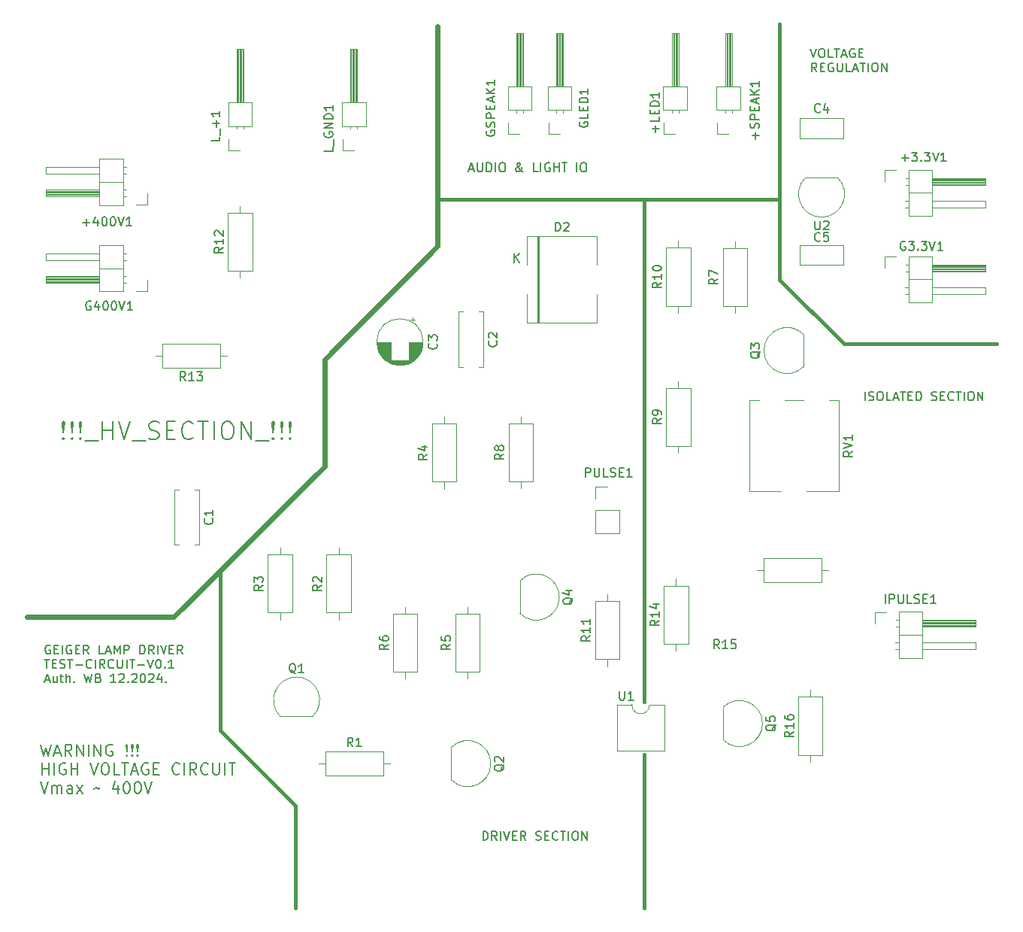
<source format=gbr>
%TF.GenerationSoftware,KiCad,Pcbnew,8.0.2*%
%TF.CreationDate,2024-12-11T18:52:05+01:00*%
%TF.ProjectId,Driver_Lampy_Dozymetrycznej,44726976-6572-45f4-9c61-6d70795f446f,rev?*%
%TF.SameCoordinates,Original*%
%TF.FileFunction,Legend,Top*%
%TF.FilePolarity,Positive*%
%FSLAX46Y46*%
G04 Gerber Fmt 4.6, Leading zero omitted, Abs format (unit mm)*
G04 Created by KiCad (PCBNEW 8.0.2) date 2024-12-11 18:52:05*
%MOMM*%
%LPD*%
G01*
G04 APERTURE LIST*
%ADD10C,0.400000*%
%ADD11C,0.600000*%
%ADD12C,0.200000*%
%ADD13C,0.150000*%
%ADD14C,0.120000*%
G04 APERTURE END LIST*
D10*
X238000000Y-37500000D02*
X238000000Y-46500000D01*
D11*
X169750000Y-84500000D02*
X153250000Y-84500000D01*
X199500000Y-21500000D02*
X199500000Y-18000000D01*
D10*
X199750000Y-37500000D02*
X238000000Y-37500000D01*
X245250000Y-53750000D02*
X262500000Y-53750000D01*
X183500000Y-105750000D02*
X183500000Y-117250000D01*
D11*
X199500000Y-42750000D02*
X186750000Y-55500000D01*
X186750000Y-67500000D02*
X169750000Y-84500000D01*
D10*
X175000000Y-79250000D02*
X175000000Y-97250000D01*
D11*
X199500000Y-21500000D02*
X199500000Y-42750000D01*
D10*
X238000000Y-37500000D02*
X238000000Y-17750000D01*
X238000000Y-46500000D02*
X245250000Y-53750000D01*
X222750000Y-37500000D02*
X222750000Y-94000000D01*
X175000000Y-97250000D02*
X183500000Y-105750000D01*
X222750000Y-100000000D02*
X222750000Y-117250000D01*
D11*
X186750000Y-55500000D02*
X186750000Y-67500000D01*
D12*
X204619673Y-109617219D02*
X204619673Y-108617219D01*
X204619673Y-108617219D02*
X204857768Y-108617219D01*
X204857768Y-108617219D02*
X205000625Y-108664838D01*
X205000625Y-108664838D02*
X205095863Y-108760076D01*
X205095863Y-108760076D02*
X205143482Y-108855314D01*
X205143482Y-108855314D02*
X205191101Y-109045790D01*
X205191101Y-109045790D02*
X205191101Y-109188647D01*
X205191101Y-109188647D02*
X205143482Y-109379123D01*
X205143482Y-109379123D02*
X205095863Y-109474361D01*
X205095863Y-109474361D02*
X205000625Y-109569600D01*
X205000625Y-109569600D02*
X204857768Y-109617219D01*
X204857768Y-109617219D02*
X204619673Y-109617219D01*
X206191101Y-109617219D02*
X205857768Y-109141028D01*
X205619673Y-109617219D02*
X205619673Y-108617219D01*
X205619673Y-108617219D02*
X206000625Y-108617219D01*
X206000625Y-108617219D02*
X206095863Y-108664838D01*
X206095863Y-108664838D02*
X206143482Y-108712457D01*
X206143482Y-108712457D02*
X206191101Y-108807695D01*
X206191101Y-108807695D02*
X206191101Y-108950552D01*
X206191101Y-108950552D02*
X206143482Y-109045790D01*
X206143482Y-109045790D02*
X206095863Y-109093409D01*
X206095863Y-109093409D02*
X206000625Y-109141028D01*
X206000625Y-109141028D02*
X205619673Y-109141028D01*
X206619673Y-109617219D02*
X206619673Y-108617219D01*
X206953006Y-108617219D02*
X207286339Y-109617219D01*
X207286339Y-109617219D02*
X207619672Y-108617219D01*
X207953006Y-109093409D02*
X208286339Y-109093409D01*
X208429196Y-109617219D02*
X207953006Y-109617219D01*
X207953006Y-109617219D02*
X207953006Y-108617219D01*
X207953006Y-108617219D02*
X208429196Y-108617219D01*
X209429196Y-109617219D02*
X209095863Y-109141028D01*
X208857768Y-109617219D02*
X208857768Y-108617219D01*
X208857768Y-108617219D02*
X209238720Y-108617219D01*
X209238720Y-108617219D02*
X209333958Y-108664838D01*
X209333958Y-108664838D02*
X209381577Y-108712457D01*
X209381577Y-108712457D02*
X209429196Y-108807695D01*
X209429196Y-108807695D02*
X209429196Y-108950552D01*
X209429196Y-108950552D02*
X209381577Y-109045790D01*
X209381577Y-109045790D02*
X209333958Y-109093409D01*
X209333958Y-109093409D02*
X209238720Y-109141028D01*
X209238720Y-109141028D02*
X208857768Y-109141028D01*
X210572054Y-109569600D02*
X210714911Y-109617219D01*
X210714911Y-109617219D02*
X210953006Y-109617219D01*
X210953006Y-109617219D02*
X211048244Y-109569600D01*
X211048244Y-109569600D02*
X211095863Y-109521980D01*
X211095863Y-109521980D02*
X211143482Y-109426742D01*
X211143482Y-109426742D02*
X211143482Y-109331504D01*
X211143482Y-109331504D02*
X211095863Y-109236266D01*
X211095863Y-109236266D02*
X211048244Y-109188647D01*
X211048244Y-109188647D02*
X210953006Y-109141028D01*
X210953006Y-109141028D02*
X210762530Y-109093409D01*
X210762530Y-109093409D02*
X210667292Y-109045790D01*
X210667292Y-109045790D02*
X210619673Y-108998171D01*
X210619673Y-108998171D02*
X210572054Y-108902933D01*
X210572054Y-108902933D02*
X210572054Y-108807695D01*
X210572054Y-108807695D02*
X210619673Y-108712457D01*
X210619673Y-108712457D02*
X210667292Y-108664838D01*
X210667292Y-108664838D02*
X210762530Y-108617219D01*
X210762530Y-108617219D02*
X211000625Y-108617219D01*
X211000625Y-108617219D02*
X211143482Y-108664838D01*
X211572054Y-109093409D02*
X211905387Y-109093409D01*
X212048244Y-109617219D02*
X211572054Y-109617219D01*
X211572054Y-109617219D02*
X211572054Y-108617219D01*
X211572054Y-108617219D02*
X212048244Y-108617219D01*
X213048244Y-109521980D02*
X213000625Y-109569600D01*
X213000625Y-109569600D02*
X212857768Y-109617219D01*
X212857768Y-109617219D02*
X212762530Y-109617219D01*
X212762530Y-109617219D02*
X212619673Y-109569600D01*
X212619673Y-109569600D02*
X212524435Y-109474361D01*
X212524435Y-109474361D02*
X212476816Y-109379123D01*
X212476816Y-109379123D02*
X212429197Y-109188647D01*
X212429197Y-109188647D02*
X212429197Y-109045790D01*
X212429197Y-109045790D02*
X212476816Y-108855314D01*
X212476816Y-108855314D02*
X212524435Y-108760076D01*
X212524435Y-108760076D02*
X212619673Y-108664838D01*
X212619673Y-108664838D02*
X212762530Y-108617219D01*
X212762530Y-108617219D02*
X212857768Y-108617219D01*
X212857768Y-108617219D02*
X213000625Y-108664838D01*
X213000625Y-108664838D02*
X213048244Y-108712457D01*
X213333959Y-108617219D02*
X213905387Y-108617219D01*
X213619673Y-109617219D02*
X213619673Y-108617219D01*
X214238721Y-109617219D02*
X214238721Y-108617219D01*
X214905387Y-108617219D02*
X215095863Y-108617219D01*
X215095863Y-108617219D02*
X215191101Y-108664838D01*
X215191101Y-108664838D02*
X215286339Y-108760076D01*
X215286339Y-108760076D02*
X215333958Y-108950552D01*
X215333958Y-108950552D02*
X215333958Y-109283885D01*
X215333958Y-109283885D02*
X215286339Y-109474361D01*
X215286339Y-109474361D02*
X215191101Y-109569600D01*
X215191101Y-109569600D02*
X215095863Y-109617219D01*
X215095863Y-109617219D02*
X214905387Y-109617219D01*
X214905387Y-109617219D02*
X214810149Y-109569600D01*
X214810149Y-109569600D02*
X214714911Y-109474361D01*
X214714911Y-109474361D02*
X214667292Y-109283885D01*
X214667292Y-109283885D02*
X214667292Y-108950552D01*
X214667292Y-108950552D02*
X214714911Y-108760076D01*
X214714911Y-108760076D02*
X214810149Y-108664838D01*
X214810149Y-108664838D02*
X214905387Y-108617219D01*
X215762530Y-109617219D02*
X215762530Y-108617219D01*
X215762530Y-108617219D02*
X216333958Y-109617219D01*
X216333958Y-109617219D02*
X216333958Y-108617219D01*
X203072054Y-34081504D02*
X203548244Y-34081504D01*
X202976816Y-34367219D02*
X203310149Y-33367219D01*
X203310149Y-33367219D02*
X203643482Y-34367219D01*
X203976816Y-33367219D02*
X203976816Y-34176742D01*
X203976816Y-34176742D02*
X204024435Y-34271980D01*
X204024435Y-34271980D02*
X204072054Y-34319600D01*
X204072054Y-34319600D02*
X204167292Y-34367219D01*
X204167292Y-34367219D02*
X204357768Y-34367219D01*
X204357768Y-34367219D02*
X204453006Y-34319600D01*
X204453006Y-34319600D02*
X204500625Y-34271980D01*
X204500625Y-34271980D02*
X204548244Y-34176742D01*
X204548244Y-34176742D02*
X204548244Y-33367219D01*
X205024435Y-34367219D02*
X205024435Y-33367219D01*
X205024435Y-33367219D02*
X205262530Y-33367219D01*
X205262530Y-33367219D02*
X205405387Y-33414838D01*
X205405387Y-33414838D02*
X205500625Y-33510076D01*
X205500625Y-33510076D02*
X205548244Y-33605314D01*
X205548244Y-33605314D02*
X205595863Y-33795790D01*
X205595863Y-33795790D02*
X205595863Y-33938647D01*
X205595863Y-33938647D02*
X205548244Y-34129123D01*
X205548244Y-34129123D02*
X205500625Y-34224361D01*
X205500625Y-34224361D02*
X205405387Y-34319600D01*
X205405387Y-34319600D02*
X205262530Y-34367219D01*
X205262530Y-34367219D02*
X205024435Y-34367219D01*
X206024435Y-34367219D02*
X206024435Y-33367219D01*
X206691101Y-33367219D02*
X206881577Y-33367219D01*
X206881577Y-33367219D02*
X206976815Y-33414838D01*
X206976815Y-33414838D02*
X207072053Y-33510076D01*
X207072053Y-33510076D02*
X207119672Y-33700552D01*
X207119672Y-33700552D02*
X207119672Y-34033885D01*
X207119672Y-34033885D02*
X207072053Y-34224361D01*
X207072053Y-34224361D02*
X206976815Y-34319600D01*
X206976815Y-34319600D02*
X206881577Y-34367219D01*
X206881577Y-34367219D02*
X206691101Y-34367219D01*
X206691101Y-34367219D02*
X206595863Y-34319600D01*
X206595863Y-34319600D02*
X206500625Y-34224361D01*
X206500625Y-34224361D02*
X206453006Y-34033885D01*
X206453006Y-34033885D02*
X206453006Y-33700552D01*
X206453006Y-33700552D02*
X206500625Y-33510076D01*
X206500625Y-33510076D02*
X206595863Y-33414838D01*
X206595863Y-33414838D02*
X206691101Y-33367219D01*
X209119673Y-34367219D02*
X209072054Y-34367219D01*
X209072054Y-34367219D02*
X208976815Y-34319600D01*
X208976815Y-34319600D02*
X208833958Y-34176742D01*
X208833958Y-34176742D02*
X208595863Y-33891028D01*
X208595863Y-33891028D02*
X208500625Y-33748171D01*
X208500625Y-33748171D02*
X208453006Y-33605314D01*
X208453006Y-33605314D02*
X208453006Y-33510076D01*
X208453006Y-33510076D02*
X208500625Y-33414838D01*
X208500625Y-33414838D02*
X208595863Y-33367219D01*
X208595863Y-33367219D02*
X208643482Y-33367219D01*
X208643482Y-33367219D02*
X208738720Y-33414838D01*
X208738720Y-33414838D02*
X208786339Y-33510076D01*
X208786339Y-33510076D02*
X208786339Y-33557695D01*
X208786339Y-33557695D02*
X208738720Y-33652933D01*
X208738720Y-33652933D02*
X208691101Y-33700552D01*
X208691101Y-33700552D02*
X208405387Y-33891028D01*
X208405387Y-33891028D02*
X208357768Y-33938647D01*
X208357768Y-33938647D02*
X208310149Y-34033885D01*
X208310149Y-34033885D02*
X208310149Y-34176742D01*
X208310149Y-34176742D02*
X208357768Y-34271980D01*
X208357768Y-34271980D02*
X208405387Y-34319600D01*
X208405387Y-34319600D02*
X208500625Y-34367219D01*
X208500625Y-34367219D02*
X208643482Y-34367219D01*
X208643482Y-34367219D02*
X208738720Y-34319600D01*
X208738720Y-34319600D02*
X208786339Y-34271980D01*
X208786339Y-34271980D02*
X208929196Y-34081504D01*
X208929196Y-34081504D02*
X208976815Y-33938647D01*
X208976815Y-33938647D02*
X208976815Y-33843409D01*
X210786339Y-34367219D02*
X210310149Y-34367219D01*
X210310149Y-34367219D02*
X210310149Y-33367219D01*
X211119673Y-34367219D02*
X211119673Y-33367219D01*
X212119672Y-33414838D02*
X212024434Y-33367219D01*
X212024434Y-33367219D02*
X211881577Y-33367219D01*
X211881577Y-33367219D02*
X211738720Y-33414838D01*
X211738720Y-33414838D02*
X211643482Y-33510076D01*
X211643482Y-33510076D02*
X211595863Y-33605314D01*
X211595863Y-33605314D02*
X211548244Y-33795790D01*
X211548244Y-33795790D02*
X211548244Y-33938647D01*
X211548244Y-33938647D02*
X211595863Y-34129123D01*
X211595863Y-34129123D02*
X211643482Y-34224361D01*
X211643482Y-34224361D02*
X211738720Y-34319600D01*
X211738720Y-34319600D02*
X211881577Y-34367219D01*
X211881577Y-34367219D02*
X211976815Y-34367219D01*
X211976815Y-34367219D02*
X212119672Y-34319600D01*
X212119672Y-34319600D02*
X212167291Y-34271980D01*
X212167291Y-34271980D02*
X212167291Y-33938647D01*
X212167291Y-33938647D02*
X211976815Y-33938647D01*
X212595863Y-34367219D02*
X212595863Y-33367219D01*
X212595863Y-33843409D02*
X213167291Y-33843409D01*
X213167291Y-34367219D02*
X213167291Y-33367219D01*
X213500625Y-33367219D02*
X214072053Y-33367219D01*
X213786339Y-34367219D02*
X213786339Y-33367219D01*
X215167292Y-34367219D02*
X215167292Y-33367219D01*
X215833958Y-33367219D02*
X216024434Y-33367219D01*
X216024434Y-33367219D02*
X216119672Y-33414838D01*
X216119672Y-33414838D02*
X216214910Y-33510076D01*
X216214910Y-33510076D02*
X216262529Y-33700552D01*
X216262529Y-33700552D02*
X216262529Y-34033885D01*
X216262529Y-34033885D02*
X216214910Y-34224361D01*
X216214910Y-34224361D02*
X216119672Y-34319600D01*
X216119672Y-34319600D02*
X216024434Y-34367219D01*
X216024434Y-34367219D02*
X215833958Y-34367219D01*
X215833958Y-34367219D02*
X215738720Y-34319600D01*
X215738720Y-34319600D02*
X215643482Y-34224361D01*
X215643482Y-34224361D02*
X215595863Y-34033885D01*
X215595863Y-34033885D02*
X215595863Y-33700552D01*
X215595863Y-33700552D02*
X215643482Y-33510076D01*
X215643482Y-33510076D02*
X215738720Y-33414838D01*
X215738720Y-33414838D02*
X215833958Y-33367219D01*
X247619673Y-60117219D02*
X247619673Y-59117219D01*
X248048244Y-60069600D02*
X248191101Y-60117219D01*
X248191101Y-60117219D02*
X248429196Y-60117219D01*
X248429196Y-60117219D02*
X248524434Y-60069600D01*
X248524434Y-60069600D02*
X248572053Y-60021980D01*
X248572053Y-60021980D02*
X248619672Y-59926742D01*
X248619672Y-59926742D02*
X248619672Y-59831504D01*
X248619672Y-59831504D02*
X248572053Y-59736266D01*
X248572053Y-59736266D02*
X248524434Y-59688647D01*
X248524434Y-59688647D02*
X248429196Y-59641028D01*
X248429196Y-59641028D02*
X248238720Y-59593409D01*
X248238720Y-59593409D02*
X248143482Y-59545790D01*
X248143482Y-59545790D02*
X248095863Y-59498171D01*
X248095863Y-59498171D02*
X248048244Y-59402933D01*
X248048244Y-59402933D02*
X248048244Y-59307695D01*
X248048244Y-59307695D02*
X248095863Y-59212457D01*
X248095863Y-59212457D02*
X248143482Y-59164838D01*
X248143482Y-59164838D02*
X248238720Y-59117219D01*
X248238720Y-59117219D02*
X248476815Y-59117219D01*
X248476815Y-59117219D02*
X248619672Y-59164838D01*
X249238720Y-59117219D02*
X249429196Y-59117219D01*
X249429196Y-59117219D02*
X249524434Y-59164838D01*
X249524434Y-59164838D02*
X249619672Y-59260076D01*
X249619672Y-59260076D02*
X249667291Y-59450552D01*
X249667291Y-59450552D02*
X249667291Y-59783885D01*
X249667291Y-59783885D02*
X249619672Y-59974361D01*
X249619672Y-59974361D02*
X249524434Y-60069600D01*
X249524434Y-60069600D02*
X249429196Y-60117219D01*
X249429196Y-60117219D02*
X249238720Y-60117219D01*
X249238720Y-60117219D02*
X249143482Y-60069600D01*
X249143482Y-60069600D02*
X249048244Y-59974361D01*
X249048244Y-59974361D02*
X249000625Y-59783885D01*
X249000625Y-59783885D02*
X249000625Y-59450552D01*
X249000625Y-59450552D02*
X249048244Y-59260076D01*
X249048244Y-59260076D02*
X249143482Y-59164838D01*
X249143482Y-59164838D02*
X249238720Y-59117219D01*
X250572053Y-60117219D02*
X250095863Y-60117219D01*
X250095863Y-60117219D02*
X250095863Y-59117219D01*
X250857768Y-59831504D02*
X251333958Y-59831504D01*
X250762530Y-60117219D02*
X251095863Y-59117219D01*
X251095863Y-59117219D02*
X251429196Y-60117219D01*
X251619673Y-59117219D02*
X252191101Y-59117219D01*
X251905387Y-60117219D02*
X251905387Y-59117219D01*
X252524435Y-59593409D02*
X252857768Y-59593409D01*
X253000625Y-60117219D02*
X252524435Y-60117219D01*
X252524435Y-60117219D02*
X252524435Y-59117219D01*
X252524435Y-59117219D02*
X253000625Y-59117219D01*
X253429197Y-60117219D02*
X253429197Y-59117219D01*
X253429197Y-59117219D02*
X253667292Y-59117219D01*
X253667292Y-59117219D02*
X253810149Y-59164838D01*
X253810149Y-59164838D02*
X253905387Y-59260076D01*
X253905387Y-59260076D02*
X253953006Y-59355314D01*
X253953006Y-59355314D02*
X254000625Y-59545790D01*
X254000625Y-59545790D02*
X254000625Y-59688647D01*
X254000625Y-59688647D02*
X253953006Y-59879123D01*
X253953006Y-59879123D02*
X253905387Y-59974361D01*
X253905387Y-59974361D02*
X253810149Y-60069600D01*
X253810149Y-60069600D02*
X253667292Y-60117219D01*
X253667292Y-60117219D02*
X253429197Y-60117219D01*
X255143483Y-60069600D02*
X255286340Y-60117219D01*
X255286340Y-60117219D02*
X255524435Y-60117219D01*
X255524435Y-60117219D02*
X255619673Y-60069600D01*
X255619673Y-60069600D02*
X255667292Y-60021980D01*
X255667292Y-60021980D02*
X255714911Y-59926742D01*
X255714911Y-59926742D02*
X255714911Y-59831504D01*
X255714911Y-59831504D02*
X255667292Y-59736266D01*
X255667292Y-59736266D02*
X255619673Y-59688647D01*
X255619673Y-59688647D02*
X255524435Y-59641028D01*
X255524435Y-59641028D02*
X255333959Y-59593409D01*
X255333959Y-59593409D02*
X255238721Y-59545790D01*
X255238721Y-59545790D02*
X255191102Y-59498171D01*
X255191102Y-59498171D02*
X255143483Y-59402933D01*
X255143483Y-59402933D02*
X255143483Y-59307695D01*
X255143483Y-59307695D02*
X255191102Y-59212457D01*
X255191102Y-59212457D02*
X255238721Y-59164838D01*
X255238721Y-59164838D02*
X255333959Y-59117219D01*
X255333959Y-59117219D02*
X255572054Y-59117219D01*
X255572054Y-59117219D02*
X255714911Y-59164838D01*
X256143483Y-59593409D02*
X256476816Y-59593409D01*
X256619673Y-60117219D02*
X256143483Y-60117219D01*
X256143483Y-60117219D02*
X256143483Y-59117219D01*
X256143483Y-59117219D02*
X256619673Y-59117219D01*
X257619673Y-60021980D02*
X257572054Y-60069600D01*
X257572054Y-60069600D02*
X257429197Y-60117219D01*
X257429197Y-60117219D02*
X257333959Y-60117219D01*
X257333959Y-60117219D02*
X257191102Y-60069600D01*
X257191102Y-60069600D02*
X257095864Y-59974361D01*
X257095864Y-59974361D02*
X257048245Y-59879123D01*
X257048245Y-59879123D02*
X257000626Y-59688647D01*
X257000626Y-59688647D02*
X257000626Y-59545790D01*
X257000626Y-59545790D02*
X257048245Y-59355314D01*
X257048245Y-59355314D02*
X257095864Y-59260076D01*
X257095864Y-59260076D02*
X257191102Y-59164838D01*
X257191102Y-59164838D02*
X257333959Y-59117219D01*
X257333959Y-59117219D02*
X257429197Y-59117219D01*
X257429197Y-59117219D02*
X257572054Y-59164838D01*
X257572054Y-59164838D02*
X257619673Y-59212457D01*
X257905388Y-59117219D02*
X258476816Y-59117219D01*
X258191102Y-60117219D02*
X258191102Y-59117219D01*
X258810150Y-60117219D02*
X258810150Y-59117219D01*
X259476816Y-59117219D02*
X259667292Y-59117219D01*
X259667292Y-59117219D02*
X259762530Y-59164838D01*
X259762530Y-59164838D02*
X259857768Y-59260076D01*
X259857768Y-59260076D02*
X259905387Y-59450552D01*
X259905387Y-59450552D02*
X259905387Y-59783885D01*
X259905387Y-59783885D02*
X259857768Y-59974361D01*
X259857768Y-59974361D02*
X259762530Y-60069600D01*
X259762530Y-60069600D02*
X259667292Y-60117219D01*
X259667292Y-60117219D02*
X259476816Y-60117219D01*
X259476816Y-60117219D02*
X259381578Y-60069600D01*
X259381578Y-60069600D02*
X259286340Y-59974361D01*
X259286340Y-59974361D02*
X259238721Y-59783885D01*
X259238721Y-59783885D02*
X259238721Y-59450552D01*
X259238721Y-59450552D02*
X259286340Y-59260076D01*
X259286340Y-59260076D02*
X259381578Y-59164838D01*
X259381578Y-59164838D02*
X259476816Y-59117219D01*
X260333959Y-60117219D02*
X260333959Y-59117219D01*
X260333959Y-59117219D02*
X260905387Y-60117219D01*
X260905387Y-60117219D02*
X260905387Y-59117219D01*
X157357768Y-64304361D02*
X157453006Y-64399600D01*
X157453006Y-64399600D02*
X157357768Y-64494838D01*
X157357768Y-64494838D02*
X157262530Y-64399600D01*
X157262530Y-64399600D02*
X157357768Y-64304361D01*
X157357768Y-64304361D02*
X157357768Y-64494838D01*
X157357768Y-63732933D02*
X157262530Y-62590076D01*
X157262530Y-62590076D02*
X157357768Y-62494838D01*
X157357768Y-62494838D02*
X157453006Y-62590076D01*
X157453006Y-62590076D02*
X157357768Y-63732933D01*
X157357768Y-63732933D02*
X157357768Y-62494838D01*
X158310149Y-64304361D02*
X158405387Y-64399600D01*
X158405387Y-64399600D02*
X158310149Y-64494838D01*
X158310149Y-64494838D02*
X158214911Y-64399600D01*
X158214911Y-64399600D02*
X158310149Y-64304361D01*
X158310149Y-64304361D02*
X158310149Y-64494838D01*
X158310149Y-63732933D02*
X158214911Y-62590076D01*
X158214911Y-62590076D02*
X158310149Y-62494838D01*
X158310149Y-62494838D02*
X158405387Y-62590076D01*
X158405387Y-62590076D02*
X158310149Y-63732933D01*
X158310149Y-63732933D02*
X158310149Y-62494838D01*
X159262530Y-64304361D02*
X159357768Y-64399600D01*
X159357768Y-64399600D02*
X159262530Y-64494838D01*
X159262530Y-64494838D02*
X159167292Y-64399600D01*
X159167292Y-64399600D02*
X159262530Y-64304361D01*
X159262530Y-64304361D02*
X159262530Y-64494838D01*
X159262530Y-63732933D02*
X159167292Y-62590076D01*
X159167292Y-62590076D02*
X159262530Y-62494838D01*
X159262530Y-62494838D02*
X159357768Y-62590076D01*
X159357768Y-62590076D02*
X159262530Y-63732933D01*
X159262530Y-63732933D02*
X159262530Y-62494838D01*
X159738721Y-64685314D02*
X161262530Y-64685314D01*
X161738721Y-64494838D02*
X161738721Y-62494838D01*
X161738721Y-63447219D02*
X162881578Y-63447219D01*
X162881578Y-64494838D02*
X162881578Y-62494838D01*
X163548245Y-62494838D02*
X164214911Y-64494838D01*
X164214911Y-64494838D02*
X164881578Y-62494838D01*
X165072055Y-64685314D02*
X166595864Y-64685314D01*
X166976817Y-64399600D02*
X167262531Y-64494838D01*
X167262531Y-64494838D02*
X167738722Y-64494838D01*
X167738722Y-64494838D02*
X167929198Y-64399600D01*
X167929198Y-64399600D02*
X168024436Y-64304361D01*
X168024436Y-64304361D02*
X168119674Y-64113885D01*
X168119674Y-64113885D02*
X168119674Y-63923409D01*
X168119674Y-63923409D02*
X168024436Y-63732933D01*
X168024436Y-63732933D02*
X167929198Y-63637695D01*
X167929198Y-63637695D02*
X167738722Y-63542457D01*
X167738722Y-63542457D02*
X167357769Y-63447219D01*
X167357769Y-63447219D02*
X167167293Y-63351980D01*
X167167293Y-63351980D02*
X167072055Y-63256742D01*
X167072055Y-63256742D02*
X166976817Y-63066266D01*
X166976817Y-63066266D02*
X166976817Y-62875790D01*
X166976817Y-62875790D02*
X167072055Y-62685314D01*
X167072055Y-62685314D02*
X167167293Y-62590076D01*
X167167293Y-62590076D02*
X167357769Y-62494838D01*
X167357769Y-62494838D02*
X167833960Y-62494838D01*
X167833960Y-62494838D02*
X168119674Y-62590076D01*
X168976817Y-63447219D02*
X169643484Y-63447219D01*
X169929198Y-64494838D02*
X168976817Y-64494838D01*
X168976817Y-64494838D02*
X168976817Y-62494838D01*
X168976817Y-62494838D02*
X169929198Y-62494838D01*
X171929198Y-64304361D02*
X171833960Y-64399600D01*
X171833960Y-64399600D02*
X171548246Y-64494838D01*
X171548246Y-64494838D02*
X171357770Y-64494838D01*
X171357770Y-64494838D02*
X171072055Y-64399600D01*
X171072055Y-64399600D02*
X170881579Y-64209123D01*
X170881579Y-64209123D02*
X170786341Y-64018647D01*
X170786341Y-64018647D02*
X170691103Y-63637695D01*
X170691103Y-63637695D02*
X170691103Y-63351980D01*
X170691103Y-63351980D02*
X170786341Y-62971028D01*
X170786341Y-62971028D02*
X170881579Y-62780552D01*
X170881579Y-62780552D02*
X171072055Y-62590076D01*
X171072055Y-62590076D02*
X171357770Y-62494838D01*
X171357770Y-62494838D02*
X171548246Y-62494838D01*
X171548246Y-62494838D02*
X171833960Y-62590076D01*
X171833960Y-62590076D02*
X171929198Y-62685314D01*
X172500627Y-62494838D02*
X173643484Y-62494838D01*
X173072055Y-64494838D02*
X173072055Y-62494838D01*
X174310151Y-64494838D02*
X174310151Y-62494838D01*
X175643484Y-62494838D02*
X176024437Y-62494838D01*
X176024437Y-62494838D02*
X176214913Y-62590076D01*
X176214913Y-62590076D02*
X176405389Y-62780552D01*
X176405389Y-62780552D02*
X176500627Y-63161504D01*
X176500627Y-63161504D02*
X176500627Y-63828171D01*
X176500627Y-63828171D02*
X176405389Y-64209123D01*
X176405389Y-64209123D02*
X176214913Y-64399600D01*
X176214913Y-64399600D02*
X176024437Y-64494838D01*
X176024437Y-64494838D02*
X175643484Y-64494838D01*
X175643484Y-64494838D02*
X175453008Y-64399600D01*
X175453008Y-64399600D02*
X175262532Y-64209123D01*
X175262532Y-64209123D02*
X175167294Y-63828171D01*
X175167294Y-63828171D02*
X175167294Y-63161504D01*
X175167294Y-63161504D02*
X175262532Y-62780552D01*
X175262532Y-62780552D02*
X175453008Y-62590076D01*
X175453008Y-62590076D02*
X175643484Y-62494838D01*
X177357770Y-64494838D02*
X177357770Y-62494838D01*
X177357770Y-62494838D02*
X178500627Y-64494838D01*
X178500627Y-64494838D02*
X178500627Y-62494838D01*
X178976818Y-64685314D02*
X180500627Y-64685314D01*
X180976818Y-64304361D02*
X181072056Y-64399600D01*
X181072056Y-64399600D02*
X180976818Y-64494838D01*
X180976818Y-64494838D02*
X180881580Y-64399600D01*
X180881580Y-64399600D02*
X180976818Y-64304361D01*
X180976818Y-64304361D02*
X180976818Y-64494838D01*
X180976818Y-63732933D02*
X180881580Y-62590076D01*
X180881580Y-62590076D02*
X180976818Y-62494838D01*
X180976818Y-62494838D02*
X181072056Y-62590076D01*
X181072056Y-62590076D02*
X180976818Y-63732933D01*
X180976818Y-63732933D02*
X180976818Y-62494838D01*
X181929199Y-64304361D02*
X182024437Y-64399600D01*
X182024437Y-64399600D02*
X181929199Y-64494838D01*
X181929199Y-64494838D02*
X181833961Y-64399600D01*
X181833961Y-64399600D02*
X181929199Y-64304361D01*
X181929199Y-64304361D02*
X181929199Y-64494838D01*
X181929199Y-63732933D02*
X181833961Y-62590076D01*
X181833961Y-62590076D02*
X181929199Y-62494838D01*
X181929199Y-62494838D02*
X182024437Y-62590076D01*
X182024437Y-62590076D02*
X181929199Y-63732933D01*
X181929199Y-63732933D02*
X181929199Y-62494838D01*
X182881580Y-64304361D02*
X182976818Y-64399600D01*
X182976818Y-64399600D02*
X182881580Y-64494838D01*
X182881580Y-64494838D02*
X182786342Y-64399600D01*
X182786342Y-64399600D02*
X182881580Y-64304361D01*
X182881580Y-64304361D02*
X182881580Y-64494838D01*
X182881580Y-63732933D02*
X182786342Y-62590076D01*
X182786342Y-62590076D02*
X182881580Y-62494838D01*
X182881580Y-62494838D02*
X182976818Y-62590076D01*
X182976818Y-62590076D02*
X182881580Y-63732933D01*
X182881580Y-63732933D02*
X182881580Y-62494838D01*
X154817292Y-98844650D02*
X155126816Y-100144650D01*
X155126816Y-100144650D02*
X155374435Y-99216079D01*
X155374435Y-99216079D02*
X155622054Y-100144650D01*
X155622054Y-100144650D02*
X155931578Y-98844650D01*
X156364911Y-99773222D02*
X156983958Y-99773222D01*
X156241101Y-100144650D02*
X156674434Y-98844650D01*
X156674434Y-98844650D02*
X157107768Y-100144650D01*
X158283958Y-100144650D02*
X157850625Y-99525603D01*
X157541101Y-100144650D02*
X157541101Y-98844650D01*
X157541101Y-98844650D02*
X158036339Y-98844650D01*
X158036339Y-98844650D02*
X158160149Y-98906555D01*
X158160149Y-98906555D02*
X158222054Y-98968460D01*
X158222054Y-98968460D02*
X158283958Y-99092269D01*
X158283958Y-99092269D02*
X158283958Y-99277984D01*
X158283958Y-99277984D02*
X158222054Y-99401793D01*
X158222054Y-99401793D02*
X158160149Y-99463698D01*
X158160149Y-99463698D02*
X158036339Y-99525603D01*
X158036339Y-99525603D02*
X157541101Y-99525603D01*
X158841101Y-100144650D02*
X158841101Y-98844650D01*
X158841101Y-98844650D02*
X159583958Y-100144650D01*
X159583958Y-100144650D02*
X159583958Y-98844650D01*
X160203006Y-100144650D02*
X160203006Y-98844650D01*
X160822054Y-100144650D02*
X160822054Y-98844650D01*
X160822054Y-98844650D02*
X161564911Y-100144650D01*
X161564911Y-100144650D02*
X161564911Y-98844650D01*
X162864912Y-98906555D02*
X162741102Y-98844650D01*
X162741102Y-98844650D02*
X162555388Y-98844650D01*
X162555388Y-98844650D02*
X162369674Y-98906555D01*
X162369674Y-98906555D02*
X162245864Y-99030365D01*
X162245864Y-99030365D02*
X162183959Y-99154174D01*
X162183959Y-99154174D02*
X162122055Y-99401793D01*
X162122055Y-99401793D02*
X162122055Y-99587507D01*
X162122055Y-99587507D02*
X162183959Y-99835126D01*
X162183959Y-99835126D02*
X162245864Y-99958936D01*
X162245864Y-99958936D02*
X162369674Y-100082746D01*
X162369674Y-100082746D02*
X162555388Y-100144650D01*
X162555388Y-100144650D02*
X162679197Y-100144650D01*
X162679197Y-100144650D02*
X162864912Y-100082746D01*
X162864912Y-100082746D02*
X162926816Y-100020841D01*
X162926816Y-100020841D02*
X162926816Y-99587507D01*
X162926816Y-99587507D02*
X162679197Y-99587507D01*
X164474435Y-100020841D02*
X164536340Y-100082746D01*
X164536340Y-100082746D02*
X164474435Y-100144650D01*
X164474435Y-100144650D02*
X164412531Y-100082746D01*
X164412531Y-100082746D02*
X164474435Y-100020841D01*
X164474435Y-100020841D02*
X164474435Y-100144650D01*
X164474435Y-99649412D02*
X164412531Y-98906555D01*
X164412531Y-98906555D02*
X164474435Y-98844650D01*
X164474435Y-98844650D02*
X164536340Y-98906555D01*
X164536340Y-98906555D02*
X164474435Y-99649412D01*
X164474435Y-99649412D02*
X164474435Y-98844650D01*
X165093483Y-100020841D02*
X165155388Y-100082746D01*
X165155388Y-100082746D02*
X165093483Y-100144650D01*
X165093483Y-100144650D02*
X165031579Y-100082746D01*
X165031579Y-100082746D02*
X165093483Y-100020841D01*
X165093483Y-100020841D02*
X165093483Y-100144650D01*
X165093483Y-99649412D02*
X165031579Y-98906555D01*
X165031579Y-98906555D02*
X165093483Y-98844650D01*
X165093483Y-98844650D02*
X165155388Y-98906555D01*
X165155388Y-98906555D02*
X165093483Y-99649412D01*
X165093483Y-99649412D02*
X165093483Y-98844650D01*
X165712531Y-100020841D02*
X165774436Y-100082746D01*
X165774436Y-100082746D02*
X165712531Y-100144650D01*
X165712531Y-100144650D02*
X165650627Y-100082746D01*
X165650627Y-100082746D02*
X165712531Y-100020841D01*
X165712531Y-100020841D02*
X165712531Y-100144650D01*
X165712531Y-99649412D02*
X165650627Y-98906555D01*
X165650627Y-98906555D02*
X165712531Y-98844650D01*
X165712531Y-98844650D02*
X165774436Y-98906555D01*
X165774436Y-98906555D02*
X165712531Y-99649412D01*
X165712531Y-99649412D02*
X165712531Y-98844650D01*
X154941101Y-102237577D02*
X154941101Y-100937577D01*
X154941101Y-101556625D02*
X155683958Y-101556625D01*
X155683958Y-102237577D02*
X155683958Y-100937577D01*
X156303006Y-102237577D02*
X156303006Y-100937577D01*
X157603007Y-100999482D02*
X157479197Y-100937577D01*
X157479197Y-100937577D02*
X157293483Y-100937577D01*
X157293483Y-100937577D02*
X157107769Y-100999482D01*
X157107769Y-100999482D02*
X156983959Y-101123292D01*
X156983959Y-101123292D02*
X156922054Y-101247101D01*
X156922054Y-101247101D02*
X156860150Y-101494720D01*
X156860150Y-101494720D02*
X156860150Y-101680434D01*
X156860150Y-101680434D02*
X156922054Y-101928053D01*
X156922054Y-101928053D02*
X156983959Y-102051863D01*
X156983959Y-102051863D02*
X157107769Y-102175673D01*
X157107769Y-102175673D02*
X157293483Y-102237577D01*
X157293483Y-102237577D02*
X157417292Y-102237577D01*
X157417292Y-102237577D02*
X157603007Y-102175673D01*
X157603007Y-102175673D02*
X157664911Y-102113768D01*
X157664911Y-102113768D02*
X157664911Y-101680434D01*
X157664911Y-101680434D02*
X157417292Y-101680434D01*
X158222054Y-102237577D02*
X158222054Y-100937577D01*
X158222054Y-101556625D02*
X158964911Y-101556625D01*
X158964911Y-102237577D02*
X158964911Y-100937577D01*
X160388721Y-100937577D02*
X160822054Y-102237577D01*
X160822054Y-102237577D02*
X161255388Y-100937577D01*
X161936340Y-100937577D02*
X162183959Y-100937577D01*
X162183959Y-100937577D02*
X162307769Y-100999482D01*
X162307769Y-100999482D02*
X162431578Y-101123292D01*
X162431578Y-101123292D02*
X162493483Y-101370911D01*
X162493483Y-101370911D02*
X162493483Y-101804244D01*
X162493483Y-101804244D02*
X162431578Y-102051863D01*
X162431578Y-102051863D02*
X162307769Y-102175673D01*
X162307769Y-102175673D02*
X162183959Y-102237577D01*
X162183959Y-102237577D02*
X161936340Y-102237577D01*
X161936340Y-102237577D02*
X161812531Y-102175673D01*
X161812531Y-102175673D02*
X161688721Y-102051863D01*
X161688721Y-102051863D02*
X161626817Y-101804244D01*
X161626817Y-101804244D02*
X161626817Y-101370911D01*
X161626817Y-101370911D02*
X161688721Y-101123292D01*
X161688721Y-101123292D02*
X161812531Y-100999482D01*
X161812531Y-100999482D02*
X161936340Y-100937577D01*
X163669674Y-102237577D02*
X163050626Y-102237577D01*
X163050626Y-102237577D02*
X163050626Y-100937577D01*
X163917293Y-100937577D02*
X164660150Y-100937577D01*
X164288722Y-102237577D02*
X164288722Y-100937577D01*
X165031579Y-101866149D02*
X165650626Y-101866149D01*
X164907769Y-102237577D02*
X165341102Y-100937577D01*
X165341102Y-100937577D02*
X165774436Y-102237577D01*
X166888722Y-100999482D02*
X166764912Y-100937577D01*
X166764912Y-100937577D02*
X166579198Y-100937577D01*
X166579198Y-100937577D02*
X166393484Y-100999482D01*
X166393484Y-100999482D02*
X166269674Y-101123292D01*
X166269674Y-101123292D02*
X166207769Y-101247101D01*
X166207769Y-101247101D02*
X166145865Y-101494720D01*
X166145865Y-101494720D02*
X166145865Y-101680434D01*
X166145865Y-101680434D02*
X166207769Y-101928053D01*
X166207769Y-101928053D02*
X166269674Y-102051863D01*
X166269674Y-102051863D02*
X166393484Y-102175673D01*
X166393484Y-102175673D02*
X166579198Y-102237577D01*
X166579198Y-102237577D02*
X166703007Y-102237577D01*
X166703007Y-102237577D02*
X166888722Y-102175673D01*
X166888722Y-102175673D02*
X166950626Y-102113768D01*
X166950626Y-102113768D02*
X166950626Y-101680434D01*
X166950626Y-101680434D02*
X166703007Y-101680434D01*
X167507769Y-101556625D02*
X167941103Y-101556625D01*
X168126817Y-102237577D02*
X167507769Y-102237577D01*
X167507769Y-102237577D02*
X167507769Y-100937577D01*
X167507769Y-100937577D02*
X168126817Y-100937577D01*
X170417292Y-102113768D02*
X170355388Y-102175673D01*
X170355388Y-102175673D02*
X170169673Y-102237577D01*
X170169673Y-102237577D02*
X170045864Y-102237577D01*
X170045864Y-102237577D02*
X169860150Y-102175673D01*
X169860150Y-102175673D02*
X169736340Y-102051863D01*
X169736340Y-102051863D02*
X169674435Y-101928053D01*
X169674435Y-101928053D02*
X169612531Y-101680434D01*
X169612531Y-101680434D02*
X169612531Y-101494720D01*
X169612531Y-101494720D02*
X169674435Y-101247101D01*
X169674435Y-101247101D02*
X169736340Y-101123292D01*
X169736340Y-101123292D02*
X169860150Y-100999482D01*
X169860150Y-100999482D02*
X170045864Y-100937577D01*
X170045864Y-100937577D02*
X170169673Y-100937577D01*
X170169673Y-100937577D02*
X170355388Y-100999482D01*
X170355388Y-100999482D02*
X170417292Y-101061387D01*
X170974435Y-102237577D02*
X170974435Y-100937577D01*
X172336340Y-102237577D02*
X171903007Y-101618530D01*
X171593483Y-102237577D02*
X171593483Y-100937577D01*
X171593483Y-100937577D02*
X172088721Y-100937577D01*
X172088721Y-100937577D02*
X172212531Y-100999482D01*
X172212531Y-100999482D02*
X172274436Y-101061387D01*
X172274436Y-101061387D02*
X172336340Y-101185196D01*
X172336340Y-101185196D02*
X172336340Y-101370911D01*
X172336340Y-101370911D02*
X172274436Y-101494720D01*
X172274436Y-101494720D02*
X172212531Y-101556625D01*
X172212531Y-101556625D02*
X172088721Y-101618530D01*
X172088721Y-101618530D02*
X171593483Y-101618530D01*
X173636340Y-102113768D02*
X173574436Y-102175673D01*
X173574436Y-102175673D02*
X173388721Y-102237577D01*
X173388721Y-102237577D02*
X173264912Y-102237577D01*
X173264912Y-102237577D02*
X173079198Y-102175673D01*
X173079198Y-102175673D02*
X172955388Y-102051863D01*
X172955388Y-102051863D02*
X172893483Y-101928053D01*
X172893483Y-101928053D02*
X172831579Y-101680434D01*
X172831579Y-101680434D02*
X172831579Y-101494720D01*
X172831579Y-101494720D02*
X172893483Y-101247101D01*
X172893483Y-101247101D02*
X172955388Y-101123292D01*
X172955388Y-101123292D02*
X173079198Y-100999482D01*
X173079198Y-100999482D02*
X173264912Y-100937577D01*
X173264912Y-100937577D02*
X173388721Y-100937577D01*
X173388721Y-100937577D02*
X173574436Y-100999482D01*
X173574436Y-100999482D02*
X173636340Y-101061387D01*
X174193483Y-100937577D02*
X174193483Y-101989958D01*
X174193483Y-101989958D02*
X174255388Y-102113768D01*
X174255388Y-102113768D02*
X174317293Y-102175673D01*
X174317293Y-102175673D02*
X174441102Y-102237577D01*
X174441102Y-102237577D02*
X174688721Y-102237577D01*
X174688721Y-102237577D02*
X174812531Y-102175673D01*
X174812531Y-102175673D02*
X174874436Y-102113768D01*
X174874436Y-102113768D02*
X174936340Y-101989958D01*
X174936340Y-101989958D02*
X174936340Y-100937577D01*
X175555388Y-102237577D02*
X175555388Y-100937577D01*
X175988722Y-100937577D02*
X176731579Y-100937577D01*
X176360151Y-102237577D02*
X176360151Y-100937577D01*
X154755387Y-103030504D02*
X155188720Y-104330504D01*
X155188720Y-104330504D02*
X155622054Y-103030504D01*
X156055387Y-104330504D02*
X156055387Y-103463838D01*
X156055387Y-103587647D02*
X156117292Y-103525742D01*
X156117292Y-103525742D02*
X156241102Y-103463838D01*
X156241102Y-103463838D02*
X156426816Y-103463838D01*
X156426816Y-103463838D02*
X156550625Y-103525742D01*
X156550625Y-103525742D02*
X156612530Y-103649552D01*
X156612530Y-103649552D02*
X156612530Y-104330504D01*
X156612530Y-103649552D02*
X156674435Y-103525742D01*
X156674435Y-103525742D02*
X156798244Y-103463838D01*
X156798244Y-103463838D02*
X156983959Y-103463838D01*
X156983959Y-103463838D02*
X157107768Y-103525742D01*
X157107768Y-103525742D02*
X157169673Y-103649552D01*
X157169673Y-103649552D02*
X157169673Y-104330504D01*
X158345863Y-104330504D02*
X158345863Y-103649552D01*
X158345863Y-103649552D02*
X158283958Y-103525742D01*
X158283958Y-103525742D02*
X158160149Y-103463838D01*
X158160149Y-103463838D02*
X157912530Y-103463838D01*
X157912530Y-103463838D02*
X157788720Y-103525742D01*
X158345863Y-104268600D02*
X158222054Y-104330504D01*
X158222054Y-104330504D02*
X157912530Y-104330504D01*
X157912530Y-104330504D02*
X157788720Y-104268600D01*
X157788720Y-104268600D02*
X157726816Y-104144790D01*
X157726816Y-104144790D02*
X157726816Y-104020980D01*
X157726816Y-104020980D02*
X157788720Y-103897171D01*
X157788720Y-103897171D02*
X157912530Y-103835266D01*
X157912530Y-103835266D02*
X158222054Y-103835266D01*
X158222054Y-103835266D02*
X158345863Y-103773361D01*
X158841101Y-104330504D02*
X159522053Y-103463838D01*
X158841101Y-103463838D02*
X159522053Y-104330504D01*
X160822053Y-103835266D02*
X160883958Y-103773361D01*
X160883958Y-103773361D02*
X161007767Y-103711457D01*
X161007767Y-103711457D02*
X161255386Y-103835266D01*
X161255386Y-103835266D02*
X161379196Y-103773361D01*
X161379196Y-103773361D02*
X161441101Y-103711457D01*
X163483957Y-103463838D02*
X163483957Y-104330504D01*
X163174433Y-102968600D02*
X162864910Y-103897171D01*
X162864910Y-103897171D02*
X163669671Y-103897171D01*
X164412528Y-103030504D02*
X164536338Y-103030504D01*
X164536338Y-103030504D02*
X164660147Y-103092409D01*
X164660147Y-103092409D02*
X164722052Y-103154314D01*
X164722052Y-103154314D02*
X164783957Y-103278123D01*
X164783957Y-103278123D02*
X164845862Y-103525742D01*
X164845862Y-103525742D02*
X164845862Y-103835266D01*
X164845862Y-103835266D02*
X164783957Y-104082885D01*
X164783957Y-104082885D02*
X164722052Y-104206695D01*
X164722052Y-104206695D02*
X164660147Y-104268600D01*
X164660147Y-104268600D02*
X164536338Y-104330504D01*
X164536338Y-104330504D02*
X164412528Y-104330504D01*
X164412528Y-104330504D02*
X164288719Y-104268600D01*
X164288719Y-104268600D02*
X164226814Y-104206695D01*
X164226814Y-104206695D02*
X164164909Y-104082885D01*
X164164909Y-104082885D02*
X164103005Y-103835266D01*
X164103005Y-103835266D02*
X164103005Y-103525742D01*
X164103005Y-103525742D02*
X164164909Y-103278123D01*
X164164909Y-103278123D02*
X164226814Y-103154314D01*
X164226814Y-103154314D02*
X164288719Y-103092409D01*
X164288719Y-103092409D02*
X164412528Y-103030504D01*
X165650623Y-103030504D02*
X165774433Y-103030504D01*
X165774433Y-103030504D02*
X165898242Y-103092409D01*
X165898242Y-103092409D02*
X165960147Y-103154314D01*
X165960147Y-103154314D02*
X166022052Y-103278123D01*
X166022052Y-103278123D02*
X166083957Y-103525742D01*
X166083957Y-103525742D02*
X166083957Y-103835266D01*
X166083957Y-103835266D02*
X166022052Y-104082885D01*
X166022052Y-104082885D02*
X165960147Y-104206695D01*
X165960147Y-104206695D02*
X165898242Y-104268600D01*
X165898242Y-104268600D02*
X165774433Y-104330504D01*
X165774433Y-104330504D02*
X165650623Y-104330504D01*
X165650623Y-104330504D02*
X165526814Y-104268600D01*
X165526814Y-104268600D02*
X165464909Y-104206695D01*
X165464909Y-104206695D02*
X165403004Y-104082885D01*
X165403004Y-104082885D02*
X165341100Y-103835266D01*
X165341100Y-103835266D02*
X165341100Y-103525742D01*
X165341100Y-103525742D02*
X165403004Y-103278123D01*
X165403004Y-103278123D02*
X165464909Y-103154314D01*
X165464909Y-103154314D02*
X165526814Y-103092409D01*
X165526814Y-103092409D02*
X165650623Y-103030504D01*
X166455385Y-103030504D02*
X166888718Y-104330504D01*
X166888718Y-104330504D02*
X167322052Y-103030504D01*
D13*
X155860588Y-87697550D02*
X155765350Y-87649931D01*
X155765350Y-87649931D02*
X155622493Y-87649931D01*
X155622493Y-87649931D02*
X155479636Y-87697550D01*
X155479636Y-87697550D02*
X155384398Y-87792788D01*
X155384398Y-87792788D02*
X155336779Y-87888026D01*
X155336779Y-87888026D02*
X155289160Y-88078502D01*
X155289160Y-88078502D02*
X155289160Y-88221359D01*
X155289160Y-88221359D02*
X155336779Y-88411835D01*
X155336779Y-88411835D02*
X155384398Y-88507073D01*
X155384398Y-88507073D02*
X155479636Y-88602312D01*
X155479636Y-88602312D02*
X155622493Y-88649931D01*
X155622493Y-88649931D02*
X155717731Y-88649931D01*
X155717731Y-88649931D02*
X155860588Y-88602312D01*
X155860588Y-88602312D02*
X155908207Y-88554692D01*
X155908207Y-88554692D02*
X155908207Y-88221359D01*
X155908207Y-88221359D02*
X155717731Y-88221359D01*
X156336779Y-88126121D02*
X156670112Y-88126121D01*
X156812969Y-88649931D02*
X156336779Y-88649931D01*
X156336779Y-88649931D02*
X156336779Y-87649931D01*
X156336779Y-87649931D02*
X156812969Y-87649931D01*
X157241541Y-88649931D02*
X157241541Y-87649931D01*
X158241540Y-87697550D02*
X158146302Y-87649931D01*
X158146302Y-87649931D02*
X158003445Y-87649931D01*
X158003445Y-87649931D02*
X157860588Y-87697550D01*
X157860588Y-87697550D02*
X157765350Y-87792788D01*
X157765350Y-87792788D02*
X157717731Y-87888026D01*
X157717731Y-87888026D02*
X157670112Y-88078502D01*
X157670112Y-88078502D02*
X157670112Y-88221359D01*
X157670112Y-88221359D02*
X157717731Y-88411835D01*
X157717731Y-88411835D02*
X157765350Y-88507073D01*
X157765350Y-88507073D02*
X157860588Y-88602312D01*
X157860588Y-88602312D02*
X158003445Y-88649931D01*
X158003445Y-88649931D02*
X158098683Y-88649931D01*
X158098683Y-88649931D02*
X158241540Y-88602312D01*
X158241540Y-88602312D02*
X158289159Y-88554692D01*
X158289159Y-88554692D02*
X158289159Y-88221359D01*
X158289159Y-88221359D02*
X158098683Y-88221359D01*
X158717731Y-88126121D02*
X159051064Y-88126121D01*
X159193921Y-88649931D02*
X158717731Y-88649931D01*
X158717731Y-88649931D02*
X158717731Y-87649931D01*
X158717731Y-87649931D02*
X159193921Y-87649931D01*
X160193921Y-88649931D02*
X159860588Y-88173740D01*
X159622493Y-88649931D02*
X159622493Y-87649931D01*
X159622493Y-87649931D02*
X160003445Y-87649931D01*
X160003445Y-87649931D02*
X160098683Y-87697550D01*
X160098683Y-87697550D02*
X160146302Y-87745169D01*
X160146302Y-87745169D02*
X160193921Y-87840407D01*
X160193921Y-87840407D02*
X160193921Y-87983264D01*
X160193921Y-87983264D02*
X160146302Y-88078502D01*
X160146302Y-88078502D02*
X160098683Y-88126121D01*
X160098683Y-88126121D02*
X160003445Y-88173740D01*
X160003445Y-88173740D02*
X159622493Y-88173740D01*
X161860588Y-88649931D02*
X161384398Y-88649931D01*
X161384398Y-88649931D02*
X161384398Y-87649931D01*
X162146303Y-88364216D02*
X162622493Y-88364216D01*
X162051065Y-88649931D02*
X162384398Y-87649931D01*
X162384398Y-87649931D02*
X162717731Y-88649931D01*
X163051065Y-88649931D02*
X163051065Y-87649931D01*
X163051065Y-87649931D02*
X163384398Y-88364216D01*
X163384398Y-88364216D02*
X163717731Y-87649931D01*
X163717731Y-87649931D02*
X163717731Y-88649931D01*
X164193922Y-88649931D02*
X164193922Y-87649931D01*
X164193922Y-87649931D02*
X164574874Y-87649931D01*
X164574874Y-87649931D02*
X164670112Y-87697550D01*
X164670112Y-87697550D02*
X164717731Y-87745169D01*
X164717731Y-87745169D02*
X164765350Y-87840407D01*
X164765350Y-87840407D02*
X164765350Y-87983264D01*
X164765350Y-87983264D02*
X164717731Y-88078502D01*
X164717731Y-88078502D02*
X164670112Y-88126121D01*
X164670112Y-88126121D02*
X164574874Y-88173740D01*
X164574874Y-88173740D02*
X164193922Y-88173740D01*
X165955827Y-88649931D02*
X165955827Y-87649931D01*
X165955827Y-87649931D02*
X166193922Y-87649931D01*
X166193922Y-87649931D02*
X166336779Y-87697550D01*
X166336779Y-87697550D02*
X166432017Y-87792788D01*
X166432017Y-87792788D02*
X166479636Y-87888026D01*
X166479636Y-87888026D02*
X166527255Y-88078502D01*
X166527255Y-88078502D02*
X166527255Y-88221359D01*
X166527255Y-88221359D02*
X166479636Y-88411835D01*
X166479636Y-88411835D02*
X166432017Y-88507073D01*
X166432017Y-88507073D02*
X166336779Y-88602312D01*
X166336779Y-88602312D02*
X166193922Y-88649931D01*
X166193922Y-88649931D02*
X165955827Y-88649931D01*
X167527255Y-88649931D02*
X167193922Y-88173740D01*
X166955827Y-88649931D02*
X166955827Y-87649931D01*
X166955827Y-87649931D02*
X167336779Y-87649931D01*
X167336779Y-87649931D02*
X167432017Y-87697550D01*
X167432017Y-87697550D02*
X167479636Y-87745169D01*
X167479636Y-87745169D02*
X167527255Y-87840407D01*
X167527255Y-87840407D02*
X167527255Y-87983264D01*
X167527255Y-87983264D02*
X167479636Y-88078502D01*
X167479636Y-88078502D02*
X167432017Y-88126121D01*
X167432017Y-88126121D02*
X167336779Y-88173740D01*
X167336779Y-88173740D02*
X166955827Y-88173740D01*
X167955827Y-88649931D02*
X167955827Y-87649931D01*
X168289160Y-87649931D02*
X168622493Y-88649931D01*
X168622493Y-88649931D02*
X168955826Y-87649931D01*
X169289160Y-88126121D02*
X169622493Y-88126121D01*
X169765350Y-88649931D02*
X169289160Y-88649931D01*
X169289160Y-88649931D02*
X169289160Y-87649931D01*
X169289160Y-87649931D02*
X169765350Y-87649931D01*
X170765350Y-88649931D02*
X170432017Y-88173740D01*
X170193922Y-88649931D02*
X170193922Y-87649931D01*
X170193922Y-87649931D02*
X170574874Y-87649931D01*
X170574874Y-87649931D02*
X170670112Y-87697550D01*
X170670112Y-87697550D02*
X170717731Y-87745169D01*
X170717731Y-87745169D02*
X170765350Y-87840407D01*
X170765350Y-87840407D02*
X170765350Y-87983264D01*
X170765350Y-87983264D02*
X170717731Y-88078502D01*
X170717731Y-88078502D02*
X170670112Y-88126121D01*
X170670112Y-88126121D02*
X170574874Y-88173740D01*
X170574874Y-88173740D02*
X170193922Y-88173740D01*
X155193922Y-89259875D02*
X155765350Y-89259875D01*
X155479636Y-90259875D02*
X155479636Y-89259875D01*
X156098684Y-89736065D02*
X156432017Y-89736065D01*
X156574874Y-90259875D02*
X156098684Y-90259875D01*
X156098684Y-90259875D02*
X156098684Y-89259875D01*
X156098684Y-89259875D02*
X156574874Y-89259875D01*
X156955827Y-90212256D02*
X157098684Y-90259875D01*
X157098684Y-90259875D02*
X157336779Y-90259875D01*
X157336779Y-90259875D02*
X157432017Y-90212256D01*
X157432017Y-90212256D02*
X157479636Y-90164636D01*
X157479636Y-90164636D02*
X157527255Y-90069398D01*
X157527255Y-90069398D02*
X157527255Y-89974160D01*
X157527255Y-89974160D02*
X157479636Y-89878922D01*
X157479636Y-89878922D02*
X157432017Y-89831303D01*
X157432017Y-89831303D02*
X157336779Y-89783684D01*
X157336779Y-89783684D02*
X157146303Y-89736065D01*
X157146303Y-89736065D02*
X157051065Y-89688446D01*
X157051065Y-89688446D02*
X157003446Y-89640827D01*
X157003446Y-89640827D02*
X156955827Y-89545589D01*
X156955827Y-89545589D02*
X156955827Y-89450351D01*
X156955827Y-89450351D02*
X157003446Y-89355113D01*
X157003446Y-89355113D02*
X157051065Y-89307494D01*
X157051065Y-89307494D02*
X157146303Y-89259875D01*
X157146303Y-89259875D02*
X157384398Y-89259875D01*
X157384398Y-89259875D02*
X157527255Y-89307494D01*
X157812970Y-89259875D02*
X158384398Y-89259875D01*
X158098684Y-90259875D02*
X158098684Y-89259875D01*
X158717732Y-89878922D02*
X159479637Y-89878922D01*
X160527255Y-90164636D02*
X160479636Y-90212256D01*
X160479636Y-90212256D02*
X160336779Y-90259875D01*
X160336779Y-90259875D02*
X160241541Y-90259875D01*
X160241541Y-90259875D02*
X160098684Y-90212256D01*
X160098684Y-90212256D02*
X160003446Y-90117017D01*
X160003446Y-90117017D02*
X159955827Y-90021779D01*
X159955827Y-90021779D02*
X159908208Y-89831303D01*
X159908208Y-89831303D02*
X159908208Y-89688446D01*
X159908208Y-89688446D02*
X159955827Y-89497970D01*
X159955827Y-89497970D02*
X160003446Y-89402732D01*
X160003446Y-89402732D02*
X160098684Y-89307494D01*
X160098684Y-89307494D02*
X160241541Y-89259875D01*
X160241541Y-89259875D02*
X160336779Y-89259875D01*
X160336779Y-89259875D02*
X160479636Y-89307494D01*
X160479636Y-89307494D02*
X160527255Y-89355113D01*
X160955827Y-90259875D02*
X160955827Y-89259875D01*
X162003445Y-90259875D02*
X161670112Y-89783684D01*
X161432017Y-90259875D02*
X161432017Y-89259875D01*
X161432017Y-89259875D02*
X161812969Y-89259875D01*
X161812969Y-89259875D02*
X161908207Y-89307494D01*
X161908207Y-89307494D02*
X161955826Y-89355113D01*
X161955826Y-89355113D02*
X162003445Y-89450351D01*
X162003445Y-89450351D02*
X162003445Y-89593208D01*
X162003445Y-89593208D02*
X161955826Y-89688446D01*
X161955826Y-89688446D02*
X161908207Y-89736065D01*
X161908207Y-89736065D02*
X161812969Y-89783684D01*
X161812969Y-89783684D02*
X161432017Y-89783684D01*
X163003445Y-90164636D02*
X162955826Y-90212256D01*
X162955826Y-90212256D02*
X162812969Y-90259875D01*
X162812969Y-90259875D02*
X162717731Y-90259875D01*
X162717731Y-90259875D02*
X162574874Y-90212256D01*
X162574874Y-90212256D02*
X162479636Y-90117017D01*
X162479636Y-90117017D02*
X162432017Y-90021779D01*
X162432017Y-90021779D02*
X162384398Y-89831303D01*
X162384398Y-89831303D02*
X162384398Y-89688446D01*
X162384398Y-89688446D02*
X162432017Y-89497970D01*
X162432017Y-89497970D02*
X162479636Y-89402732D01*
X162479636Y-89402732D02*
X162574874Y-89307494D01*
X162574874Y-89307494D02*
X162717731Y-89259875D01*
X162717731Y-89259875D02*
X162812969Y-89259875D01*
X162812969Y-89259875D02*
X162955826Y-89307494D01*
X162955826Y-89307494D02*
X163003445Y-89355113D01*
X163432017Y-89259875D02*
X163432017Y-90069398D01*
X163432017Y-90069398D02*
X163479636Y-90164636D01*
X163479636Y-90164636D02*
X163527255Y-90212256D01*
X163527255Y-90212256D02*
X163622493Y-90259875D01*
X163622493Y-90259875D02*
X163812969Y-90259875D01*
X163812969Y-90259875D02*
X163908207Y-90212256D01*
X163908207Y-90212256D02*
X163955826Y-90164636D01*
X163955826Y-90164636D02*
X164003445Y-90069398D01*
X164003445Y-90069398D02*
X164003445Y-89259875D01*
X164479636Y-90259875D02*
X164479636Y-89259875D01*
X164812969Y-89259875D02*
X165384397Y-89259875D01*
X165098683Y-90259875D02*
X165098683Y-89259875D01*
X165717731Y-89878922D02*
X166479636Y-89878922D01*
X166812969Y-89259875D02*
X167146302Y-90259875D01*
X167146302Y-90259875D02*
X167479635Y-89259875D01*
X168003445Y-89259875D02*
X168098683Y-89259875D01*
X168098683Y-89259875D02*
X168193921Y-89307494D01*
X168193921Y-89307494D02*
X168241540Y-89355113D01*
X168241540Y-89355113D02*
X168289159Y-89450351D01*
X168289159Y-89450351D02*
X168336778Y-89640827D01*
X168336778Y-89640827D02*
X168336778Y-89878922D01*
X168336778Y-89878922D02*
X168289159Y-90069398D01*
X168289159Y-90069398D02*
X168241540Y-90164636D01*
X168241540Y-90164636D02*
X168193921Y-90212256D01*
X168193921Y-90212256D02*
X168098683Y-90259875D01*
X168098683Y-90259875D02*
X168003445Y-90259875D01*
X168003445Y-90259875D02*
X167908207Y-90212256D01*
X167908207Y-90212256D02*
X167860588Y-90164636D01*
X167860588Y-90164636D02*
X167812969Y-90069398D01*
X167812969Y-90069398D02*
X167765350Y-89878922D01*
X167765350Y-89878922D02*
X167765350Y-89640827D01*
X167765350Y-89640827D02*
X167812969Y-89450351D01*
X167812969Y-89450351D02*
X167860588Y-89355113D01*
X167860588Y-89355113D02*
X167908207Y-89307494D01*
X167908207Y-89307494D02*
X168003445Y-89259875D01*
X168765350Y-90164636D02*
X168812969Y-90212256D01*
X168812969Y-90212256D02*
X168765350Y-90259875D01*
X168765350Y-90259875D02*
X168717731Y-90212256D01*
X168717731Y-90212256D02*
X168765350Y-90164636D01*
X168765350Y-90164636D02*
X168765350Y-90259875D01*
X169765349Y-90259875D02*
X169193921Y-90259875D01*
X169479635Y-90259875D02*
X169479635Y-89259875D01*
X169479635Y-89259875D02*
X169384397Y-89402732D01*
X169384397Y-89402732D02*
X169289159Y-89497970D01*
X169289159Y-89497970D02*
X169193921Y-89545589D01*
X155289160Y-91584104D02*
X155765350Y-91584104D01*
X155193922Y-91869819D02*
X155527255Y-90869819D01*
X155527255Y-90869819D02*
X155860588Y-91869819D01*
X156622493Y-91203152D02*
X156622493Y-91869819D01*
X156193922Y-91203152D02*
X156193922Y-91726961D01*
X156193922Y-91726961D02*
X156241541Y-91822200D01*
X156241541Y-91822200D02*
X156336779Y-91869819D01*
X156336779Y-91869819D02*
X156479636Y-91869819D01*
X156479636Y-91869819D02*
X156574874Y-91822200D01*
X156574874Y-91822200D02*
X156622493Y-91774580D01*
X156955827Y-91203152D02*
X157336779Y-91203152D01*
X157098684Y-90869819D02*
X157098684Y-91726961D01*
X157098684Y-91726961D02*
X157146303Y-91822200D01*
X157146303Y-91822200D02*
X157241541Y-91869819D01*
X157241541Y-91869819D02*
X157336779Y-91869819D01*
X157670113Y-91869819D02*
X157670113Y-90869819D01*
X158098684Y-91869819D02*
X158098684Y-91346009D01*
X158098684Y-91346009D02*
X158051065Y-91250771D01*
X158051065Y-91250771D02*
X157955827Y-91203152D01*
X157955827Y-91203152D02*
X157812970Y-91203152D01*
X157812970Y-91203152D02*
X157717732Y-91250771D01*
X157717732Y-91250771D02*
X157670113Y-91298390D01*
X158574875Y-91774580D02*
X158622494Y-91822200D01*
X158622494Y-91822200D02*
X158574875Y-91869819D01*
X158574875Y-91869819D02*
X158527256Y-91822200D01*
X158527256Y-91822200D02*
X158574875Y-91774580D01*
X158574875Y-91774580D02*
X158574875Y-91869819D01*
X159717732Y-90869819D02*
X159955827Y-91869819D01*
X159955827Y-91869819D02*
X160146303Y-91155533D01*
X160146303Y-91155533D02*
X160336779Y-91869819D01*
X160336779Y-91869819D02*
X160574875Y-90869819D01*
X161289160Y-91346009D02*
X161432017Y-91393628D01*
X161432017Y-91393628D02*
X161479636Y-91441247D01*
X161479636Y-91441247D02*
X161527255Y-91536485D01*
X161527255Y-91536485D02*
X161527255Y-91679342D01*
X161527255Y-91679342D02*
X161479636Y-91774580D01*
X161479636Y-91774580D02*
X161432017Y-91822200D01*
X161432017Y-91822200D02*
X161336779Y-91869819D01*
X161336779Y-91869819D02*
X160955827Y-91869819D01*
X160955827Y-91869819D02*
X160955827Y-90869819D01*
X160955827Y-90869819D02*
X161289160Y-90869819D01*
X161289160Y-90869819D02*
X161384398Y-90917438D01*
X161384398Y-90917438D02*
X161432017Y-90965057D01*
X161432017Y-90965057D02*
X161479636Y-91060295D01*
X161479636Y-91060295D02*
X161479636Y-91155533D01*
X161479636Y-91155533D02*
X161432017Y-91250771D01*
X161432017Y-91250771D02*
X161384398Y-91298390D01*
X161384398Y-91298390D02*
X161289160Y-91346009D01*
X161289160Y-91346009D02*
X160955827Y-91346009D01*
X163241541Y-91869819D02*
X162670113Y-91869819D01*
X162955827Y-91869819D02*
X162955827Y-90869819D01*
X162955827Y-90869819D02*
X162860589Y-91012676D01*
X162860589Y-91012676D02*
X162765351Y-91107914D01*
X162765351Y-91107914D02*
X162670113Y-91155533D01*
X163622494Y-90965057D02*
X163670113Y-90917438D01*
X163670113Y-90917438D02*
X163765351Y-90869819D01*
X163765351Y-90869819D02*
X164003446Y-90869819D01*
X164003446Y-90869819D02*
X164098684Y-90917438D01*
X164098684Y-90917438D02*
X164146303Y-90965057D01*
X164146303Y-90965057D02*
X164193922Y-91060295D01*
X164193922Y-91060295D02*
X164193922Y-91155533D01*
X164193922Y-91155533D02*
X164146303Y-91298390D01*
X164146303Y-91298390D02*
X163574875Y-91869819D01*
X163574875Y-91869819D02*
X164193922Y-91869819D01*
X164622494Y-91774580D02*
X164670113Y-91822200D01*
X164670113Y-91822200D02*
X164622494Y-91869819D01*
X164622494Y-91869819D02*
X164574875Y-91822200D01*
X164574875Y-91822200D02*
X164622494Y-91774580D01*
X164622494Y-91774580D02*
X164622494Y-91869819D01*
X165051065Y-90965057D02*
X165098684Y-90917438D01*
X165098684Y-90917438D02*
X165193922Y-90869819D01*
X165193922Y-90869819D02*
X165432017Y-90869819D01*
X165432017Y-90869819D02*
X165527255Y-90917438D01*
X165527255Y-90917438D02*
X165574874Y-90965057D01*
X165574874Y-90965057D02*
X165622493Y-91060295D01*
X165622493Y-91060295D02*
X165622493Y-91155533D01*
X165622493Y-91155533D02*
X165574874Y-91298390D01*
X165574874Y-91298390D02*
X165003446Y-91869819D01*
X165003446Y-91869819D02*
X165622493Y-91869819D01*
X166241541Y-90869819D02*
X166336779Y-90869819D01*
X166336779Y-90869819D02*
X166432017Y-90917438D01*
X166432017Y-90917438D02*
X166479636Y-90965057D01*
X166479636Y-90965057D02*
X166527255Y-91060295D01*
X166527255Y-91060295D02*
X166574874Y-91250771D01*
X166574874Y-91250771D02*
X166574874Y-91488866D01*
X166574874Y-91488866D02*
X166527255Y-91679342D01*
X166527255Y-91679342D02*
X166479636Y-91774580D01*
X166479636Y-91774580D02*
X166432017Y-91822200D01*
X166432017Y-91822200D02*
X166336779Y-91869819D01*
X166336779Y-91869819D02*
X166241541Y-91869819D01*
X166241541Y-91869819D02*
X166146303Y-91822200D01*
X166146303Y-91822200D02*
X166098684Y-91774580D01*
X166098684Y-91774580D02*
X166051065Y-91679342D01*
X166051065Y-91679342D02*
X166003446Y-91488866D01*
X166003446Y-91488866D02*
X166003446Y-91250771D01*
X166003446Y-91250771D02*
X166051065Y-91060295D01*
X166051065Y-91060295D02*
X166098684Y-90965057D01*
X166098684Y-90965057D02*
X166146303Y-90917438D01*
X166146303Y-90917438D02*
X166241541Y-90869819D01*
X166955827Y-90965057D02*
X167003446Y-90917438D01*
X167003446Y-90917438D02*
X167098684Y-90869819D01*
X167098684Y-90869819D02*
X167336779Y-90869819D01*
X167336779Y-90869819D02*
X167432017Y-90917438D01*
X167432017Y-90917438D02*
X167479636Y-90965057D01*
X167479636Y-90965057D02*
X167527255Y-91060295D01*
X167527255Y-91060295D02*
X167527255Y-91155533D01*
X167527255Y-91155533D02*
X167479636Y-91298390D01*
X167479636Y-91298390D02*
X166908208Y-91869819D01*
X166908208Y-91869819D02*
X167527255Y-91869819D01*
X168384398Y-91203152D02*
X168384398Y-91869819D01*
X168146303Y-90822200D02*
X167908208Y-91536485D01*
X167908208Y-91536485D02*
X168527255Y-91536485D01*
X168908208Y-91774580D02*
X168955827Y-91822200D01*
X168955827Y-91822200D02*
X168908208Y-91869819D01*
X168908208Y-91869819D02*
X168860589Y-91822200D01*
X168860589Y-91822200D02*
X168908208Y-91774580D01*
X168908208Y-91774580D02*
X168908208Y-91869819D01*
D12*
X241476816Y-20507275D02*
X241810149Y-21507275D01*
X241810149Y-21507275D02*
X242143482Y-20507275D01*
X242667292Y-20507275D02*
X242857768Y-20507275D01*
X242857768Y-20507275D02*
X242953006Y-20554894D01*
X242953006Y-20554894D02*
X243048244Y-20650132D01*
X243048244Y-20650132D02*
X243095863Y-20840608D01*
X243095863Y-20840608D02*
X243095863Y-21173941D01*
X243095863Y-21173941D02*
X243048244Y-21364417D01*
X243048244Y-21364417D02*
X242953006Y-21459656D01*
X242953006Y-21459656D02*
X242857768Y-21507275D01*
X242857768Y-21507275D02*
X242667292Y-21507275D01*
X242667292Y-21507275D02*
X242572054Y-21459656D01*
X242572054Y-21459656D02*
X242476816Y-21364417D01*
X242476816Y-21364417D02*
X242429197Y-21173941D01*
X242429197Y-21173941D02*
X242429197Y-20840608D01*
X242429197Y-20840608D02*
X242476816Y-20650132D01*
X242476816Y-20650132D02*
X242572054Y-20554894D01*
X242572054Y-20554894D02*
X242667292Y-20507275D01*
X244000625Y-21507275D02*
X243524435Y-21507275D01*
X243524435Y-21507275D02*
X243524435Y-20507275D01*
X244191102Y-20507275D02*
X244762530Y-20507275D01*
X244476816Y-21507275D02*
X244476816Y-20507275D01*
X245048245Y-21221560D02*
X245524435Y-21221560D01*
X244953007Y-21507275D02*
X245286340Y-20507275D01*
X245286340Y-20507275D02*
X245619673Y-21507275D01*
X246476816Y-20554894D02*
X246381578Y-20507275D01*
X246381578Y-20507275D02*
X246238721Y-20507275D01*
X246238721Y-20507275D02*
X246095864Y-20554894D01*
X246095864Y-20554894D02*
X246000626Y-20650132D01*
X246000626Y-20650132D02*
X245953007Y-20745370D01*
X245953007Y-20745370D02*
X245905388Y-20935846D01*
X245905388Y-20935846D02*
X245905388Y-21078703D01*
X245905388Y-21078703D02*
X245953007Y-21269179D01*
X245953007Y-21269179D02*
X246000626Y-21364417D01*
X246000626Y-21364417D02*
X246095864Y-21459656D01*
X246095864Y-21459656D02*
X246238721Y-21507275D01*
X246238721Y-21507275D02*
X246333959Y-21507275D01*
X246333959Y-21507275D02*
X246476816Y-21459656D01*
X246476816Y-21459656D02*
X246524435Y-21412036D01*
X246524435Y-21412036D02*
X246524435Y-21078703D01*
X246524435Y-21078703D02*
X246333959Y-21078703D01*
X246953007Y-20983465D02*
X247286340Y-20983465D01*
X247429197Y-21507275D02*
X246953007Y-21507275D01*
X246953007Y-21507275D02*
X246953007Y-20507275D01*
X246953007Y-20507275D02*
X247429197Y-20507275D01*
X242191101Y-23117219D02*
X241857768Y-22641028D01*
X241619673Y-23117219D02*
X241619673Y-22117219D01*
X241619673Y-22117219D02*
X242000625Y-22117219D01*
X242000625Y-22117219D02*
X242095863Y-22164838D01*
X242095863Y-22164838D02*
X242143482Y-22212457D01*
X242143482Y-22212457D02*
X242191101Y-22307695D01*
X242191101Y-22307695D02*
X242191101Y-22450552D01*
X242191101Y-22450552D02*
X242143482Y-22545790D01*
X242143482Y-22545790D02*
X242095863Y-22593409D01*
X242095863Y-22593409D02*
X242000625Y-22641028D01*
X242000625Y-22641028D02*
X241619673Y-22641028D01*
X242619673Y-22593409D02*
X242953006Y-22593409D01*
X243095863Y-23117219D02*
X242619673Y-23117219D01*
X242619673Y-23117219D02*
X242619673Y-22117219D01*
X242619673Y-22117219D02*
X243095863Y-22117219D01*
X244048244Y-22164838D02*
X243953006Y-22117219D01*
X243953006Y-22117219D02*
X243810149Y-22117219D01*
X243810149Y-22117219D02*
X243667292Y-22164838D01*
X243667292Y-22164838D02*
X243572054Y-22260076D01*
X243572054Y-22260076D02*
X243524435Y-22355314D01*
X243524435Y-22355314D02*
X243476816Y-22545790D01*
X243476816Y-22545790D02*
X243476816Y-22688647D01*
X243476816Y-22688647D02*
X243524435Y-22879123D01*
X243524435Y-22879123D02*
X243572054Y-22974361D01*
X243572054Y-22974361D02*
X243667292Y-23069600D01*
X243667292Y-23069600D02*
X243810149Y-23117219D01*
X243810149Y-23117219D02*
X243905387Y-23117219D01*
X243905387Y-23117219D02*
X244048244Y-23069600D01*
X244048244Y-23069600D02*
X244095863Y-23021980D01*
X244095863Y-23021980D02*
X244095863Y-22688647D01*
X244095863Y-22688647D02*
X243905387Y-22688647D01*
X244524435Y-22117219D02*
X244524435Y-22926742D01*
X244524435Y-22926742D02*
X244572054Y-23021980D01*
X244572054Y-23021980D02*
X244619673Y-23069600D01*
X244619673Y-23069600D02*
X244714911Y-23117219D01*
X244714911Y-23117219D02*
X244905387Y-23117219D01*
X244905387Y-23117219D02*
X245000625Y-23069600D01*
X245000625Y-23069600D02*
X245048244Y-23021980D01*
X245048244Y-23021980D02*
X245095863Y-22926742D01*
X245095863Y-22926742D02*
X245095863Y-22117219D01*
X246048244Y-23117219D02*
X245572054Y-23117219D01*
X245572054Y-23117219D02*
X245572054Y-22117219D01*
X246333959Y-22831504D02*
X246810149Y-22831504D01*
X246238721Y-23117219D02*
X246572054Y-22117219D01*
X246572054Y-22117219D02*
X246905387Y-23117219D01*
X247095864Y-22117219D02*
X247667292Y-22117219D01*
X247381578Y-23117219D02*
X247381578Y-22117219D01*
X248000626Y-23117219D02*
X248000626Y-22117219D01*
X248667292Y-22117219D02*
X248857768Y-22117219D01*
X248857768Y-22117219D02*
X248953006Y-22164838D01*
X248953006Y-22164838D02*
X249048244Y-22260076D01*
X249048244Y-22260076D02*
X249095863Y-22450552D01*
X249095863Y-22450552D02*
X249095863Y-22783885D01*
X249095863Y-22783885D02*
X249048244Y-22974361D01*
X249048244Y-22974361D02*
X248953006Y-23069600D01*
X248953006Y-23069600D02*
X248857768Y-23117219D01*
X248857768Y-23117219D02*
X248667292Y-23117219D01*
X248667292Y-23117219D02*
X248572054Y-23069600D01*
X248572054Y-23069600D02*
X248476816Y-22974361D01*
X248476816Y-22974361D02*
X248429197Y-22783885D01*
X248429197Y-22783885D02*
X248429197Y-22450552D01*
X248429197Y-22450552D02*
X248476816Y-22260076D01*
X248476816Y-22260076D02*
X248572054Y-22164838D01*
X248572054Y-22164838D02*
X248667292Y-22117219D01*
X249524435Y-23117219D02*
X249524435Y-22117219D01*
X249524435Y-22117219D02*
X250095863Y-23117219D01*
X250095863Y-23117219D02*
X250095863Y-22117219D01*
D13*
X187704819Y-31571428D02*
X187704819Y-32047618D01*
X187704819Y-32047618D02*
X186704819Y-32047618D01*
X187800057Y-31476190D02*
X187800057Y-30714285D01*
X186752438Y-29952380D02*
X186704819Y-30047618D01*
X186704819Y-30047618D02*
X186704819Y-30190475D01*
X186704819Y-30190475D02*
X186752438Y-30333332D01*
X186752438Y-30333332D02*
X186847676Y-30428570D01*
X186847676Y-30428570D02*
X186942914Y-30476189D01*
X186942914Y-30476189D02*
X187133390Y-30523808D01*
X187133390Y-30523808D02*
X187276247Y-30523808D01*
X187276247Y-30523808D02*
X187466723Y-30476189D01*
X187466723Y-30476189D02*
X187561961Y-30428570D01*
X187561961Y-30428570D02*
X187657200Y-30333332D01*
X187657200Y-30333332D02*
X187704819Y-30190475D01*
X187704819Y-30190475D02*
X187704819Y-30095237D01*
X187704819Y-30095237D02*
X187657200Y-29952380D01*
X187657200Y-29952380D02*
X187609580Y-29904761D01*
X187609580Y-29904761D02*
X187276247Y-29904761D01*
X187276247Y-29904761D02*
X187276247Y-30095237D01*
X187704819Y-29476189D02*
X186704819Y-29476189D01*
X186704819Y-29476189D02*
X187704819Y-28904761D01*
X187704819Y-28904761D02*
X186704819Y-28904761D01*
X187704819Y-28428570D02*
X186704819Y-28428570D01*
X186704819Y-28428570D02*
X186704819Y-28190475D01*
X186704819Y-28190475D02*
X186752438Y-28047618D01*
X186752438Y-28047618D02*
X186847676Y-27952380D01*
X186847676Y-27952380D02*
X186942914Y-27904761D01*
X186942914Y-27904761D02*
X187133390Y-27857142D01*
X187133390Y-27857142D02*
X187276247Y-27857142D01*
X187276247Y-27857142D02*
X187466723Y-27904761D01*
X187466723Y-27904761D02*
X187561961Y-27952380D01*
X187561961Y-27952380D02*
X187657200Y-28047618D01*
X187657200Y-28047618D02*
X187704819Y-28190475D01*
X187704819Y-28190475D02*
X187704819Y-28428570D01*
X187704819Y-26904761D02*
X187704819Y-27476189D01*
X187704819Y-27190475D02*
X186704819Y-27190475D01*
X186704819Y-27190475D02*
X186847676Y-27285713D01*
X186847676Y-27285713D02*
X186942914Y-27380951D01*
X186942914Y-27380951D02*
X186990533Y-27476189D01*
X193944819Y-87566666D02*
X193468628Y-87899999D01*
X193944819Y-88138094D02*
X192944819Y-88138094D01*
X192944819Y-88138094D02*
X192944819Y-87757142D01*
X192944819Y-87757142D02*
X192992438Y-87661904D01*
X192992438Y-87661904D02*
X193040057Y-87614285D01*
X193040057Y-87614285D02*
X193135295Y-87566666D01*
X193135295Y-87566666D02*
X193278152Y-87566666D01*
X193278152Y-87566666D02*
X193373390Y-87614285D01*
X193373390Y-87614285D02*
X193421009Y-87661904D01*
X193421009Y-87661904D02*
X193468628Y-87757142D01*
X193468628Y-87757142D02*
X193468628Y-88138094D01*
X192944819Y-86709523D02*
X192944819Y-86899999D01*
X192944819Y-86899999D02*
X192992438Y-86995237D01*
X192992438Y-86995237D02*
X193040057Y-87042856D01*
X193040057Y-87042856D02*
X193182914Y-87138094D01*
X193182914Y-87138094D02*
X193373390Y-87185713D01*
X193373390Y-87185713D02*
X193754342Y-87185713D01*
X193754342Y-87185713D02*
X193849580Y-87138094D01*
X193849580Y-87138094D02*
X193897200Y-87090475D01*
X193897200Y-87090475D02*
X193944819Y-86995237D01*
X193944819Y-86995237D02*
X193944819Y-86804761D01*
X193944819Y-86804761D02*
X193897200Y-86709523D01*
X193897200Y-86709523D02*
X193849580Y-86661904D01*
X193849580Y-86661904D02*
X193754342Y-86614285D01*
X193754342Y-86614285D02*
X193516247Y-86614285D01*
X193516247Y-86614285D02*
X193421009Y-86661904D01*
X193421009Y-86661904D02*
X193373390Y-86709523D01*
X193373390Y-86709523D02*
X193325771Y-86804761D01*
X193325771Y-86804761D02*
X193325771Y-86995237D01*
X193325771Y-86995237D02*
X193373390Y-87090475D01*
X193373390Y-87090475D02*
X193421009Y-87138094D01*
X193421009Y-87138094D02*
X193516247Y-87185713D01*
X237610057Y-96575238D02*
X237562438Y-96670476D01*
X237562438Y-96670476D02*
X237467200Y-96765714D01*
X237467200Y-96765714D02*
X237324342Y-96908571D01*
X237324342Y-96908571D02*
X237276723Y-97003809D01*
X237276723Y-97003809D02*
X237276723Y-97099047D01*
X237514819Y-97051428D02*
X237467200Y-97146666D01*
X237467200Y-97146666D02*
X237371961Y-97241904D01*
X237371961Y-97241904D02*
X237181485Y-97289523D01*
X237181485Y-97289523D02*
X236848152Y-97289523D01*
X236848152Y-97289523D02*
X236657676Y-97241904D01*
X236657676Y-97241904D02*
X236562438Y-97146666D01*
X236562438Y-97146666D02*
X236514819Y-97051428D01*
X236514819Y-97051428D02*
X236514819Y-96860952D01*
X236514819Y-96860952D02*
X236562438Y-96765714D01*
X236562438Y-96765714D02*
X236657676Y-96670476D01*
X236657676Y-96670476D02*
X236848152Y-96622857D01*
X236848152Y-96622857D02*
X237181485Y-96622857D01*
X237181485Y-96622857D02*
X237371961Y-96670476D01*
X237371961Y-96670476D02*
X237467200Y-96765714D01*
X237467200Y-96765714D02*
X237514819Y-96860952D01*
X237514819Y-96860952D02*
X237514819Y-97051428D01*
X236514819Y-95718095D02*
X236514819Y-96194285D01*
X236514819Y-96194285D02*
X236991009Y-96241904D01*
X236991009Y-96241904D02*
X236943390Y-96194285D01*
X236943390Y-96194285D02*
X236895771Y-96099047D01*
X236895771Y-96099047D02*
X236895771Y-95860952D01*
X236895771Y-95860952D02*
X236943390Y-95765714D01*
X236943390Y-95765714D02*
X236991009Y-95718095D01*
X236991009Y-95718095D02*
X237086247Y-95670476D01*
X237086247Y-95670476D02*
X237324342Y-95670476D01*
X237324342Y-95670476D02*
X237419580Y-95718095D01*
X237419580Y-95718095D02*
X237467200Y-95765714D01*
X237467200Y-95765714D02*
X237514819Y-95860952D01*
X237514819Y-95860952D02*
X237514819Y-96099047D01*
X237514819Y-96099047D02*
X237467200Y-96194285D01*
X237467200Y-96194285D02*
X237419580Y-96241904D01*
X175334819Y-42892857D02*
X174858628Y-43226190D01*
X175334819Y-43464285D02*
X174334819Y-43464285D01*
X174334819Y-43464285D02*
X174334819Y-43083333D01*
X174334819Y-43083333D02*
X174382438Y-42988095D01*
X174382438Y-42988095D02*
X174430057Y-42940476D01*
X174430057Y-42940476D02*
X174525295Y-42892857D01*
X174525295Y-42892857D02*
X174668152Y-42892857D01*
X174668152Y-42892857D02*
X174763390Y-42940476D01*
X174763390Y-42940476D02*
X174811009Y-42988095D01*
X174811009Y-42988095D02*
X174858628Y-43083333D01*
X174858628Y-43083333D02*
X174858628Y-43464285D01*
X175334819Y-41940476D02*
X175334819Y-42511904D01*
X175334819Y-42226190D02*
X174334819Y-42226190D01*
X174334819Y-42226190D02*
X174477676Y-42321428D01*
X174477676Y-42321428D02*
X174572914Y-42416666D01*
X174572914Y-42416666D02*
X174620533Y-42511904D01*
X174430057Y-41559523D02*
X174382438Y-41511904D01*
X174382438Y-41511904D02*
X174334819Y-41416666D01*
X174334819Y-41416666D02*
X174334819Y-41178571D01*
X174334819Y-41178571D02*
X174382438Y-41083333D01*
X174382438Y-41083333D02*
X174430057Y-41035714D01*
X174430057Y-41035714D02*
X174525295Y-40988095D01*
X174525295Y-40988095D02*
X174620533Y-40988095D01*
X174620533Y-40988095D02*
X174763390Y-41035714D01*
X174763390Y-41035714D02*
X175334819Y-41607142D01*
X175334819Y-41607142D02*
X175334819Y-40988095D01*
X212761905Y-41069819D02*
X212761905Y-40069819D01*
X212761905Y-40069819D02*
X213000000Y-40069819D01*
X213000000Y-40069819D02*
X213142857Y-40117438D01*
X213142857Y-40117438D02*
X213238095Y-40212676D01*
X213238095Y-40212676D02*
X213285714Y-40307914D01*
X213285714Y-40307914D02*
X213333333Y-40498390D01*
X213333333Y-40498390D02*
X213333333Y-40641247D01*
X213333333Y-40641247D02*
X213285714Y-40831723D01*
X213285714Y-40831723D02*
X213238095Y-40926961D01*
X213238095Y-40926961D02*
X213142857Y-41022200D01*
X213142857Y-41022200D02*
X213000000Y-41069819D01*
X213000000Y-41069819D02*
X212761905Y-41069819D01*
X213714286Y-40165057D02*
X213761905Y-40117438D01*
X213761905Y-40117438D02*
X213857143Y-40069819D01*
X213857143Y-40069819D02*
X214095238Y-40069819D01*
X214095238Y-40069819D02*
X214190476Y-40117438D01*
X214190476Y-40117438D02*
X214238095Y-40165057D01*
X214238095Y-40165057D02*
X214285714Y-40260295D01*
X214285714Y-40260295D02*
X214285714Y-40355533D01*
X214285714Y-40355533D02*
X214238095Y-40498390D01*
X214238095Y-40498390D02*
X213666667Y-41069819D01*
X213666667Y-41069819D02*
X214285714Y-41069819D01*
X208158095Y-44554819D02*
X208158095Y-43554819D01*
X208729523Y-44554819D02*
X208300952Y-43983390D01*
X208729523Y-43554819D02*
X208158095Y-44126247D01*
X189943333Y-99064819D02*
X189610000Y-98588628D01*
X189371905Y-99064819D02*
X189371905Y-98064819D01*
X189371905Y-98064819D02*
X189752857Y-98064819D01*
X189752857Y-98064819D02*
X189848095Y-98112438D01*
X189848095Y-98112438D02*
X189895714Y-98160057D01*
X189895714Y-98160057D02*
X189943333Y-98255295D01*
X189943333Y-98255295D02*
X189943333Y-98398152D01*
X189943333Y-98398152D02*
X189895714Y-98493390D01*
X189895714Y-98493390D02*
X189848095Y-98541009D01*
X189848095Y-98541009D02*
X189752857Y-98588628D01*
X189752857Y-98588628D02*
X189371905Y-98588628D01*
X190895714Y-99064819D02*
X190324286Y-99064819D01*
X190610000Y-99064819D02*
X190610000Y-98064819D01*
X190610000Y-98064819D02*
X190514762Y-98207676D01*
X190514762Y-98207676D02*
X190419524Y-98302914D01*
X190419524Y-98302914D02*
X190324286Y-98350533D01*
X206944819Y-66146666D02*
X206468628Y-66479999D01*
X206944819Y-66718094D02*
X205944819Y-66718094D01*
X205944819Y-66718094D02*
X205944819Y-66337142D01*
X205944819Y-66337142D02*
X205992438Y-66241904D01*
X205992438Y-66241904D02*
X206040057Y-66194285D01*
X206040057Y-66194285D02*
X206135295Y-66146666D01*
X206135295Y-66146666D02*
X206278152Y-66146666D01*
X206278152Y-66146666D02*
X206373390Y-66194285D01*
X206373390Y-66194285D02*
X206421009Y-66241904D01*
X206421009Y-66241904D02*
X206468628Y-66337142D01*
X206468628Y-66337142D02*
X206468628Y-66718094D01*
X206373390Y-65575237D02*
X206325771Y-65670475D01*
X206325771Y-65670475D02*
X206278152Y-65718094D01*
X206278152Y-65718094D02*
X206182914Y-65765713D01*
X206182914Y-65765713D02*
X206135295Y-65765713D01*
X206135295Y-65765713D02*
X206040057Y-65718094D01*
X206040057Y-65718094D02*
X205992438Y-65670475D01*
X205992438Y-65670475D02*
X205944819Y-65575237D01*
X205944819Y-65575237D02*
X205944819Y-65384761D01*
X205944819Y-65384761D02*
X205992438Y-65289523D01*
X205992438Y-65289523D02*
X206040057Y-65241904D01*
X206040057Y-65241904D02*
X206135295Y-65194285D01*
X206135295Y-65194285D02*
X206182914Y-65194285D01*
X206182914Y-65194285D02*
X206278152Y-65241904D01*
X206278152Y-65241904D02*
X206325771Y-65289523D01*
X206325771Y-65289523D02*
X206373390Y-65384761D01*
X206373390Y-65384761D02*
X206373390Y-65575237D01*
X206373390Y-65575237D02*
X206421009Y-65670475D01*
X206421009Y-65670475D02*
X206468628Y-65718094D01*
X206468628Y-65718094D02*
X206563866Y-65765713D01*
X206563866Y-65765713D02*
X206754342Y-65765713D01*
X206754342Y-65765713D02*
X206849580Y-65718094D01*
X206849580Y-65718094D02*
X206897200Y-65670475D01*
X206897200Y-65670475D02*
X206944819Y-65575237D01*
X206944819Y-65575237D02*
X206944819Y-65384761D01*
X206944819Y-65384761D02*
X206897200Y-65289523D01*
X206897200Y-65289523D02*
X206849580Y-65241904D01*
X206849580Y-65241904D02*
X206754342Y-65194285D01*
X206754342Y-65194285D02*
X206563866Y-65194285D01*
X206563866Y-65194285D02*
X206468628Y-65241904D01*
X206468628Y-65241904D02*
X206421009Y-65289523D01*
X206421009Y-65289523D02*
X206373390Y-65384761D01*
X206109580Y-53416666D02*
X206157200Y-53464285D01*
X206157200Y-53464285D02*
X206204819Y-53607142D01*
X206204819Y-53607142D02*
X206204819Y-53702380D01*
X206204819Y-53702380D02*
X206157200Y-53845237D01*
X206157200Y-53845237D02*
X206061961Y-53940475D01*
X206061961Y-53940475D02*
X205966723Y-53988094D01*
X205966723Y-53988094D02*
X205776247Y-54035713D01*
X205776247Y-54035713D02*
X205633390Y-54035713D01*
X205633390Y-54035713D02*
X205442914Y-53988094D01*
X205442914Y-53988094D02*
X205347676Y-53940475D01*
X205347676Y-53940475D02*
X205252438Y-53845237D01*
X205252438Y-53845237D02*
X205204819Y-53702380D01*
X205204819Y-53702380D02*
X205204819Y-53607142D01*
X205204819Y-53607142D02*
X205252438Y-53464285D01*
X205252438Y-53464285D02*
X205300057Y-53416666D01*
X205300057Y-53035713D02*
X205252438Y-52988094D01*
X205252438Y-52988094D02*
X205204819Y-52892856D01*
X205204819Y-52892856D02*
X205204819Y-52654761D01*
X205204819Y-52654761D02*
X205252438Y-52559523D01*
X205252438Y-52559523D02*
X205300057Y-52511904D01*
X205300057Y-52511904D02*
X205395295Y-52464285D01*
X205395295Y-52464285D02*
X205490533Y-52464285D01*
X205490533Y-52464285D02*
X205633390Y-52511904D01*
X205633390Y-52511904D02*
X206204819Y-53083332D01*
X206204819Y-53083332D02*
X206204819Y-52464285D01*
X174954819Y-30416666D02*
X174954819Y-30892856D01*
X174954819Y-30892856D02*
X173954819Y-30892856D01*
X175050057Y-30321428D02*
X175050057Y-29559523D01*
X174573866Y-29321427D02*
X174573866Y-28559523D01*
X174954819Y-28940475D02*
X174192914Y-28940475D01*
X174954819Y-27559523D02*
X174954819Y-28130951D01*
X174954819Y-27845237D02*
X173954819Y-27845237D01*
X173954819Y-27845237D02*
X174097676Y-27940475D01*
X174097676Y-27940475D02*
X174192914Y-28035713D01*
X174192914Y-28035713D02*
X174240533Y-28130951D01*
X242583333Y-42109580D02*
X242535714Y-42157200D01*
X242535714Y-42157200D02*
X242392857Y-42204819D01*
X242392857Y-42204819D02*
X242297619Y-42204819D01*
X242297619Y-42204819D02*
X242154762Y-42157200D01*
X242154762Y-42157200D02*
X242059524Y-42061961D01*
X242059524Y-42061961D02*
X242011905Y-41966723D01*
X242011905Y-41966723D02*
X241964286Y-41776247D01*
X241964286Y-41776247D02*
X241964286Y-41633390D01*
X241964286Y-41633390D02*
X242011905Y-41442914D01*
X242011905Y-41442914D02*
X242059524Y-41347676D01*
X242059524Y-41347676D02*
X242154762Y-41252438D01*
X242154762Y-41252438D02*
X242297619Y-41204819D01*
X242297619Y-41204819D02*
X242392857Y-41204819D01*
X242392857Y-41204819D02*
X242535714Y-41252438D01*
X242535714Y-41252438D02*
X242583333Y-41300057D01*
X243488095Y-41204819D02*
X243011905Y-41204819D01*
X243011905Y-41204819D02*
X242964286Y-41681009D01*
X242964286Y-41681009D02*
X243011905Y-41633390D01*
X243011905Y-41633390D02*
X243107143Y-41585771D01*
X243107143Y-41585771D02*
X243345238Y-41585771D01*
X243345238Y-41585771D02*
X243440476Y-41633390D01*
X243440476Y-41633390D02*
X243488095Y-41681009D01*
X243488095Y-41681009D02*
X243535714Y-41776247D01*
X243535714Y-41776247D02*
X243535714Y-42014342D01*
X243535714Y-42014342D02*
X243488095Y-42109580D01*
X243488095Y-42109580D02*
X243440476Y-42157200D01*
X243440476Y-42157200D02*
X243345238Y-42204819D01*
X243345238Y-42204819D02*
X243107143Y-42204819D01*
X243107143Y-42204819D02*
X243011905Y-42157200D01*
X243011905Y-42157200D02*
X242964286Y-42109580D01*
X231217142Y-88054819D02*
X230883809Y-87578628D01*
X230645714Y-88054819D02*
X230645714Y-87054819D01*
X230645714Y-87054819D02*
X231026666Y-87054819D01*
X231026666Y-87054819D02*
X231121904Y-87102438D01*
X231121904Y-87102438D02*
X231169523Y-87150057D01*
X231169523Y-87150057D02*
X231217142Y-87245295D01*
X231217142Y-87245295D02*
X231217142Y-87388152D01*
X231217142Y-87388152D02*
X231169523Y-87483390D01*
X231169523Y-87483390D02*
X231121904Y-87531009D01*
X231121904Y-87531009D02*
X231026666Y-87578628D01*
X231026666Y-87578628D02*
X230645714Y-87578628D01*
X232169523Y-88054819D02*
X231598095Y-88054819D01*
X231883809Y-88054819D02*
X231883809Y-87054819D01*
X231883809Y-87054819D02*
X231788571Y-87197676D01*
X231788571Y-87197676D02*
X231693333Y-87292914D01*
X231693333Y-87292914D02*
X231598095Y-87340533D01*
X233074285Y-87054819D02*
X232598095Y-87054819D01*
X232598095Y-87054819D02*
X232550476Y-87531009D01*
X232550476Y-87531009D02*
X232598095Y-87483390D01*
X232598095Y-87483390D02*
X232693333Y-87435771D01*
X232693333Y-87435771D02*
X232931428Y-87435771D01*
X232931428Y-87435771D02*
X233026666Y-87483390D01*
X233026666Y-87483390D02*
X233074285Y-87531009D01*
X233074285Y-87531009D02*
X233121904Y-87626247D01*
X233121904Y-87626247D02*
X233121904Y-87864342D01*
X233121904Y-87864342D02*
X233074285Y-87959580D01*
X233074285Y-87959580D02*
X233026666Y-88007200D01*
X233026666Y-88007200D02*
X232931428Y-88054819D01*
X232931428Y-88054819D02*
X232693333Y-88054819D01*
X232693333Y-88054819D02*
X232598095Y-88007200D01*
X232598095Y-88007200D02*
X232550476Y-87959580D01*
X215502438Y-28776428D02*
X215454819Y-28871666D01*
X215454819Y-28871666D02*
X215454819Y-29014523D01*
X215454819Y-29014523D02*
X215502438Y-29157380D01*
X215502438Y-29157380D02*
X215597676Y-29252618D01*
X215597676Y-29252618D02*
X215692914Y-29300237D01*
X215692914Y-29300237D02*
X215883390Y-29347856D01*
X215883390Y-29347856D02*
X216026247Y-29347856D01*
X216026247Y-29347856D02*
X216216723Y-29300237D01*
X216216723Y-29300237D02*
X216311961Y-29252618D01*
X216311961Y-29252618D02*
X216407200Y-29157380D01*
X216407200Y-29157380D02*
X216454819Y-29014523D01*
X216454819Y-29014523D02*
X216454819Y-28919285D01*
X216454819Y-28919285D02*
X216407200Y-28776428D01*
X216407200Y-28776428D02*
X216359580Y-28728809D01*
X216359580Y-28728809D02*
X216026247Y-28728809D01*
X216026247Y-28728809D02*
X216026247Y-28919285D01*
X216454819Y-27824047D02*
X216454819Y-28300237D01*
X216454819Y-28300237D02*
X215454819Y-28300237D01*
X215931009Y-27490713D02*
X215931009Y-27157380D01*
X216454819Y-27014523D02*
X216454819Y-27490713D01*
X216454819Y-27490713D02*
X215454819Y-27490713D01*
X215454819Y-27490713D02*
X215454819Y-27014523D01*
X216454819Y-26585951D02*
X215454819Y-26585951D01*
X215454819Y-26585951D02*
X215454819Y-26347856D01*
X215454819Y-26347856D02*
X215502438Y-26204999D01*
X215502438Y-26204999D02*
X215597676Y-26109761D01*
X215597676Y-26109761D02*
X215692914Y-26062142D01*
X215692914Y-26062142D02*
X215883390Y-26014523D01*
X215883390Y-26014523D02*
X216026247Y-26014523D01*
X216026247Y-26014523D02*
X216216723Y-26062142D01*
X216216723Y-26062142D02*
X216311961Y-26109761D01*
X216311961Y-26109761D02*
X216407200Y-26204999D01*
X216407200Y-26204999D02*
X216454819Y-26347856D01*
X216454819Y-26347856D02*
X216454819Y-26585951D01*
X216454819Y-25062142D02*
X216454819Y-25633570D01*
X216454819Y-25347856D02*
X215454819Y-25347856D01*
X215454819Y-25347856D02*
X215597676Y-25443094D01*
X215597676Y-25443094D02*
X215692914Y-25538332D01*
X215692914Y-25538332D02*
X215740533Y-25633570D01*
X179834819Y-80896666D02*
X179358628Y-81229999D01*
X179834819Y-81468094D02*
X178834819Y-81468094D01*
X178834819Y-81468094D02*
X178834819Y-81087142D01*
X178834819Y-81087142D02*
X178882438Y-80991904D01*
X178882438Y-80991904D02*
X178930057Y-80944285D01*
X178930057Y-80944285D02*
X179025295Y-80896666D01*
X179025295Y-80896666D02*
X179168152Y-80896666D01*
X179168152Y-80896666D02*
X179263390Y-80944285D01*
X179263390Y-80944285D02*
X179311009Y-80991904D01*
X179311009Y-80991904D02*
X179358628Y-81087142D01*
X179358628Y-81087142D02*
X179358628Y-81468094D01*
X178834819Y-80563332D02*
X178834819Y-79944285D01*
X178834819Y-79944285D02*
X179215771Y-80277618D01*
X179215771Y-80277618D02*
X179215771Y-80134761D01*
X179215771Y-80134761D02*
X179263390Y-80039523D01*
X179263390Y-80039523D02*
X179311009Y-79991904D01*
X179311009Y-79991904D02*
X179406247Y-79944285D01*
X179406247Y-79944285D02*
X179644342Y-79944285D01*
X179644342Y-79944285D02*
X179739580Y-79991904D01*
X179739580Y-79991904D02*
X179787200Y-80039523D01*
X179787200Y-80039523D02*
X179834819Y-80134761D01*
X179834819Y-80134761D02*
X179834819Y-80420475D01*
X179834819Y-80420475D02*
X179787200Y-80515713D01*
X179787200Y-80515713D02*
X179739580Y-80563332D01*
X171107142Y-57904819D02*
X170773809Y-57428628D01*
X170535714Y-57904819D02*
X170535714Y-56904819D01*
X170535714Y-56904819D02*
X170916666Y-56904819D01*
X170916666Y-56904819D02*
X171011904Y-56952438D01*
X171011904Y-56952438D02*
X171059523Y-57000057D01*
X171059523Y-57000057D02*
X171107142Y-57095295D01*
X171107142Y-57095295D02*
X171107142Y-57238152D01*
X171107142Y-57238152D02*
X171059523Y-57333390D01*
X171059523Y-57333390D02*
X171011904Y-57381009D01*
X171011904Y-57381009D02*
X170916666Y-57428628D01*
X170916666Y-57428628D02*
X170535714Y-57428628D01*
X172059523Y-57904819D02*
X171488095Y-57904819D01*
X171773809Y-57904819D02*
X171773809Y-56904819D01*
X171773809Y-56904819D02*
X171678571Y-57047676D01*
X171678571Y-57047676D02*
X171583333Y-57142914D01*
X171583333Y-57142914D02*
X171488095Y-57190533D01*
X172392857Y-56904819D02*
X173011904Y-56904819D01*
X173011904Y-56904819D02*
X172678571Y-57285771D01*
X172678571Y-57285771D02*
X172821428Y-57285771D01*
X172821428Y-57285771D02*
X172916666Y-57333390D01*
X172916666Y-57333390D02*
X172964285Y-57381009D01*
X172964285Y-57381009D02*
X173011904Y-57476247D01*
X173011904Y-57476247D02*
X173011904Y-57714342D01*
X173011904Y-57714342D02*
X172964285Y-57809580D01*
X172964285Y-57809580D02*
X172916666Y-57857200D01*
X172916666Y-57857200D02*
X172821428Y-57904819D01*
X172821428Y-57904819D02*
X172535714Y-57904819D01*
X172535714Y-57904819D02*
X172440476Y-57857200D01*
X172440476Y-57857200D02*
X172392857Y-57809580D01*
X251773810Y-32823866D02*
X252535715Y-32823866D01*
X252154762Y-33204819D02*
X252154762Y-32442914D01*
X252916667Y-32204819D02*
X253535714Y-32204819D01*
X253535714Y-32204819D02*
X253202381Y-32585771D01*
X253202381Y-32585771D02*
X253345238Y-32585771D01*
X253345238Y-32585771D02*
X253440476Y-32633390D01*
X253440476Y-32633390D02*
X253488095Y-32681009D01*
X253488095Y-32681009D02*
X253535714Y-32776247D01*
X253535714Y-32776247D02*
X253535714Y-33014342D01*
X253535714Y-33014342D02*
X253488095Y-33109580D01*
X253488095Y-33109580D02*
X253440476Y-33157200D01*
X253440476Y-33157200D02*
X253345238Y-33204819D01*
X253345238Y-33204819D02*
X253059524Y-33204819D01*
X253059524Y-33204819D02*
X252964286Y-33157200D01*
X252964286Y-33157200D02*
X252916667Y-33109580D01*
X253964286Y-33109580D02*
X254011905Y-33157200D01*
X254011905Y-33157200D02*
X253964286Y-33204819D01*
X253964286Y-33204819D02*
X253916667Y-33157200D01*
X253916667Y-33157200D02*
X253964286Y-33109580D01*
X253964286Y-33109580D02*
X253964286Y-33204819D01*
X254345238Y-32204819D02*
X254964285Y-32204819D01*
X254964285Y-32204819D02*
X254630952Y-32585771D01*
X254630952Y-32585771D02*
X254773809Y-32585771D01*
X254773809Y-32585771D02*
X254869047Y-32633390D01*
X254869047Y-32633390D02*
X254916666Y-32681009D01*
X254916666Y-32681009D02*
X254964285Y-32776247D01*
X254964285Y-32776247D02*
X254964285Y-33014342D01*
X254964285Y-33014342D02*
X254916666Y-33109580D01*
X254916666Y-33109580D02*
X254869047Y-33157200D01*
X254869047Y-33157200D02*
X254773809Y-33204819D01*
X254773809Y-33204819D02*
X254488095Y-33204819D01*
X254488095Y-33204819D02*
X254392857Y-33157200D01*
X254392857Y-33157200D02*
X254345238Y-33109580D01*
X255250000Y-32204819D02*
X255583333Y-33204819D01*
X255583333Y-33204819D02*
X255916666Y-32204819D01*
X256773809Y-33204819D02*
X256202381Y-33204819D01*
X256488095Y-33204819D02*
X256488095Y-32204819D01*
X256488095Y-32204819D02*
X256392857Y-32347676D01*
X256392857Y-32347676D02*
X256297619Y-32442914D01*
X256297619Y-32442914D02*
X256202381Y-32490533D01*
X159535714Y-40073866D02*
X160297619Y-40073866D01*
X159916666Y-40454819D02*
X159916666Y-39692914D01*
X161202380Y-39788152D02*
X161202380Y-40454819D01*
X160964285Y-39407200D02*
X160726190Y-40121485D01*
X160726190Y-40121485D02*
X161345237Y-40121485D01*
X161916666Y-39454819D02*
X162011904Y-39454819D01*
X162011904Y-39454819D02*
X162107142Y-39502438D01*
X162107142Y-39502438D02*
X162154761Y-39550057D01*
X162154761Y-39550057D02*
X162202380Y-39645295D01*
X162202380Y-39645295D02*
X162249999Y-39835771D01*
X162249999Y-39835771D02*
X162249999Y-40073866D01*
X162249999Y-40073866D02*
X162202380Y-40264342D01*
X162202380Y-40264342D02*
X162154761Y-40359580D01*
X162154761Y-40359580D02*
X162107142Y-40407200D01*
X162107142Y-40407200D02*
X162011904Y-40454819D01*
X162011904Y-40454819D02*
X161916666Y-40454819D01*
X161916666Y-40454819D02*
X161821428Y-40407200D01*
X161821428Y-40407200D02*
X161773809Y-40359580D01*
X161773809Y-40359580D02*
X161726190Y-40264342D01*
X161726190Y-40264342D02*
X161678571Y-40073866D01*
X161678571Y-40073866D02*
X161678571Y-39835771D01*
X161678571Y-39835771D02*
X161726190Y-39645295D01*
X161726190Y-39645295D02*
X161773809Y-39550057D01*
X161773809Y-39550057D02*
X161821428Y-39502438D01*
X161821428Y-39502438D02*
X161916666Y-39454819D01*
X162869047Y-39454819D02*
X162964285Y-39454819D01*
X162964285Y-39454819D02*
X163059523Y-39502438D01*
X163059523Y-39502438D02*
X163107142Y-39550057D01*
X163107142Y-39550057D02*
X163154761Y-39645295D01*
X163154761Y-39645295D02*
X163202380Y-39835771D01*
X163202380Y-39835771D02*
X163202380Y-40073866D01*
X163202380Y-40073866D02*
X163154761Y-40264342D01*
X163154761Y-40264342D02*
X163107142Y-40359580D01*
X163107142Y-40359580D02*
X163059523Y-40407200D01*
X163059523Y-40407200D02*
X162964285Y-40454819D01*
X162964285Y-40454819D02*
X162869047Y-40454819D01*
X162869047Y-40454819D02*
X162773809Y-40407200D01*
X162773809Y-40407200D02*
X162726190Y-40359580D01*
X162726190Y-40359580D02*
X162678571Y-40264342D01*
X162678571Y-40264342D02*
X162630952Y-40073866D01*
X162630952Y-40073866D02*
X162630952Y-39835771D01*
X162630952Y-39835771D02*
X162678571Y-39645295D01*
X162678571Y-39645295D02*
X162726190Y-39550057D01*
X162726190Y-39550057D02*
X162773809Y-39502438D01*
X162773809Y-39502438D02*
X162869047Y-39454819D01*
X163488095Y-39454819D02*
X163821428Y-40454819D01*
X163821428Y-40454819D02*
X164154761Y-39454819D01*
X165011904Y-40454819D02*
X164440476Y-40454819D01*
X164726190Y-40454819D02*
X164726190Y-39454819D01*
X164726190Y-39454819D02*
X164630952Y-39597676D01*
X164630952Y-39597676D02*
X164535714Y-39692914D01*
X164535714Y-39692914D02*
X164440476Y-39740533D01*
X160428571Y-49002438D02*
X160333333Y-48954819D01*
X160333333Y-48954819D02*
X160190476Y-48954819D01*
X160190476Y-48954819D02*
X160047619Y-49002438D01*
X160047619Y-49002438D02*
X159952381Y-49097676D01*
X159952381Y-49097676D02*
X159904762Y-49192914D01*
X159904762Y-49192914D02*
X159857143Y-49383390D01*
X159857143Y-49383390D02*
X159857143Y-49526247D01*
X159857143Y-49526247D02*
X159904762Y-49716723D01*
X159904762Y-49716723D02*
X159952381Y-49811961D01*
X159952381Y-49811961D02*
X160047619Y-49907200D01*
X160047619Y-49907200D02*
X160190476Y-49954819D01*
X160190476Y-49954819D02*
X160285714Y-49954819D01*
X160285714Y-49954819D02*
X160428571Y-49907200D01*
X160428571Y-49907200D02*
X160476190Y-49859580D01*
X160476190Y-49859580D02*
X160476190Y-49526247D01*
X160476190Y-49526247D02*
X160285714Y-49526247D01*
X161333333Y-49288152D02*
X161333333Y-49954819D01*
X161095238Y-48907200D02*
X160857143Y-49621485D01*
X160857143Y-49621485D02*
X161476190Y-49621485D01*
X162047619Y-48954819D02*
X162142857Y-48954819D01*
X162142857Y-48954819D02*
X162238095Y-49002438D01*
X162238095Y-49002438D02*
X162285714Y-49050057D01*
X162285714Y-49050057D02*
X162333333Y-49145295D01*
X162333333Y-49145295D02*
X162380952Y-49335771D01*
X162380952Y-49335771D02*
X162380952Y-49573866D01*
X162380952Y-49573866D02*
X162333333Y-49764342D01*
X162333333Y-49764342D02*
X162285714Y-49859580D01*
X162285714Y-49859580D02*
X162238095Y-49907200D01*
X162238095Y-49907200D02*
X162142857Y-49954819D01*
X162142857Y-49954819D02*
X162047619Y-49954819D01*
X162047619Y-49954819D02*
X161952381Y-49907200D01*
X161952381Y-49907200D02*
X161904762Y-49859580D01*
X161904762Y-49859580D02*
X161857143Y-49764342D01*
X161857143Y-49764342D02*
X161809524Y-49573866D01*
X161809524Y-49573866D02*
X161809524Y-49335771D01*
X161809524Y-49335771D02*
X161857143Y-49145295D01*
X161857143Y-49145295D02*
X161904762Y-49050057D01*
X161904762Y-49050057D02*
X161952381Y-49002438D01*
X161952381Y-49002438D02*
X162047619Y-48954819D01*
X163000000Y-48954819D02*
X163095238Y-48954819D01*
X163095238Y-48954819D02*
X163190476Y-49002438D01*
X163190476Y-49002438D02*
X163238095Y-49050057D01*
X163238095Y-49050057D02*
X163285714Y-49145295D01*
X163285714Y-49145295D02*
X163333333Y-49335771D01*
X163333333Y-49335771D02*
X163333333Y-49573866D01*
X163333333Y-49573866D02*
X163285714Y-49764342D01*
X163285714Y-49764342D02*
X163238095Y-49859580D01*
X163238095Y-49859580D02*
X163190476Y-49907200D01*
X163190476Y-49907200D02*
X163095238Y-49954819D01*
X163095238Y-49954819D02*
X163000000Y-49954819D01*
X163000000Y-49954819D02*
X162904762Y-49907200D01*
X162904762Y-49907200D02*
X162857143Y-49859580D01*
X162857143Y-49859580D02*
X162809524Y-49764342D01*
X162809524Y-49764342D02*
X162761905Y-49573866D01*
X162761905Y-49573866D02*
X162761905Y-49335771D01*
X162761905Y-49335771D02*
X162809524Y-49145295D01*
X162809524Y-49145295D02*
X162857143Y-49050057D01*
X162857143Y-49050057D02*
X162904762Y-49002438D01*
X162904762Y-49002438D02*
X163000000Y-48954819D01*
X163619048Y-48954819D02*
X163952381Y-49954819D01*
X163952381Y-49954819D02*
X164285714Y-48954819D01*
X165142857Y-49954819D02*
X164571429Y-49954819D01*
X164857143Y-49954819D02*
X164857143Y-48954819D01*
X164857143Y-48954819D02*
X164761905Y-49097676D01*
X164761905Y-49097676D02*
X164666667Y-49192914D01*
X164666667Y-49192914D02*
X164571429Y-49240533D01*
X216154762Y-68704819D02*
X216154762Y-67704819D01*
X216154762Y-67704819D02*
X216535714Y-67704819D01*
X216535714Y-67704819D02*
X216630952Y-67752438D01*
X216630952Y-67752438D02*
X216678571Y-67800057D01*
X216678571Y-67800057D02*
X216726190Y-67895295D01*
X216726190Y-67895295D02*
X216726190Y-68038152D01*
X216726190Y-68038152D02*
X216678571Y-68133390D01*
X216678571Y-68133390D02*
X216630952Y-68181009D01*
X216630952Y-68181009D02*
X216535714Y-68228628D01*
X216535714Y-68228628D02*
X216154762Y-68228628D01*
X217154762Y-67704819D02*
X217154762Y-68514342D01*
X217154762Y-68514342D02*
X217202381Y-68609580D01*
X217202381Y-68609580D02*
X217250000Y-68657200D01*
X217250000Y-68657200D02*
X217345238Y-68704819D01*
X217345238Y-68704819D02*
X217535714Y-68704819D01*
X217535714Y-68704819D02*
X217630952Y-68657200D01*
X217630952Y-68657200D02*
X217678571Y-68609580D01*
X217678571Y-68609580D02*
X217726190Y-68514342D01*
X217726190Y-68514342D02*
X217726190Y-67704819D01*
X218678571Y-68704819D02*
X218202381Y-68704819D01*
X218202381Y-68704819D02*
X218202381Y-67704819D01*
X218964286Y-68657200D02*
X219107143Y-68704819D01*
X219107143Y-68704819D02*
X219345238Y-68704819D01*
X219345238Y-68704819D02*
X219440476Y-68657200D01*
X219440476Y-68657200D02*
X219488095Y-68609580D01*
X219488095Y-68609580D02*
X219535714Y-68514342D01*
X219535714Y-68514342D02*
X219535714Y-68419104D01*
X219535714Y-68419104D02*
X219488095Y-68323866D01*
X219488095Y-68323866D02*
X219440476Y-68276247D01*
X219440476Y-68276247D02*
X219345238Y-68228628D01*
X219345238Y-68228628D02*
X219154762Y-68181009D01*
X219154762Y-68181009D02*
X219059524Y-68133390D01*
X219059524Y-68133390D02*
X219011905Y-68085771D01*
X219011905Y-68085771D02*
X218964286Y-67990533D01*
X218964286Y-67990533D02*
X218964286Y-67895295D01*
X218964286Y-67895295D02*
X219011905Y-67800057D01*
X219011905Y-67800057D02*
X219059524Y-67752438D01*
X219059524Y-67752438D02*
X219154762Y-67704819D01*
X219154762Y-67704819D02*
X219392857Y-67704819D01*
X219392857Y-67704819D02*
X219535714Y-67752438D01*
X219964286Y-68181009D02*
X220297619Y-68181009D01*
X220440476Y-68704819D02*
X219964286Y-68704819D01*
X219964286Y-68704819D02*
X219964286Y-67704819D01*
X219964286Y-67704819D02*
X220440476Y-67704819D01*
X221392857Y-68704819D02*
X220821429Y-68704819D01*
X221107143Y-68704819D02*
X221107143Y-67704819D01*
X221107143Y-67704819D02*
X221011905Y-67847676D01*
X221011905Y-67847676D02*
X220916667Y-67942914D01*
X220916667Y-67942914D02*
X220821429Y-67990533D01*
X186444819Y-80896666D02*
X185968628Y-81229999D01*
X186444819Y-81468094D02*
X185444819Y-81468094D01*
X185444819Y-81468094D02*
X185444819Y-81087142D01*
X185444819Y-81087142D02*
X185492438Y-80991904D01*
X185492438Y-80991904D02*
X185540057Y-80944285D01*
X185540057Y-80944285D02*
X185635295Y-80896666D01*
X185635295Y-80896666D02*
X185778152Y-80896666D01*
X185778152Y-80896666D02*
X185873390Y-80944285D01*
X185873390Y-80944285D02*
X185921009Y-80991904D01*
X185921009Y-80991904D02*
X185968628Y-81087142D01*
X185968628Y-81087142D02*
X185968628Y-81468094D01*
X185540057Y-80515713D02*
X185492438Y-80468094D01*
X185492438Y-80468094D02*
X185444819Y-80372856D01*
X185444819Y-80372856D02*
X185444819Y-80134761D01*
X185444819Y-80134761D02*
X185492438Y-80039523D01*
X185492438Y-80039523D02*
X185540057Y-79991904D01*
X185540057Y-79991904D02*
X185635295Y-79944285D01*
X185635295Y-79944285D02*
X185730533Y-79944285D01*
X185730533Y-79944285D02*
X185873390Y-79991904D01*
X185873390Y-79991904D02*
X186444819Y-80563332D01*
X186444819Y-80563332D02*
X186444819Y-79944285D01*
X235323866Y-30669285D02*
X235323866Y-29907381D01*
X235704819Y-30288333D02*
X234942914Y-30288333D01*
X235657200Y-29478809D02*
X235704819Y-29335952D01*
X235704819Y-29335952D02*
X235704819Y-29097857D01*
X235704819Y-29097857D02*
X235657200Y-29002619D01*
X235657200Y-29002619D02*
X235609580Y-28955000D01*
X235609580Y-28955000D02*
X235514342Y-28907381D01*
X235514342Y-28907381D02*
X235419104Y-28907381D01*
X235419104Y-28907381D02*
X235323866Y-28955000D01*
X235323866Y-28955000D02*
X235276247Y-29002619D01*
X235276247Y-29002619D02*
X235228628Y-29097857D01*
X235228628Y-29097857D02*
X235181009Y-29288333D01*
X235181009Y-29288333D02*
X235133390Y-29383571D01*
X235133390Y-29383571D02*
X235085771Y-29431190D01*
X235085771Y-29431190D02*
X234990533Y-29478809D01*
X234990533Y-29478809D02*
X234895295Y-29478809D01*
X234895295Y-29478809D02*
X234800057Y-29431190D01*
X234800057Y-29431190D02*
X234752438Y-29383571D01*
X234752438Y-29383571D02*
X234704819Y-29288333D01*
X234704819Y-29288333D02*
X234704819Y-29050238D01*
X234704819Y-29050238D02*
X234752438Y-28907381D01*
X235704819Y-28478809D02*
X234704819Y-28478809D01*
X234704819Y-28478809D02*
X234704819Y-28097857D01*
X234704819Y-28097857D02*
X234752438Y-28002619D01*
X234752438Y-28002619D02*
X234800057Y-27955000D01*
X234800057Y-27955000D02*
X234895295Y-27907381D01*
X234895295Y-27907381D02*
X235038152Y-27907381D01*
X235038152Y-27907381D02*
X235133390Y-27955000D01*
X235133390Y-27955000D02*
X235181009Y-28002619D01*
X235181009Y-28002619D02*
X235228628Y-28097857D01*
X235228628Y-28097857D02*
X235228628Y-28478809D01*
X235181009Y-27478809D02*
X235181009Y-27145476D01*
X235704819Y-27002619D02*
X235704819Y-27478809D01*
X235704819Y-27478809D02*
X234704819Y-27478809D01*
X234704819Y-27478809D02*
X234704819Y-27002619D01*
X235419104Y-26621666D02*
X235419104Y-26145476D01*
X235704819Y-26716904D02*
X234704819Y-26383571D01*
X234704819Y-26383571D02*
X235704819Y-26050238D01*
X235704819Y-25716904D02*
X234704819Y-25716904D01*
X235704819Y-25145476D02*
X235133390Y-25574047D01*
X234704819Y-25145476D02*
X235276247Y-25716904D01*
X235704819Y-24193095D02*
X235704819Y-24764523D01*
X235704819Y-24478809D02*
X234704819Y-24478809D01*
X234704819Y-24478809D02*
X234847676Y-24574047D01*
X234847676Y-24574047D02*
X234942914Y-24669285D01*
X234942914Y-24669285D02*
X234990533Y-24764523D01*
X205002438Y-29776428D02*
X204954819Y-29871666D01*
X204954819Y-29871666D02*
X204954819Y-30014523D01*
X204954819Y-30014523D02*
X205002438Y-30157380D01*
X205002438Y-30157380D02*
X205097676Y-30252618D01*
X205097676Y-30252618D02*
X205192914Y-30300237D01*
X205192914Y-30300237D02*
X205383390Y-30347856D01*
X205383390Y-30347856D02*
X205526247Y-30347856D01*
X205526247Y-30347856D02*
X205716723Y-30300237D01*
X205716723Y-30300237D02*
X205811961Y-30252618D01*
X205811961Y-30252618D02*
X205907200Y-30157380D01*
X205907200Y-30157380D02*
X205954819Y-30014523D01*
X205954819Y-30014523D02*
X205954819Y-29919285D01*
X205954819Y-29919285D02*
X205907200Y-29776428D01*
X205907200Y-29776428D02*
X205859580Y-29728809D01*
X205859580Y-29728809D02*
X205526247Y-29728809D01*
X205526247Y-29728809D02*
X205526247Y-29919285D01*
X205907200Y-29347856D02*
X205954819Y-29204999D01*
X205954819Y-29204999D02*
X205954819Y-28966904D01*
X205954819Y-28966904D02*
X205907200Y-28871666D01*
X205907200Y-28871666D02*
X205859580Y-28824047D01*
X205859580Y-28824047D02*
X205764342Y-28776428D01*
X205764342Y-28776428D02*
X205669104Y-28776428D01*
X205669104Y-28776428D02*
X205573866Y-28824047D01*
X205573866Y-28824047D02*
X205526247Y-28871666D01*
X205526247Y-28871666D02*
X205478628Y-28966904D01*
X205478628Y-28966904D02*
X205431009Y-29157380D01*
X205431009Y-29157380D02*
X205383390Y-29252618D01*
X205383390Y-29252618D02*
X205335771Y-29300237D01*
X205335771Y-29300237D02*
X205240533Y-29347856D01*
X205240533Y-29347856D02*
X205145295Y-29347856D01*
X205145295Y-29347856D02*
X205050057Y-29300237D01*
X205050057Y-29300237D02*
X205002438Y-29252618D01*
X205002438Y-29252618D02*
X204954819Y-29157380D01*
X204954819Y-29157380D02*
X204954819Y-28919285D01*
X204954819Y-28919285D02*
X205002438Y-28776428D01*
X205954819Y-28347856D02*
X204954819Y-28347856D01*
X204954819Y-28347856D02*
X204954819Y-27966904D01*
X204954819Y-27966904D02*
X205002438Y-27871666D01*
X205002438Y-27871666D02*
X205050057Y-27824047D01*
X205050057Y-27824047D02*
X205145295Y-27776428D01*
X205145295Y-27776428D02*
X205288152Y-27776428D01*
X205288152Y-27776428D02*
X205383390Y-27824047D01*
X205383390Y-27824047D02*
X205431009Y-27871666D01*
X205431009Y-27871666D02*
X205478628Y-27966904D01*
X205478628Y-27966904D02*
X205478628Y-28347856D01*
X205431009Y-27347856D02*
X205431009Y-27014523D01*
X205954819Y-26871666D02*
X205954819Y-27347856D01*
X205954819Y-27347856D02*
X204954819Y-27347856D01*
X204954819Y-27347856D02*
X204954819Y-26871666D01*
X205669104Y-26490713D02*
X205669104Y-26014523D01*
X205954819Y-26585951D02*
X204954819Y-26252618D01*
X204954819Y-26252618D02*
X205954819Y-25919285D01*
X205954819Y-25585951D02*
X204954819Y-25585951D01*
X205954819Y-25014523D02*
X205383390Y-25443094D01*
X204954819Y-25014523D02*
X205526247Y-25585951D01*
X205954819Y-24062142D02*
X205954819Y-24633570D01*
X205954819Y-24347856D02*
X204954819Y-24347856D01*
X204954819Y-24347856D02*
X205097676Y-24443094D01*
X205097676Y-24443094D02*
X205192914Y-24538332D01*
X205192914Y-24538332D02*
X205240533Y-24633570D01*
X214720057Y-82345238D02*
X214672438Y-82440476D01*
X214672438Y-82440476D02*
X214577200Y-82535714D01*
X214577200Y-82535714D02*
X214434342Y-82678571D01*
X214434342Y-82678571D02*
X214386723Y-82773809D01*
X214386723Y-82773809D02*
X214386723Y-82869047D01*
X214624819Y-82821428D02*
X214577200Y-82916666D01*
X214577200Y-82916666D02*
X214481961Y-83011904D01*
X214481961Y-83011904D02*
X214291485Y-83059523D01*
X214291485Y-83059523D02*
X213958152Y-83059523D01*
X213958152Y-83059523D02*
X213767676Y-83011904D01*
X213767676Y-83011904D02*
X213672438Y-82916666D01*
X213672438Y-82916666D02*
X213624819Y-82821428D01*
X213624819Y-82821428D02*
X213624819Y-82630952D01*
X213624819Y-82630952D02*
X213672438Y-82535714D01*
X213672438Y-82535714D02*
X213767676Y-82440476D01*
X213767676Y-82440476D02*
X213958152Y-82392857D01*
X213958152Y-82392857D02*
X214291485Y-82392857D01*
X214291485Y-82392857D02*
X214481961Y-82440476D01*
X214481961Y-82440476D02*
X214577200Y-82535714D01*
X214577200Y-82535714D02*
X214624819Y-82630952D01*
X214624819Y-82630952D02*
X214624819Y-82821428D01*
X213958152Y-81535714D02*
X214624819Y-81535714D01*
X213577200Y-81773809D02*
X214291485Y-82011904D01*
X214291485Y-82011904D02*
X214291485Y-81392857D01*
X231084819Y-46416666D02*
X230608628Y-46749999D01*
X231084819Y-46988094D02*
X230084819Y-46988094D01*
X230084819Y-46988094D02*
X230084819Y-46607142D01*
X230084819Y-46607142D02*
X230132438Y-46511904D01*
X230132438Y-46511904D02*
X230180057Y-46464285D01*
X230180057Y-46464285D02*
X230275295Y-46416666D01*
X230275295Y-46416666D02*
X230418152Y-46416666D01*
X230418152Y-46416666D02*
X230513390Y-46464285D01*
X230513390Y-46464285D02*
X230561009Y-46511904D01*
X230561009Y-46511904D02*
X230608628Y-46607142D01*
X230608628Y-46607142D02*
X230608628Y-46988094D01*
X230084819Y-46083332D02*
X230084819Y-45416666D01*
X230084819Y-45416666D02*
X231084819Y-45845237D01*
X242583333Y-27609580D02*
X242535714Y-27657200D01*
X242535714Y-27657200D02*
X242392857Y-27704819D01*
X242392857Y-27704819D02*
X242297619Y-27704819D01*
X242297619Y-27704819D02*
X242154762Y-27657200D01*
X242154762Y-27657200D02*
X242059524Y-27561961D01*
X242059524Y-27561961D02*
X242011905Y-27466723D01*
X242011905Y-27466723D02*
X241964286Y-27276247D01*
X241964286Y-27276247D02*
X241964286Y-27133390D01*
X241964286Y-27133390D02*
X242011905Y-26942914D01*
X242011905Y-26942914D02*
X242059524Y-26847676D01*
X242059524Y-26847676D02*
X242154762Y-26752438D01*
X242154762Y-26752438D02*
X242297619Y-26704819D01*
X242297619Y-26704819D02*
X242392857Y-26704819D01*
X242392857Y-26704819D02*
X242535714Y-26752438D01*
X242535714Y-26752438D02*
X242583333Y-26800057D01*
X243440476Y-27038152D02*
X243440476Y-27704819D01*
X243202381Y-26657200D02*
X242964286Y-27371485D01*
X242964286Y-27371485D02*
X243583333Y-27371485D01*
X224694819Y-46847857D02*
X224218628Y-47181190D01*
X224694819Y-47419285D02*
X223694819Y-47419285D01*
X223694819Y-47419285D02*
X223694819Y-47038333D01*
X223694819Y-47038333D02*
X223742438Y-46943095D01*
X223742438Y-46943095D02*
X223790057Y-46895476D01*
X223790057Y-46895476D02*
X223885295Y-46847857D01*
X223885295Y-46847857D02*
X224028152Y-46847857D01*
X224028152Y-46847857D02*
X224123390Y-46895476D01*
X224123390Y-46895476D02*
X224171009Y-46943095D01*
X224171009Y-46943095D02*
X224218628Y-47038333D01*
X224218628Y-47038333D02*
X224218628Y-47419285D01*
X224694819Y-45895476D02*
X224694819Y-46466904D01*
X224694819Y-46181190D02*
X223694819Y-46181190D01*
X223694819Y-46181190D02*
X223837676Y-46276428D01*
X223837676Y-46276428D02*
X223932914Y-46371666D01*
X223932914Y-46371666D02*
X223980533Y-46466904D01*
X223694819Y-45276428D02*
X223694819Y-45181190D01*
X223694819Y-45181190D02*
X223742438Y-45085952D01*
X223742438Y-45085952D02*
X223790057Y-45038333D01*
X223790057Y-45038333D02*
X223885295Y-44990714D01*
X223885295Y-44990714D02*
X224075771Y-44943095D01*
X224075771Y-44943095D02*
X224313866Y-44943095D01*
X224313866Y-44943095D02*
X224504342Y-44990714D01*
X224504342Y-44990714D02*
X224599580Y-45038333D01*
X224599580Y-45038333D02*
X224647200Y-45085952D01*
X224647200Y-45085952D02*
X224694819Y-45181190D01*
X224694819Y-45181190D02*
X224694819Y-45276428D01*
X224694819Y-45276428D02*
X224647200Y-45371666D01*
X224647200Y-45371666D02*
X224599580Y-45419285D01*
X224599580Y-45419285D02*
X224504342Y-45466904D01*
X224504342Y-45466904D02*
X224313866Y-45514523D01*
X224313866Y-45514523D02*
X224075771Y-45514523D01*
X224075771Y-45514523D02*
X223885295Y-45466904D01*
X223885295Y-45466904D02*
X223790057Y-45419285D01*
X223790057Y-45419285D02*
X223742438Y-45371666D01*
X223742438Y-45371666D02*
X223694819Y-45276428D01*
X235850057Y-54595238D02*
X235802438Y-54690476D01*
X235802438Y-54690476D02*
X235707200Y-54785714D01*
X235707200Y-54785714D02*
X235564342Y-54928571D01*
X235564342Y-54928571D02*
X235516723Y-55023809D01*
X235516723Y-55023809D02*
X235516723Y-55119047D01*
X235754819Y-55071428D02*
X235707200Y-55166666D01*
X235707200Y-55166666D02*
X235611961Y-55261904D01*
X235611961Y-55261904D02*
X235421485Y-55309523D01*
X235421485Y-55309523D02*
X235088152Y-55309523D01*
X235088152Y-55309523D02*
X234897676Y-55261904D01*
X234897676Y-55261904D02*
X234802438Y-55166666D01*
X234802438Y-55166666D02*
X234754819Y-55071428D01*
X234754819Y-55071428D02*
X234754819Y-54880952D01*
X234754819Y-54880952D02*
X234802438Y-54785714D01*
X234802438Y-54785714D02*
X234897676Y-54690476D01*
X234897676Y-54690476D02*
X235088152Y-54642857D01*
X235088152Y-54642857D02*
X235421485Y-54642857D01*
X235421485Y-54642857D02*
X235611961Y-54690476D01*
X235611961Y-54690476D02*
X235707200Y-54785714D01*
X235707200Y-54785714D02*
X235754819Y-54880952D01*
X235754819Y-54880952D02*
X235754819Y-55071428D01*
X234754819Y-54309523D02*
X234754819Y-53690476D01*
X234754819Y-53690476D02*
X235135771Y-54023809D01*
X235135771Y-54023809D02*
X235135771Y-53880952D01*
X235135771Y-53880952D02*
X235183390Y-53785714D01*
X235183390Y-53785714D02*
X235231009Y-53738095D01*
X235231009Y-53738095D02*
X235326247Y-53690476D01*
X235326247Y-53690476D02*
X235564342Y-53690476D01*
X235564342Y-53690476D02*
X235659580Y-53738095D01*
X235659580Y-53738095D02*
X235707200Y-53785714D01*
X235707200Y-53785714D02*
X235754819Y-53880952D01*
X235754819Y-53880952D02*
X235754819Y-54166666D01*
X235754819Y-54166666D02*
X235707200Y-54261904D01*
X235707200Y-54261904D02*
X235659580Y-54309523D01*
X241988095Y-39904819D02*
X241988095Y-40714342D01*
X241988095Y-40714342D02*
X242035714Y-40809580D01*
X242035714Y-40809580D02*
X242083333Y-40857200D01*
X242083333Y-40857200D02*
X242178571Y-40904819D01*
X242178571Y-40904819D02*
X242369047Y-40904819D01*
X242369047Y-40904819D02*
X242464285Y-40857200D01*
X242464285Y-40857200D02*
X242511904Y-40809580D01*
X242511904Y-40809580D02*
X242559523Y-40714342D01*
X242559523Y-40714342D02*
X242559523Y-39904819D01*
X242988095Y-40000057D02*
X243035714Y-39952438D01*
X243035714Y-39952438D02*
X243130952Y-39904819D01*
X243130952Y-39904819D02*
X243369047Y-39904819D01*
X243369047Y-39904819D02*
X243464285Y-39952438D01*
X243464285Y-39952438D02*
X243511904Y-40000057D01*
X243511904Y-40000057D02*
X243559523Y-40095295D01*
X243559523Y-40095295D02*
X243559523Y-40190533D01*
X243559523Y-40190533D02*
X243511904Y-40333390D01*
X243511904Y-40333390D02*
X242940476Y-40904819D01*
X242940476Y-40904819D02*
X243559523Y-40904819D01*
X224073866Y-29919285D02*
X224073866Y-29157381D01*
X224454819Y-29538333D02*
X223692914Y-29538333D01*
X224454819Y-28205000D02*
X224454819Y-28681190D01*
X224454819Y-28681190D02*
X223454819Y-28681190D01*
X223931009Y-27871666D02*
X223931009Y-27538333D01*
X224454819Y-27395476D02*
X224454819Y-27871666D01*
X224454819Y-27871666D02*
X223454819Y-27871666D01*
X223454819Y-27871666D02*
X223454819Y-27395476D01*
X224454819Y-26966904D02*
X223454819Y-26966904D01*
X223454819Y-26966904D02*
X223454819Y-26728809D01*
X223454819Y-26728809D02*
X223502438Y-26585952D01*
X223502438Y-26585952D02*
X223597676Y-26490714D01*
X223597676Y-26490714D02*
X223692914Y-26443095D01*
X223692914Y-26443095D02*
X223883390Y-26395476D01*
X223883390Y-26395476D02*
X224026247Y-26395476D01*
X224026247Y-26395476D02*
X224216723Y-26443095D01*
X224216723Y-26443095D02*
X224311961Y-26490714D01*
X224311961Y-26490714D02*
X224407200Y-26585952D01*
X224407200Y-26585952D02*
X224454819Y-26728809D01*
X224454819Y-26728809D02*
X224454819Y-26966904D01*
X224454819Y-25443095D02*
X224454819Y-26014523D01*
X224454819Y-25728809D02*
X223454819Y-25728809D01*
X223454819Y-25728809D02*
X223597676Y-25824047D01*
X223597676Y-25824047D02*
X223692914Y-25919285D01*
X223692914Y-25919285D02*
X223740533Y-26014523D01*
X249916667Y-82954819D02*
X249916667Y-81954819D01*
X250392857Y-82954819D02*
X250392857Y-81954819D01*
X250392857Y-81954819D02*
X250773809Y-81954819D01*
X250773809Y-81954819D02*
X250869047Y-82002438D01*
X250869047Y-82002438D02*
X250916666Y-82050057D01*
X250916666Y-82050057D02*
X250964285Y-82145295D01*
X250964285Y-82145295D02*
X250964285Y-82288152D01*
X250964285Y-82288152D02*
X250916666Y-82383390D01*
X250916666Y-82383390D02*
X250869047Y-82431009D01*
X250869047Y-82431009D02*
X250773809Y-82478628D01*
X250773809Y-82478628D02*
X250392857Y-82478628D01*
X251392857Y-81954819D02*
X251392857Y-82764342D01*
X251392857Y-82764342D02*
X251440476Y-82859580D01*
X251440476Y-82859580D02*
X251488095Y-82907200D01*
X251488095Y-82907200D02*
X251583333Y-82954819D01*
X251583333Y-82954819D02*
X251773809Y-82954819D01*
X251773809Y-82954819D02*
X251869047Y-82907200D01*
X251869047Y-82907200D02*
X251916666Y-82859580D01*
X251916666Y-82859580D02*
X251964285Y-82764342D01*
X251964285Y-82764342D02*
X251964285Y-81954819D01*
X252916666Y-82954819D02*
X252440476Y-82954819D01*
X252440476Y-82954819D02*
X252440476Y-81954819D01*
X253202381Y-82907200D02*
X253345238Y-82954819D01*
X253345238Y-82954819D02*
X253583333Y-82954819D01*
X253583333Y-82954819D02*
X253678571Y-82907200D01*
X253678571Y-82907200D02*
X253726190Y-82859580D01*
X253726190Y-82859580D02*
X253773809Y-82764342D01*
X253773809Y-82764342D02*
X253773809Y-82669104D01*
X253773809Y-82669104D02*
X253726190Y-82573866D01*
X253726190Y-82573866D02*
X253678571Y-82526247D01*
X253678571Y-82526247D02*
X253583333Y-82478628D01*
X253583333Y-82478628D02*
X253392857Y-82431009D01*
X253392857Y-82431009D02*
X253297619Y-82383390D01*
X253297619Y-82383390D02*
X253250000Y-82335771D01*
X253250000Y-82335771D02*
X253202381Y-82240533D01*
X253202381Y-82240533D02*
X253202381Y-82145295D01*
X253202381Y-82145295D02*
X253250000Y-82050057D01*
X253250000Y-82050057D02*
X253297619Y-82002438D01*
X253297619Y-82002438D02*
X253392857Y-81954819D01*
X253392857Y-81954819D02*
X253630952Y-81954819D01*
X253630952Y-81954819D02*
X253773809Y-82002438D01*
X254202381Y-82431009D02*
X254535714Y-82431009D01*
X254678571Y-82954819D02*
X254202381Y-82954819D01*
X254202381Y-82954819D02*
X254202381Y-81954819D01*
X254202381Y-81954819D02*
X254678571Y-81954819D01*
X255630952Y-82954819D02*
X255059524Y-82954819D01*
X255345238Y-82954819D02*
X255345238Y-81954819D01*
X255345238Y-81954819D02*
X255250000Y-82097676D01*
X255250000Y-82097676D02*
X255154762Y-82192914D01*
X255154762Y-82192914D02*
X255059524Y-82240533D01*
X252166666Y-42252438D02*
X252071428Y-42204819D01*
X252071428Y-42204819D02*
X251928571Y-42204819D01*
X251928571Y-42204819D02*
X251785714Y-42252438D01*
X251785714Y-42252438D02*
X251690476Y-42347676D01*
X251690476Y-42347676D02*
X251642857Y-42442914D01*
X251642857Y-42442914D02*
X251595238Y-42633390D01*
X251595238Y-42633390D02*
X251595238Y-42776247D01*
X251595238Y-42776247D02*
X251642857Y-42966723D01*
X251642857Y-42966723D02*
X251690476Y-43061961D01*
X251690476Y-43061961D02*
X251785714Y-43157200D01*
X251785714Y-43157200D02*
X251928571Y-43204819D01*
X251928571Y-43204819D02*
X252023809Y-43204819D01*
X252023809Y-43204819D02*
X252166666Y-43157200D01*
X252166666Y-43157200D02*
X252214285Y-43109580D01*
X252214285Y-43109580D02*
X252214285Y-42776247D01*
X252214285Y-42776247D02*
X252023809Y-42776247D01*
X252547619Y-42204819D02*
X253166666Y-42204819D01*
X253166666Y-42204819D02*
X252833333Y-42585771D01*
X252833333Y-42585771D02*
X252976190Y-42585771D01*
X252976190Y-42585771D02*
X253071428Y-42633390D01*
X253071428Y-42633390D02*
X253119047Y-42681009D01*
X253119047Y-42681009D02*
X253166666Y-42776247D01*
X253166666Y-42776247D02*
X253166666Y-43014342D01*
X253166666Y-43014342D02*
X253119047Y-43109580D01*
X253119047Y-43109580D02*
X253071428Y-43157200D01*
X253071428Y-43157200D02*
X252976190Y-43204819D01*
X252976190Y-43204819D02*
X252690476Y-43204819D01*
X252690476Y-43204819D02*
X252595238Y-43157200D01*
X252595238Y-43157200D02*
X252547619Y-43109580D01*
X253595238Y-43109580D02*
X253642857Y-43157200D01*
X253642857Y-43157200D02*
X253595238Y-43204819D01*
X253595238Y-43204819D02*
X253547619Y-43157200D01*
X253547619Y-43157200D02*
X253595238Y-43109580D01*
X253595238Y-43109580D02*
X253595238Y-43204819D01*
X253976190Y-42204819D02*
X254595237Y-42204819D01*
X254595237Y-42204819D02*
X254261904Y-42585771D01*
X254261904Y-42585771D02*
X254404761Y-42585771D01*
X254404761Y-42585771D02*
X254499999Y-42633390D01*
X254499999Y-42633390D02*
X254547618Y-42681009D01*
X254547618Y-42681009D02*
X254595237Y-42776247D01*
X254595237Y-42776247D02*
X254595237Y-43014342D01*
X254595237Y-43014342D02*
X254547618Y-43109580D01*
X254547618Y-43109580D02*
X254499999Y-43157200D01*
X254499999Y-43157200D02*
X254404761Y-43204819D01*
X254404761Y-43204819D02*
X254119047Y-43204819D01*
X254119047Y-43204819D02*
X254023809Y-43157200D01*
X254023809Y-43157200D02*
X253976190Y-43109580D01*
X254880952Y-42204819D02*
X255214285Y-43204819D01*
X255214285Y-43204819D02*
X255547618Y-42204819D01*
X256404761Y-43204819D02*
X255833333Y-43204819D01*
X256119047Y-43204819D02*
X256119047Y-42204819D01*
X256119047Y-42204819D02*
X256023809Y-42347676D01*
X256023809Y-42347676D02*
X255928571Y-42442914D01*
X255928571Y-42442914D02*
X255833333Y-42490533D01*
X183514761Y-90830057D02*
X183419523Y-90782438D01*
X183419523Y-90782438D02*
X183324285Y-90687200D01*
X183324285Y-90687200D02*
X183181428Y-90544342D01*
X183181428Y-90544342D02*
X183086190Y-90496723D01*
X183086190Y-90496723D02*
X182990952Y-90496723D01*
X183038571Y-90734819D02*
X182943333Y-90687200D01*
X182943333Y-90687200D02*
X182848095Y-90591961D01*
X182848095Y-90591961D02*
X182800476Y-90401485D01*
X182800476Y-90401485D02*
X182800476Y-90068152D01*
X182800476Y-90068152D02*
X182848095Y-89877676D01*
X182848095Y-89877676D02*
X182943333Y-89782438D01*
X182943333Y-89782438D02*
X183038571Y-89734819D01*
X183038571Y-89734819D02*
X183229047Y-89734819D01*
X183229047Y-89734819D02*
X183324285Y-89782438D01*
X183324285Y-89782438D02*
X183419523Y-89877676D01*
X183419523Y-89877676D02*
X183467142Y-90068152D01*
X183467142Y-90068152D02*
X183467142Y-90401485D01*
X183467142Y-90401485D02*
X183419523Y-90591961D01*
X183419523Y-90591961D02*
X183324285Y-90687200D01*
X183324285Y-90687200D02*
X183229047Y-90734819D01*
X183229047Y-90734819D02*
X183038571Y-90734819D01*
X184419523Y-90734819D02*
X183848095Y-90734819D01*
X184133809Y-90734819D02*
X184133809Y-89734819D01*
X184133809Y-89734819D02*
X184038571Y-89877676D01*
X184038571Y-89877676D02*
X183943333Y-89972914D01*
X183943333Y-89972914D02*
X183848095Y-90020533D01*
X246239819Y-65825238D02*
X245763628Y-66158571D01*
X246239819Y-66396666D02*
X245239819Y-66396666D01*
X245239819Y-66396666D02*
X245239819Y-66015714D01*
X245239819Y-66015714D02*
X245287438Y-65920476D01*
X245287438Y-65920476D02*
X245335057Y-65872857D01*
X245335057Y-65872857D02*
X245430295Y-65825238D01*
X245430295Y-65825238D02*
X245573152Y-65825238D01*
X245573152Y-65825238D02*
X245668390Y-65872857D01*
X245668390Y-65872857D02*
X245716009Y-65920476D01*
X245716009Y-65920476D02*
X245763628Y-66015714D01*
X245763628Y-66015714D02*
X245763628Y-66396666D01*
X245239819Y-65539523D02*
X246239819Y-65206190D01*
X246239819Y-65206190D02*
X245239819Y-64872857D01*
X246239819Y-64015714D02*
X246239819Y-64587142D01*
X246239819Y-64301428D02*
X245239819Y-64301428D01*
X245239819Y-64301428D02*
X245382676Y-64396666D01*
X245382676Y-64396666D02*
X245477914Y-64491904D01*
X245477914Y-64491904D02*
X245525533Y-64587142D01*
X216694819Y-86622857D02*
X216218628Y-86956190D01*
X216694819Y-87194285D02*
X215694819Y-87194285D01*
X215694819Y-87194285D02*
X215694819Y-86813333D01*
X215694819Y-86813333D02*
X215742438Y-86718095D01*
X215742438Y-86718095D02*
X215790057Y-86670476D01*
X215790057Y-86670476D02*
X215885295Y-86622857D01*
X215885295Y-86622857D02*
X216028152Y-86622857D01*
X216028152Y-86622857D02*
X216123390Y-86670476D01*
X216123390Y-86670476D02*
X216171009Y-86718095D01*
X216171009Y-86718095D02*
X216218628Y-86813333D01*
X216218628Y-86813333D02*
X216218628Y-87194285D01*
X216694819Y-85670476D02*
X216694819Y-86241904D01*
X216694819Y-85956190D02*
X215694819Y-85956190D01*
X215694819Y-85956190D02*
X215837676Y-86051428D01*
X215837676Y-86051428D02*
X215932914Y-86146666D01*
X215932914Y-86146666D02*
X215980533Y-86241904D01*
X216694819Y-84718095D02*
X216694819Y-85289523D01*
X216694819Y-85003809D02*
X215694819Y-85003809D01*
X215694819Y-85003809D02*
X215837676Y-85099047D01*
X215837676Y-85099047D02*
X215932914Y-85194285D01*
X215932914Y-85194285D02*
X215980533Y-85289523D01*
X239584819Y-97392857D02*
X239108628Y-97726190D01*
X239584819Y-97964285D02*
X238584819Y-97964285D01*
X238584819Y-97964285D02*
X238584819Y-97583333D01*
X238584819Y-97583333D02*
X238632438Y-97488095D01*
X238632438Y-97488095D02*
X238680057Y-97440476D01*
X238680057Y-97440476D02*
X238775295Y-97392857D01*
X238775295Y-97392857D02*
X238918152Y-97392857D01*
X238918152Y-97392857D02*
X239013390Y-97440476D01*
X239013390Y-97440476D02*
X239061009Y-97488095D01*
X239061009Y-97488095D02*
X239108628Y-97583333D01*
X239108628Y-97583333D02*
X239108628Y-97964285D01*
X239584819Y-96440476D02*
X239584819Y-97011904D01*
X239584819Y-96726190D02*
X238584819Y-96726190D01*
X238584819Y-96726190D02*
X238727676Y-96821428D01*
X238727676Y-96821428D02*
X238822914Y-96916666D01*
X238822914Y-96916666D02*
X238870533Y-97011904D01*
X238584819Y-95583333D02*
X238584819Y-95773809D01*
X238584819Y-95773809D02*
X238632438Y-95869047D01*
X238632438Y-95869047D02*
X238680057Y-95916666D01*
X238680057Y-95916666D02*
X238822914Y-96011904D01*
X238822914Y-96011904D02*
X239013390Y-96059523D01*
X239013390Y-96059523D02*
X239394342Y-96059523D01*
X239394342Y-96059523D02*
X239489580Y-96011904D01*
X239489580Y-96011904D02*
X239537200Y-95964285D01*
X239537200Y-95964285D02*
X239584819Y-95869047D01*
X239584819Y-95869047D02*
X239584819Y-95678571D01*
X239584819Y-95678571D02*
X239537200Y-95583333D01*
X239537200Y-95583333D02*
X239489580Y-95535714D01*
X239489580Y-95535714D02*
X239394342Y-95488095D01*
X239394342Y-95488095D02*
X239156247Y-95488095D01*
X239156247Y-95488095D02*
X239061009Y-95535714D01*
X239061009Y-95535714D02*
X239013390Y-95583333D01*
X239013390Y-95583333D02*
X238965771Y-95678571D01*
X238965771Y-95678571D02*
X238965771Y-95869047D01*
X238965771Y-95869047D02*
X239013390Y-95964285D01*
X239013390Y-95964285D02*
X239061009Y-96011904D01*
X239061009Y-96011904D02*
X239156247Y-96059523D01*
X174109580Y-73416666D02*
X174157200Y-73464285D01*
X174157200Y-73464285D02*
X174204819Y-73607142D01*
X174204819Y-73607142D02*
X174204819Y-73702380D01*
X174204819Y-73702380D02*
X174157200Y-73845237D01*
X174157200Y-73845237D02*
X174061961Y-73940475D01*
X174061961Y-73940475D02*
X173966723Y-73988094D01*
X173966723Y-73988094D02*
X173776247Y-74035713D01*
X173776247Y-74035713D02*
X173633390Y-74035713D01*
X173633390Y-74035713D02*
X173442914Y-73988094D01*
X173442914Y-73988094D02*
X173347676Y-73940475D01*
X173347676Y-73940475D02*
X173252438Y-73845237D01*
X173252438Y-73845237D02*
X173204819Y-73702380D01*
X173204819Y-73702380D02*
X173204819Y-73607142D01*
X173204819Y-73607142D02*
X173252438Y-73464285D01*
X173252438Y-73464285D02*
X173300057Y-73416666D01*
X174204819Y-72464285D02*
X174204819Y-73035713D01*
X174204819Y-72749999D02*
X173204819Y-72749999D01*
X173204819Y-72749999D02*
X173347676Y-72845237D01*
X173347676Y-72845237D02*
X173442914Y-72940475D01*
X173442914Y-72940475D02*
X173490533Y-73035713D01*
X207000057Y-101095238D02*
X206952438Y-101190476D01*
X206952438Y-101190476D02*
X206857200Y-101285714D01*
X206857200Y-101285714D02*
X206714342Y-101428571D01*
X206714342Y-101428571D02*
X206666723Y-101523809D01*
X206666723Y-101523809D02*
X206666723Y-101619047D01*
X206904819Y-101571428D02*
X206857200Y-101666666D01*
X206857200Y-101666666D02*
X206761961Y-101761904D01*
X206761961Y-101761904D02*
X206571485Y-101809523D01*
X206571485Y-101809523D02*
X206238152Y-101809523D01*
X206238152Y-101809523D02*
X206047676Y-101761904D01*
X206047676Y-101761904D02*
X205952438Y-101666666D01*
X205952438Y-101666666D02*
X205904819Y-101571428D01*
X205904819Y-101571428D02*
X205904819Y-101380952D01*
X205904819Y-101380952D02*
X205952438Y-101285714D01*
X205952438Y-101285714D02*
X206047676Y-101190476D01*
X206047676Y-101190476D02*
X206238152Y-101142857D01*
X206238152Y-101142857D02*
X206571485Y-101142857D01*
X206571485Y-101142857D02*
X206761961Y-101190476D01*
X206761961Y-101190476D02*
X206857200Y-101285714D01*
X206857200Y-101285714D02*
X206904819Y-101380952D01*
X206904819Y-101380952D02*
X206904819Y-101571428D01*
X206000057Y-100761904D02*
X205952438Y-100714285D01*
X205952438Y-100714285D02*
X205904819Y-100619047D01*
X205904819Y-100619047D02*
X205904819Y-100380952D01*
X205904819Y-100380952D02*
X205952438Y-100285714D01*
X205952438Y-100285714D02*
X206000057Y-100238095D01*
X206000057Y-100238095D02*
X206095295Y-100190476D01*
X206095295Y-100190476D02*
X206190533Y-100190476D01*
X206190533Y-100190476D02*
X206333390Y-100238095D01*
X206333390Y-100238095D02*
X206904819Y-100809523D01*
X206904819Y-100809523D02*
X206904819Y-100190476D01*
X199359580Y-53711554D02*
X199407200Y-53759173D01*
X199407200Y-53759173D02*
X199454819Y-53902030D01*
X199454819Y-53902030D02*
X199454819Y-53997268D01*
X199454819Y-53997268D02*
X199407200Y-54140125D01*
X199407200Y-54140125D02*
X199311961Y-54235363D01*
X199311961Y-54235363D02*
X199216723Y-54282982D01*
X199216723Y-54282982D02*
X199026247Y-54330601D01*
X199026247Y-54330601D02*
X198883390Y-54330601D01*
X198883390Y-54330601D02*
X198692914Y-54282982D01*
X198692914Y-54282982D02*
X198597676Y-54235363D01*
X198597676Y-54235363D02*
X198502438Y-54140125D01*
X198502438Y-54140125D02*
X198454819Y-53997268D01*
X198454819Y-53997268D02*
X198454819Y-53902030D01*
X198454819Y-53902030D02*
X198502438Y-53759173D01*
X198502438Y-53759173D02*
X198550057Y-53711554D01*
X198454819Y-53378220D02*
X198454819Y-52759173D01*
X198454819Y-52759173D02*
X198835771Y-53092506D01*
X198835771Y-53092506D02*
X198835771Y-52949649D01*
X198835771Y-52949649D02*
X198883390Y-52854411D01*
X198883390Y-52854411D02*
X198931009Y-52806792D01*
X198931009Y-52806792D02*
X199026247Y-52759173D01*
X199026247Y-52759173D02*
X199264342Y-52759173D01*
X199264342Y-52759173D02*
X199359580Y-52806792D01*
X199359580Y-52806792D02*
X199407200Y-52854411D01*
X199407200Y-52854411D02*
X199454819Y-52949649D01*
X199454819Y-52949649D02*
X199454819Y-53235363D01*
X199454819Y-53235363D02*
X199407200Y-53330601D01*
X199407200Y-53330601D02*
X199359580Y-53378220D01*
X224694819Y-62146666D02*
X224218628Y-62479999D01*
X224694819Y-62718094D02*
X223694819Y-62718094D01*
X223694819Y-62718094D02*
X223694819Y-62337142D01*
X223694819Y-62337142D02*
X223742438Y-62241904D01*
X223742438Y-62241904D02*
X223790057Y-62194285D01*
X223790057Y-62194285D02*
X223885295Y-62146666D01*
X223885295Y-62146666D02*
X224028152Y-62146666D01*
X224028152Y-62146666D02*
X224123390Y-62194285D01*
X224123390Y-62194285D02*
X224171009Y-62241904D01*
X224171009Y-62241904D02*
X224218628Y-62337142D01*
X224218628Y-62337142D02*
X224218628Y-62718094D01*
X224694819Y-61670475D02*
X224694819Y-61479999D01*
X224694819Y-61479999D02*
X224647200Y-61384761D01*
X224647200Y-61384761D02*
X224599580Y-61337142D01*
X224599580Y-61337142D02*
X224456723Y-61241904D01*
X224456723Y-61241904D02*
X224266247Y-61194285D01*
X224266247Y-61194285D02*
X223885295Y-61194285D01*
X223885295Y-61194285D02*
X223790057Y-61241904D01*
X223790057Y-61241904D02*
X223742438Y-61289523D01*
X223742438Y-61289523D02*
X223694819Y-61384761D01*
X223694819Y-61384761D02*
X223694819Y-61575237D01*
X223694819Y-61575237D02*
X223742438Y-61670475D01*
X223742438Y-61670475D02*
X223790057Y-61718094D01*
X223790057Y-61718094D02*
X223885295Y-61765713D01*
X223885295Y-61765713D02*
X224123390Y-61765713D01*
X224123390Y-61765713D02*
X224218628Y-61718094D01*
X224218628Y-61718094D02*
X224266247Y-61670475D01*
X224266247Y-61670475D02*
X224313866Y-61575237D01*
X224313866Y-61575237D02*
X224313866Y-61384761D01*
X224313866Y-61384761D02*
X224266247Y-61289523D01*
X224266247Y-61289523D02*
X224218628Y-61241904D01*
X224218628Y-61241904D02*
X224123390Y-61194285D01*
X198334819Y-66166666D02*
X197858628Y-66499999D01*
X198334819Y-66738094D02*
X197334819Y-66738094D01*
X197334819Y-66738094D02*
X197334819Y-66357142D01*
X197334819Y-66357142D02*
X197382438Y-66261904D01*
X197382438Y-66261904D02*
X197430057Y-66214285D01*
X197430057Y-66214285D02*
X197525295Y-66166666D01*
X197525295Y-66166666D02*
X197668152Y-66166666D01*
X197668152Y-66166666D02*
X197763390Y-66214285D01*
X197763390Y-66214285D02*
X197811009Y-66261904D01*
X197811009Y-66261904D02*
X197858628Y-66357142D01*
X197858628Y-66357142D02*
X197858628Y-66738094D01*
X197668152Y-65309523D02*
X198334819Y-65309523D01*
X197287200Y-65547618D02*
X198001485Y-65785713D01*
X198001485Y-65785713D02*
X198001485Y-65166666D01*
X219988095Y-92829819D02*
X219988095Y-93639342D01*
X219988095Y-93639342D02*
X220035714Y-93734580D01*
X220035714Y-93734580D02*
X220083333Y-93782200D01*
X220083333Y-93782200D02*
X220178571Y-93829819D01*
X220178571Y-93829819D02*
X220369047Y-93829819D01*
X220369047Y-93829819D02*
X220464285Y-93782200D01*
X220464285Y-93782200D02*
X220511904Y-93734580D01*
X220511904Y-93734580D02*
X220559523Y-93639342D01*
X220559523Y-93639342D02*
X220559523Y-92829819D01*
X221559523Y-93829819D02*
X220988095Y-93829819D01*
X221273809Y-93829819D02*
X221273809Y-92829819D01*
X221273809Y-92829819D02*
X221178571Y-92972676D01*
X221178571Y-92972676D02*
X221083333Y-93067914D01*
X221083333Y-93067914D02*
X220988095Y-93115533D01*
X200944819Y-87566666D02*
X200468628Y-87899999D01*
X200944819Y-88138094D02*
X199944819Y-88138094D01*
X199944819Y-88138094D02*
X199944819Y-87757142D01*
X199944819Y-87757142D02*
X199992438Y-87661904D01*
X199992438Y-87661904D02*
X200040057Y-87614285D01*
X200040057Y-87614285D02*
X200135295Y-87566666D01*
X200135295Y-87566666D02*
X200278152Y-87566666D01*
X200278152Y-87566666D02*
X200373390Y-87614285D01*
X200373390Y-87614285D02*
X200421009Y-87661904D01*
X200421009Y-87661904D02*
X200468628Y-87757142D01*
X200468628Y-87757142D02*
X200468628Y-88138094D01*
X199944819Y-86661904D02*
X199944819Y-87138094D01*
X199944819Y-87138094D02*
X200421009Y-87185713D01*
X200421009Y-87185713D02*
X200373390Y-87138094D01*
X200373390Y-87138094D02*
X200325771Y-87042856D01*
X200325771Y-87042856D02*
X200325771Y-86804761D01*
X200325771Y-86804761D02*
X200373390Y-86709523D01*
X200373390Y-86709523D02*
X200421009Y-86661904D01*
X200421009Y-86661904D02*
X200516247Y-86614285D01*
X200516247Y-86614285D02*
X200754342Y-86614285D01*
X200754342Y-86614285D02*
X200849580Y-86661904D01*
X200849580Y-86661904D02*
X200897200Y-86709523D01*
X200897200Y-86709523D02*
X200944819Y-86804761D01*
X200944819Y-86804761D02*
X200944819Y-87042856D01*
X200944819Y-87042856D02*
X200897200Y-87138094D01*
X200897200Y-87138094D02*
X200849580Y-87185713D01*
X224444819Y-84872857D02*
X223968628Y-85206190D01*
X224444819Y-85444285D02*
X223444819Y-85444285D01*
X223444819Y-85444285D02*
X223444819Y-85063333D01*
X223444819Y-85063333D02*
X223492438Y-84968095D01*
X223492438Y-84968095D02*
X223540057Y-84920476D01*
X223540057Y-84920476D02*
X223635295Y-84872857D01*
X223635295Y-84872857D02*
X223778152Y-84872857D01*
X223778152Y-84872857D02*
X223873390Y-84920476D01*
X223873390Y-84920476D02*
X223921009Y-84968095D01*
X223921009Y-84968095D02*
X223968628Y-85063333D01*
X223968628Y-85063333D02*
X223968628Y-85444285D01*
X224444819Y-83920476D02*
X224444819Y-84491904D01*
X224444819Y-84206190D02*
X223444819Y-84206190D01*
X223444819Y-84206190D02*
X223587676Y-84301428D01*
X223587676Y-84301428D02*
X223682914Y-84396666D01*
X223682914Y-84396666D02*
X223730533Y-84491904D01*
X223778152Y-83063333D02*
X224444819Y-83063333D01*
X223397200Y-83301428D02*
X224111485Y-83539523D01*
X224111485Y-83539523D02*
X224111485Y-82920476D01*
D14*
%TO.C,L_GND1*%
X188750000Y-26570000D02*
X188750000Y-29230000D01*
X188750000Y-29230000D02*
X191410000Y-29230000D01*
X188810000Y-31940000D02*
X188810000Y-30670000D01*
X189700000Y-20570000D02*
X190460000Y-20570000D01*
X189700000Y-26570000D02*
X189700000Y-20570000D01*
X189700000Y-29560000D02*
X189700000Y-29230000D01*
X189760000Y-26570000D02*
X189760000Y-20570000D01*
X189880000Y-26570000D02*
X189880000Y-20570000D01*
X190000000Y-26570000D02*
X190000000Y-20570000D01*
X190080000Y-31940000D02*
X188810000Y-31940000D01*
X190120000Y-26570000D02*
X190120000Y-20570000D01*
X190240000Y-26570000D02*
X190240000Y-20570000D01*
X190360000Y-26570000D02*
X190360000Y-20570000D01*
X190460000Y-20570000D02*
X190460000Y-26570000D01*
X190460000Y-29560000D02*
X190460000Y-29230000D01*
X191410000Y-26570000D02*
X188750000Y-26570000D01*
X191410000Y-29230000D02*
X191410000Y-26570000D01*
%TO.C,R6*%
X194490000Y-84130000D02*
X194490000Y-90670000D01*
X194490000Y-90670000D02*
X197230000Y-90670000D01*
X195860000Y-83360000D02*
X195860000Y-84130000D01*
X195860000Y-91440000D02*
X195860000Y-90670000D01*
X197230000Y-84130000D02*
X194490000Y-84130000D01*
X197230000Y-90670000D02*
X197230000Y-84130000D01*
%TO.C,Q5*%
X231650000Y-94680000D02*
X231650000Y-98280000D01*
X231661522Y-94641522D02*
G75*
G02*
X236100001Y-96480000I1838478J-1838478D01*
G01*
X236100000Y-96480000D02*
G75*
G02*
X231661522Y-98318478I-2600000J0D01*
G01*
%TO.C,R12*%
X175880000Y-38980000D02*
X175880000Y-45520000D01*
X175880000Y-45520000D02*
X178620000Y-45520000D01*
X177250000Y-38210000D02*
X177250000Y-38980000D01*
X177250000Y-46290000D02*
X177250000Y-45520000D01*
X178620000Y-38980000D02*
X175880000Y-38980000D01*
X178620000Y-45520000D02*
X178620000Y-38980000D01*
%TO.C,D2*%
X209570000Y-41615000D02*
X217430000Y-41615000D01*
X209570000Y-44860000D02*
X209570000Y-41615000D01*
X209570000Y-48140000D02*
X209570000Y-51385000D01*
X209570000Y-51385000D02*
X217430000Y-51385000D01*
X210713000Y-41615000D02*
X210713000Y-51385000D01*
X210833000Y-41615000D02*
X210833000Y-51385000D01*
X210953000Y-41615000D02*
X210953000Y-51385000D01*
X217430000Y-41615000D02*
X217430000Y-44860000D01*
X217430000Y-51385000D02*
X217430000Y-48140000D01*
%TO.C,R1*%
X186070000Y-100980000D02*
X186840000Y-100980000D01*
X186840000Y-99610000D02*
X186840000Y-102350000D01*
X186840000Y-102350000D02*
X193380000Y-102350000D01*
X193380000Y-99610000D02*
X186840000Y-99610000D01*
X193380000Y-102350000D02*
X193380000Y-99610000D01*
X194150000Y-100980000D02*
X193380000Y-100980000D01*
%TO.C,R8*%
X207490000Y-62710000D02*
X207490000Y-69250000D01*
X207490000Y-69250000D02*
X210230000Y-69250000D01*
X208860000Y-61940000D02*
X208860000Y-62710000D01*
X208860000Y-70020000D02*
X208860000Y-69250000D01*
X210230000Y-62710000D02*
X207490000Y-62710000D01*
X210230000Y-69250000D02*
X210230000Y-62710000D01*
%TO.C,C2*%
X201880000Y-50130000D02*
X201880000Y-56370000D01*
X202325000Y-50130000D02*
X201880000Y-50130000D01*
X202325000Y-56370000D02*
X201880000Y-56370000D01*
X204620000Y-50130000D02*
X204175000Y-50130000D01*
X204620000Y-50130000D02*
X204620000Y-56370000D01*
X204620000Y-56370000D02*
X204175000Y-56370000D01*
%TO.C,L_+1*%
X175925000Y-26570000D02*
X175925000Y-29230000D01*
X175925000Y-29230000D02*
X178585000Y-29230000D01*
X175985000Y-31940000D02*
X175985000Y-30670000D01*
X176875000Y-20570000D02*
X177635000Y-20570000D01*
X176875000Y-26570000D02*
X176875000Y-20570000D01*
X176875000Y-29560000D02*
X176875000Y-29230000D01*
X176935000Y-26570000D02*
X176935000Y-20570000D01*
X177055000Y-26570000D02*
X177055000Y-20570000D01*
X177175000Y-26570000D02*
X177175000Y-20570000D01*
X177255000Y-31940000D02*
X175985000Y-31940000D01*
X177295000Y-26570000D02*
X177295000Y-20570000D01*
X177415000Y-26570000D02*
X177415000Y-20570000D01*
X177535000Y-26570000D02*
X177535000Y-20570000D01*
X177635000Y-20570000D02*
X177635000Y-26570000D01*
X177635000Y-29560000D02*
X177635000Y-29230000D01*
X178585000Y-26570000D02*
X175925000Y-26570000D01*
X178585000Y-29230000D02*
X178585000Y-26570000D01*
%TO.C,C5*%
X240330000Y-42630000D02*
X240330000Y-44870000D01*
X240330000Y-42630000D02*
X245170000Y-42630000D01*
X240330000Y-44870000D02*
X245170000Y-44870000D01*
X245170000Y-42630000D02*
X245170000Y-44870000D01*
%TO.C,R15*%
X235460000Y-79250000D02*
X236230000Y-79250000D01*
X236230000Y-77880000D02*
X236230000Y-80620000D01*
X236230000Y-80620000D02*
X242770000Y-80620000D01*
X242770000Y-77880000D02*
X236230000Y-77880000D01*
X242770000Y-80620000D02*
X242770000Y-77880000D01*
X243540000Y-79250000D02*
X242770000Y-79250000D01*
%TO.C,GLED1*%
X211920000Y-24775000D02*
X211920000Y-27435000D01*
X211920000Y-27435000D02*
X214580000Y-27435000D01*
X211980000Y-30145000D02*
X211980000Y-28875000D01*
X212870000Y-18775000D02*
X213630000Y-18775000D01*
X212870000Y-24775000D02*
X212870000Y-18775000D01*
X212870000Y-27765000D02*
X212870000Y-27435000D01*
X212930000Y-24775000D02*
X212930000Y-18775000D01*
X213050000Y-24775000D02*
X213050000Y-18775000D01*
X213170000Y-24775000D02*
X213170000Y-18775000D01*
X213250000Y-30145000D02*
X211980000Y-30145000D01*
X213290000Y-24775000D02*
X213290000Y-18775000D01*
X213410000Y-24775000D02*
X213410000Y-18775000D01*
X213530000Y-24775000D02*
X213530000Y-18775000D01*
X213630000Y-18775000D02*
X213630000Y-24775000D01*
X213630000Y-27765000D02*
X213630000Y-27435000D01*
X214580000Y-24775000D02*
X211920000Y-24775000D01*
X214580000Y-27435000D02*
X214580000Y-24775000D01*
%TO.C,R3*%
X180380000Y-77460000D02*
X180380000Y-84000000D01*
X180380000Y-84000000D02*
X183120000Y-84000000D01*
X181750000Y-76690000D02*
X181750000Y-77460000D01*
X181750000Y-84770000D02*
X181750000Y-84000000D01*
X183120000Y-77460000D02*
X180380000Y-77460000D01*
X183120000Y-84000000D02*
X183120000Y-77460000D01*
%TO.C,R13*%
X167710000Y-55080000D02*
X168480000Y-55080000D01*
X168480000Y-53710000D02*
X168480000Y-56450000D01*
X168480000Y-56450000D02*
X175020000Y-56450000D01*
X175020000Y-53710000D02*
X168480000Y-53710000D01*
X175020000Y-56450000D02*
X175020000Y-53710000D01*
X175790000Y-55080000D02*
X175020000Y-55080000D01*
%TO.C,+3.3V1*%
X249855000Y-34205000D02*
X251125000Y-34205000D01*
X249855000Y-35475000D02*
X249855000Y-34205000D01*
X252167929Y-37635000D02*
X252565000Y-37635000D01*
X252167929Y-38395000D02*
X252565000Y-38395000D01*
X252235000Y-35095000D02*
X252565000Y-35095000D01*
X252235000Y-35855000D02*
X252565000Y-35855000D01*
X252565000Y-34145000D02*
X252565000Y-39345000D01*
X252565000Y-36745000D02*
X255225000Y-36745000D01*
X252565000Y-39345000D02*
X255225000Y-39345000D01*
X255225000Y-34145000D02*
X252565000Y-34145000D01*
X255225000Y-35095000D02*
X261225000Y-35095000D01*
X255225000Y-35155000D02*
X261225000Y-35155000D01*
X255225000Y-35275000D02*
X261225000Y-35275000D01*
X255225000Y-35395000D02*
X261225000Y-35395000D01*
X255225000Y-35515000D02*
X261225000Y-35515000D01*
X255225000Y-35635000D02*
X261225000Y-35635000D01*
X255225000Y-35755000D02*
X261225000Y-35755000D01*
X255225000Y-37635000D02*
X261225000Y-37635000D01*
X255225000Y-39345000D02*
X255225000Y-34145000D01*
X261225000Y-35095000D02*
X261225000Y-35855000D01*
X261225000Y-35855000D02*
X255225000Y-35855000D01*
X261225000Y-37635000D02*
X261225000Y-38395000D01*
X261225000Y-38395000D02*
X255225000Y-38395000D01*
%TO.C,+400V1*%
X155400000Y-33870000D02*
X161400000Y-33870000D01*
X155400000Y-34630000D02*
X155400000Y-33870000D01*
X155400000Y-36410000D02*
X161400000Y-36410000D01*
X155400000Y-37170000D02*
X155400000Y-36410000D01*
X161400000Y-32920000D02*
X161400000Y-38120000D01*
X161400000Y-34630000D02*
X155400000Y-34630000D01*
X161400000Y-36510000D02*
X155400000Y-36510000D01*
X161400000Y-36630000D02*
X155400000Y-36630000D01*
X161400000Y-36750000D02*
X155400000Y-36750000D01*
X161400000Y-36870000D02*
X155400000Y-36870000D01*
X161400000Y-36990000D02*
X155400000Y-36990000D01*
X161400000Y-37110000D02*
X155400000Y-37110000D01*
X161400000Y-37170000D02*
X155400000Y-37170000D01*
X161400000Y-38120000D02*
X164060000Y-38120000D01*
X164060000Y-32920000D02*
X161400000Y-32920000D01*
X164060000Y-35520000D02*
X161400000Y-35520000D01*
X164060000Y-38120000D02*
X164060000Y-32920000D01*
X164390000Y-36410000D02*
X164060000Y-36410000D01*
X164390000Y-37170000D02*
X164060000Y-37170000D01*
X164457071Y-33870000D02*
X164060000Y-33870000D01*
X164457071Y-34630000D02*
X164060000Y-34630000D01*
X166770000Y-36790000D02*
X166770000Y-38060000D01*
X166770000Y-38060000D02*
X165500000Y-38060000D01*
%TO.C,G400V1*%
X155400000Y-43580000D02*
X161400000Y-43580000D01*
X155400000Y-44340000D02*
X155400000Y-43580000D01*
X155400000Y-46120000D02*
X161400000Y-46120000D01*
X155400000Y-46880000D02*
X155400000Y-46120000D01*
X161400000Y-42630000D02*
X161400000Y-47830000D01*
X161400000Y-44340000D02*
X155400000Y-44340000D01*
X161400000Y-46220000D02*
X155400000Y-46220000D01*
X161400000Y-46340000D02*
X155400000Y-46340000D01*
X161400000Y-46460000D02*
X155400000Y-46460000D01*
X161400000Y-46580000D02*
X155400000Y-46580000D01*
X161400000Y-46700000D02*
X155400000Y-46700000D01*
X161400000Y-46820000D02*
X155400000Y-46820000D01*
X161400000Y-46880000D02*
X155400000Y-46880000D01*
X161400000Y-47830000D02*
X164060000Y-47830000D01*
X164060000Y-42630000D02*
X161400000Y-42630000D01*
X164060000Y-45230000D02*
X161400000Y-45230000D01*
X164060000Y-47830000D02*
X164060000Y-42630000D01*
X164390000Y-46120000D02*
X164060000Y-46120000D01*
X164390000Y-46880000D02*
X164060000Y-46880000D01*
X164457071Y-43580000D02*
X164060000Y-43580000D01*
X164457071Y-44340000D02*
X164060000Y-44340000D01*
X166770000Y-46500000D02*
X166770000Y-47770000D01*
X166770000Y-47770000D02*
X165500000Y-47770000D01*
%TO.C,PULSE1*%
X217280000Y-69860000D02*
X218610000Y-69860000D01*
X217280000Y-71190000D02*
X217280000Y-69860000D01*
X217280000Y-72460000D02*
X217280000Y-75060000D01*
X217280000Y-72460000D02*
X219940000Y-72460000D01*
X217280000Y-75060000D02*
X219940000Y-75060000D01*
X219940000Y-72460000D02*
X219940000Y-75060000D01*
%TO.C,R2*%
X186990000Y-77460000D02*
X186990000Y-84000000D01*
X186990000Y-84000000D02*
X189730000Y-84000000D01*
X188360000Y-76690000D02*
X188360000Y-77460000D01*
X188360000Y-84770000D02*
X188360000Y-84000000D01*
X189730000Y-77460000D02*
X186990000Y-77460000D01*
X189730000Y-84000000D02*
X189730000Y-77460000D01*
%TO.C,+SPEAK1*%
X230920000Y-24775000D02*
X230920000Y-27435000D01*
X230920000Y-27435000D02*
X233580000Y-27435000D01*
X230980000Y-30145000D02*
X230980000Y-28875000D01*
X231870000Y-18775000D02*
X232630000Y-18775000D01*
X231870000Y-24775000D02*
X231870000Y-18775000D01*
X231870000Y-27765000D02*
X231870000Y-27435000D01*
X231930000Y-24775000D02*
X231930000Y-18775000D01*
X232050000Y-24775000D02*
X232050000Y-18775000D01*
X232170000Y-24775000D02*
X232170000Y-18775000D01*
X232250000Y-30145000D02*
X230980000Y-30145000D01*
X232290000Y-24775000D02*
X232290000Y-18775000D01*
X232410000Y-24775000D02*
X232410000Y-18775000D01*
X232530000Y-24775000D02*
X232530000Y-18775000D01*
X232630000Y-18775000D02*
X232630000Y-24775000D01*
X232630000Y-27765000D02*
X232630000Y-27435000D01*
X233580000Y-24775000D02*
X230920000Y-24775000D01*
X233580000Y-27435000D02*
X233580000Y-24775000D01*
%TO.C,GSPEAK1*%
X207420000Y-24775000D02*
X207420000Y-27435000D01*
X207420000Y-27435000D02*
X210080000Y-27435000D01*
X207480000Y-30145000D02*
X207480000Y-28875000D01*
X208370000Y-18775000D02*
X209130000Y-18775000D01*
X208370000Y-24775000D02*
X208370000Y-18775000D01*
X208370000Y-27765000D02*
X208370000Y-27435000D01*
X208430000Y-24775000D02*
X208430000Y-18775000D01*
X208550000Y-24775000D02*
X208550000Y-18775000D01*
X208670000Y-24775000D02*
X208670000Y-18775000D01*
X208750000Y-30145000D02*
X207480000Y-30145000D01*
X208790000Y-24775000D02*
X208790000Y-18775000D01*
X208910000Y-24775000D02*
X208910000Y-18775000D01*
X209030000Y-24775000D02*
X209030000Y-18775000D01*
X209130000Y-18775000D02*
X209130000Y-24775000D01*
X209130000Y-27765000D02*
X209130000Y-27435000D01*
X210080000Y-24775000D02*
X207420000Y-24775000D01*
X210080000Y-27435000D02*
X210080000Y-24775000D01*
%TO.C,Q4*%
X208760000Y-80450000D02*
X208760000Y-84050000D01*
X208771522Y-80411522D02*
G75*
G02*
X213210001Y-82250000I1838478J-1838478D01*
G01*
X213210000Y-82250000D02*
G75*
G02*
X208771522Y-84088478I-2600000J0D01*
G01*
%TO.C,R7*%
X231630000Y-42980000D02*
X231630000Y-49520000D01*
X231630000Y-49520000D02*
X234370000Y-49520000D01*
X233000000Y-42210000D02*
X233000000Y-42980000D01*
X233000000Y-50290000D02*
X233000000Y-49520000D01*
X234370000Y-42980000D02*
X231630000Y-42980000D01*
X234370000Y-49520000D02*
X234370000Y-42980000D01*
%TO.C,C4*%
X240330000Y-28380000D02*
X240330000Y-30620000D01*
X240330000Y-28380000D02*
X245170000Y-28380000D01*
X240330000Y-30620000D02*
X245170000Y-30620000D01*
X245170000Y-28380000D02*
X245170000Y-30620000D01*
%TO.C,R10*%
X225240000Y-42935000D02*
X225240000Y-49475000D01*
X225240000Y-49475000D02*
X227980000Y-49475000D01*
X226610000Y-42165000D02*
X226610000Y-42935000D01*
X226610000Y-50245000D02*
X226610000Y-49475000D01*
X227980000Y-42935000D02*
X225240000Y-42935000D01*
X227980000Y-49475000D02*
X227980000Y-42935000D01*
%TO.C,Q3*%
X240710000Y-56300000D02*
X240710000Y-52700000D01*
X236260000Y-54500000D02*
G75*
G02*
X240698478Y-52661522I2600000J0D01*
G01*
X240698478Y-56338478D02*
G75*
G02*
X236259999Y-54500000I-1838478J1838478D01*
G01*
%TO.C,U2*%
X244550000Y-35040000D02*
X240950000Y-35040000D01*
X242750000Y-39490000D02*
G75*
G02*
X240911522Y-35051522I0J2600000D01*
G01*
X244588478Y-35051522D02*
G75*
G02*
X242750000Y-39490001I-1838478J-1838478D01*
G01*
%TO.C,+LED1*%
X224920000Y-24775000D02*
X224920000Y-27435000D01*
X224920000Y-27435000D02*
X227580000Y-27435000D01*
X224980000Y-30145000D02*
X224980000Y-28875000D01*
X225870000Y-18775000D02*
X226630000Y-18775000D01*
X225870000Y-24775000D02*
X225870000Y-18775000D01*
X225870000Y-27765000D02*
X225870000Y-27435000D01*
X225930000Y-24775000D02*
X225930000Y-18775000D01*
X226050000Y-24775000D02*
X226050000Y-18775000D01*
X226170000Y-24775000D02*
X226170000Y-18775000D01*
X226250000Y-30145000D02*
X224980000Y-30145000D01*
X226290000Y-24775000D02*
X226290000Y-18775000D01*
X226410000Y-24775000D02*
X226410000Y-18775000D01*
X226530000Y-24775000D02*
X226530000Y-18775000D01*
X226630000Y-18775000D02*
X226630000Y-24775000D01*
X226630000Y-27765000D02*
X226630000Y-27435000D01*
X227580000Y-24775000D02*
X224920000Y-24775000D01*
X227580000Y-27435000D02*
X227580000Y-24775000D01*
%TO.C,IPULSE1*%
X248730000Y-83955000D02*
X250000000Y-83955000D01*
X248730000Y-85225000D02*
X248730000Y-83955000D01*
X251042929Y-87385000D02*
X251440000Y-87385000D01*
X251042929Y-88145000D02*
X251440000Y-88145000D01*
X251110000Y-84845000D02*
X251440000Y-84845000D01*
X251110000Y-85605000D02*
X251440000Y-85605000D01*
X251440000Y-83895000D02*
X251440000Y-89095000D01*
X251440000Y-86495000D02*
X254100000Y-86495000D01*
X251440000Y-89095000D02*
X254100000Y-89095000D01*
X254100000Y-83895000D02*
X251440000Y-83895000D01*
X254100000Y-84845000D02*
X260100000Y-84845000D01*
X254100000Y-84905000D02*
X260100000Y-84905000D01*
X254100000Y-85025000D02*
X260100000Y-85025000D01*
X254100000Y-85145000D02*
X260100000Y-85145000D01*
X254100000Y-85265000D02*
X260100000Y-85265000D01*
X254100000Y-85385000D02*
X260100000Y-85385000D01*
X254100000Y-85505000D02*
X260100000Y-85505000D01*
X254100000Y-87385000D02*
X260100000Y-87385000D01*
X254100000Y-89095000D02*
X254100000Y-83895000D01*
X260100000Y-84845000D02*
X260100000Y-85605000D01*
X260100000Y-85605000D02*
X254100000Y-85605000D01*
X260100000Y-87385000D02*
X260100000Y-88145000D01*
X260100000Y-88145000D02*
X254100000Y-88145000D01*
%TO.C,G3.3V1*%
X249855000Y-43955000D02*
X251125000Y-43955000D01*
X249855000Y-45225000D02*
X249855000Y-43955000D01*
X252167929Y-47385000D02*
X252565000Y-47385000D01*
X252167929Y-48145000D02*
X252565000Y-48145000D01*
X252235000Y-44845000D02*
X252565000Y-44845000D01*
X252235000Y-45605000D02*
X252565000Y-45605000D01*
X252565000Y-43895000D02*
X252565000Y-49095000D01*
X252565000Y-46495000D02*
X255225000Y-46495000D01*
X252565000Y-49095000D02*
X255225000Y-49095000D01*
X255225000Y-43895000D02*
X252565000Y-43895000D01*
X255225000Y-44845000D02*
X261225000Y-44845000D01*
X255225000Y-44905000D02*
X261225000Y-44905000D01*
X255225000Y-45025000D02*
X261225000Y-45025000D01*
X255225000Y-45145000D02*
X261225000Y-45145000D01*
X255225000Y-45265000D02*
X261225000Y-45265000D01*
X255225000Y-45385000D02*
X261225000Y-45385000D01*
X255225000Y-45505000D02*
X261225000Y-45505000D01*
X255225000Y-47385000D02*
X261225000Y-47385000D01*
X255225000Y-49095000D02*
X255225000Y-43895000D01*
X261225000Y-44845000D02*
X261225000Y-45605000D01*
X261225000Y-45605000D02*
X255225000Y-45605000D01*
X261225000Y-47385000D02*
X261225000Y-48145000D01*
X261225000Y-48145000D02*
X255225000Y-48145000D01*
%TO.C,Q1*%
X181810000Y-95690000D02*
X185410000Y-95690000D01*
X181771522Y-95678478D02*
G75*
G02*
X183610000Y-91239999I1838478J1838478D01*
G01*
X183610000Y-91240000D02*
G75*
G02*
X185448478Y-95678478I0J-2600000D01*
G01*
%TO.C,RV1*%
X234615000Y-60110000D02*
X234615000Y-70350000D01*
X235710000Y-60110000D02*
X234615000Y-60110000D01*
X238210000Y-70350000D02*
X234615000Y-70350000D01*
X240709000Y-60110000D02*
X238560000Y-60110000D01*
X244656000Y-60110000D02*
X243561000Y-60110000D01*
X244656000Y-60110000D02*
X244656000Y-70350000D01*
X244656000Y-70350000D02*
X241060000Y-70350000D01*
%TO.C,R11*%
X217240000Y-82710000D02*
X217240000Y-89250000D01*
X217240000Y-89250000D02*
X219980000Y-89250000D01*
X218610000Y-81940000D02*
X218610000Y-82710000D01*
X218610000Y-90020000D02*
X218610000Y-89250000D01*
X219980000Y-82710000D02*
X217240000Y-82710000D01*
X219980000Y-89250000D02*
X219980000Y-82710000D01*
%TO.C,R16*%
X240130000Y-93480000D02*
X240130000Y-100020000D01*
X240130000Y-100020000D02*
X242870000Y-100020000D01*
X241500000Y-92710000D02*
X241500000Y-93480000D01*
X241500000Y-100790000D02*
X241500000Y-100020000D01*
X242870000Y-93480000D02*
X240130000Y-93480000D01*
X242870000Y-100020000D02*
X242870000Y-93480000D01*
%TO.C,C1*%
X169880000Y-70130000D02*
X169880000Y-76370000D01*
X170325000Y-70130000D02*
X169880000Y-70130000D01*
X170325000Y-76370000D02*
X169880000Y-76370000D01*
X172620000Y-70130000D02*
X172175000Y-70130000D01*
X172620000Y-70130000D02*
X172620000Y-76370000D01*
X172620000Y-76370000D02*
X172175000Y-76370000D01*
%TO.C,Q2*%
X201040000Y-99200000D02*
X201040000Y-102800000D01*
X201051522Y-99161522D02*
G75*
G02*
X205490001Y-101000000I1838478J-1838478D01*
G01*
X205490000Y-101000000D02*
G75*
G02*
X201051522Y-102838478I-2600000J0D01*
G01*
%TO.C,C3*%
X194210000Y-53544888D02*
X192670000Y-53544888D01*
X194210000Y-53584888D02*
X192670000Y-53584888D01*
X194210000Y-53624888D02*
X192671000Y-53624888D01*
X194210000Y-53664888D02*
X192672000Y-53664888D01*
X194210000Y-53704888D02*
X192674000Y-53704888D01*
X194210000Y-53744888D02*
X192677000Y-53744888D01*
X194210000Y-53784888D02*
X192681000Y-53784888D01*
X194210000Y-53824888D02*
X192685000Y-53824888D01*
X194210000Y-53864888D02*
X192689000Y-53864888D01*
X194210000Y-53904888D02*
X192694000Y-53904888D01*
X194210000Y-53944888D02*
X192700000Y-53944888D01*
X194210000Y-53984888D02*
X192707000Y-53984888D01*
X194210000Y-54024888D02*
X192714000Y-54024888D01*
X194210000Y-54064888D02*
X192722000Y-54064888D01*
X194210000Y-54104888D02*
X192730000Y-54104888D01*
X194210000Y-54144888D02*
X192739000Y-54144888D01*
X194210000Y-54184888D02*
X192749000Y-54184888D01*
X194210000Y-54224888D02*
X192759000Y-54224888D01*
X194210000Y-54265888D02*
X192770000Y-54265888D01*
X194210000Y-54305888D02*
X192782000Y-54305888D01*
X194210000Y-54345888D02*
X192795000Y-54345888D01*
X194210000Y-54385888D02*
X192808000Y-54385888D01*
X194210000Y-54425888D02*
X192822000Y-54425888D01*
X194210000Y-54465888D02*
X192836000Y-54465888D01*
X194210000Y-54505888D02*
X192852000Y-54505888D01*
X194210000Y-54545888D02*
X192868000Y-54545888D01*
X194210000Y-54585888D02*
X192885000Y-54585888D01*
X194210000Y-54625888D02*
X192902000Y-54625888D01*
X194210000Y-54665888D02*
X192921000Y-54665888D01*
X194210000Y-54705888D02*
X192940000Y-54705888D01*
X194210000Y-54745888D02*
X192960000Y-54745888D01*
X194210000Y-54785888D02*
X192982000Y-54785888D01*
X194210000Y-54825888D02*
X193003000Y-54825888D01*
X194210000Y-54865888D02*
X193026000Y-54865888D01*
X194210000Y-54905888D02*
X193050000Y-54905888D01*
X194210000Y-54945888D02*
X193075000Y-54945888D01*
X194210000Y-54985888D02*
X193101000Y-54985888D01*
X194210000Y-55025888D02*
X193128000Y-55025888D01*
X194210000Y-55065888D02*
X193155000Y-55065888D01*
X194210000Y-55105888D02*
X193185000Y-55105888D01*
X194210000Y-55145888D02*
X193215000Y-55145888D01*
X194210000Y-55185888D02*
X193246000Y-55185888D01*
X194210000Y-55225888D02*
X193279000Y-55225888D01*
X194210000Y-55265888D02*
X193313000Y-55265888D01*
X194210000Y-55305888D02*
X193349000Y-55305888D01*
X194210000Y-55345888D02*
X193386000Y-55345888D01*
X194210000Y-55385888D02*
X193424000Y-55385888D01*
X194210000Y-55425888D02*
X193465000Y-55425888D01*
X194210000Y-55465888D02*
X193507000Y-55465888D01*
X194210000Y-55505888D02*
X193551000Y-55505888D01*
X194210000Y-55545888D02*
X193597000Y-55545888D01*
X195534000Y-56145888D02*
X194966000Y-56145888D01*
X195768000Y-56105888D02*
X194732000Y-56105888D01*
X195927000Y-56065888D02*
X194573000Y-56065888D01*
X196055000Y-56025888D02*
X194445000Y-56025888D01*
X196165000Y-55985888D02*
X194335000Y-55985888D01*
X196261000Y-55945888D02*
X194239000Y-55945888D01*
X196348000Y-55905888D02*
X194152000Y-55905888D01*
X196428000Y-55865888D02*
X194072000Y-55865888D01*
X196501000Y-55825888D02*
X193999000Y-55825888D01*
X196569000Y-55785888D02*
X193931000Y-55785888D01*
X196633000Y-55745888D02*
X193867000Y-55745888D01*
X196693000Y-55705888D02*
X193807000Y-55705888D01*
X196725000Y-50740113D02*
X196725000Y-51240113D01*
X196750000Y-55665888D02*
X193750000Y-55665888D01*
X196804000Y-55625888D02*
X193696000Y-55625888D01*
X196855000Y-55585888D02*
X193645000Y-55585888D01*
X196903000Y-55545888D02*
X196290000Y-55545888D01*
X196949000Y-55505888D02*
X196290000Y-55505888D01*
X196975000Y-50990113D02*
X196475000Y-50990113D01*
X196993000Y-55465888D02*
X196290000Y-55465888D01*
X197035000Y-55425888D02*
X196290000Y-55425888D01*
X197076000Y-55385888D02*
X196290000Y-55385888D01*
X197114000Y-55345888D02*
X196290000Y-55345888D01*
X197151000Y-55305888D02*
X196290000Y-55305888D01*
X197187000Y-55265888D02*
X196290000Y-55265888D01*
X197221000Y-55225888D02*
X196290000Y-55225888D01*
X197254000Y-55185888D02*
X196290000Y-55185888D01*
X197285000Y-55145888D02*
X196290000Y-55145888D01*
X197315000Y-55105888D02*
X196290000Y-55105888D01*
X197345000Y-55065888D02*
X196290000Y-55065888D01*
X197372000Y-55025888D02*
X196290000Y-55025888D01*
X197399000Y-54985888D02*
X196290000Y-54985888D01*
X197425000Y-54945888D02*
X196290000Y-54945888D01*
X197450000Y-54905888D02*
X196290000Y-54905888D01*
X197474000Y-54865888D02*
X196290000Y-54865888D01*
X197497000Y-54825888D02*
X196290000Y-54825888D01*
X197518000Y-54785888D02*
X196290000Y-54785888D01*
X197540000Y-54745888D02*
X196290000Y-54745888D01*
X197560000Y-54705888D02*
X196290000Y-54705888D01*
X197579000Y-54665888D02*
X196290000Y-54665888D01*
X197598000Y-54625888D02*
X196290000Y-54625888D01*
X197615000Y-54585888D02*
X196290000Y-54585888D01*
X197632000Y-54545888D02*
X196290000Y-54545888D01*
X197648000Y-54505888D02*
X196290000Y-54505888D01*
X197664000Y-54465888D02*
X196290000Y-54465888D01*
X197678000Y-54425888D02*
X196290000Y-54425888D01*
X197692000Y-54385888D02*
X196290000Y-54385888D01*
X197705000Y-54345888D02*
X196290000Y-54345888D01*
X197718000Y-54305888D02*
X196290000Y-54305888D01*
X197730000Y-54265888D02*
X196290000Y-54265888D01*
X197741000Y-54224888D02*
X196290000Y-54224888D01*
X197751000Y-54184888D02*
X196290000Y-54184888D01*
X197761000Y-54144888D02*
X196290000Y-54144888D01*
X197770000Y-54104888D02*
X196290000Y-54104888D01*
X197778000Y-54064888D02*
X196290000Y-54064888D01*
X197786000Y-54024888D02*
X196290000Y-54024888D01*
X197793000Y-53984888D02*
X196290000Y-53984888D01*
X197800000Y-53944888D02*
X196290000Y-53944888D01*
X197806000Y-53904888D02*
X196290000Y-53904888D01*
X197811000Y-53864888D02*
X196290000Y-53864888D01*
X197815000Y-53824888D02*
X196290000Y-53824888D01*
X197819000Y-53784888D02*
X196290000Y-53784888D01*
X197823000Y-53744888D02*
X196290000Y-53744888D01*
X197826000Y-53704888D02*
X196290000Y-53704888D01*
X197828000Y-53664888D02*
X196290000Y-53664888D01*
X197829000Y-53624888D02*
X196290000Y-53624888D01*
X197830000Y-53544888D02*
X196290000Y-53544888D01*
X197830000Y-53584888D02*
X196290000Y-53584888D01*
X197870000Y-53544888D02*
G75*
G02*
X192630000Y-53544888I-2620000J0D01*
G01*
X192630000Y-53544888D02*
G75*
G02*
X197870000Y-53544888I2620000J0D01*
G01*
%TO.C,R9*%
X225240000Y-58710000D02*
X225240000Y-65250000D01*
X225240000Y-65250000D02*
X227980000Y-65250000D01*
X226610000Y-57940000D02*
X226610000Y-58710000D01*
X226610000Y-66020000D02*
X226610000Y-65250000D01*
X227980000Y-58710000D02*
X225240000Y-58710000D01*
X227980000Y-65250000D02*
X227980000Y-58710000D01*
%TO.C,R4*%
X198880000Y-62730000D02*
X198880000Y-69270000D01*
X198880000Y-69270000D02*
X201620000Y-69270000D01*
X200250000Y-61960000D02*
X200250000Y-62730000D01*
X200250000Y-70040000D02*
X200250000Y-69270000D01*
X201620000Y-62730000D02*
X198880000Y-62730000D01*
X201620000Y-69270000D02*
X201620000Y-62730000D01*
%TO.C,U1*%
X219720000Y-94375000D02*
X219720000Y-99575000D01*
X219720000Y-99575000D02*
X225020000Y-99575000D01*
X221370000Y-94375000D02*
X219720000Y-94375000D01*
X225020000Y-94375000D02*
X223370000Y-94375000D01*
X225020000Y-99575000D02*
X225020000Y-94375000D01*
X223370000Y-94375000D02*
G75*
G02*
X221370000Y-94375000I-1000000J0D01*
G01*
%TO.C,R5*%
X201490000Y-84130000D02*
X201490000Y-90670000D01*
X201490000Y-90670000D02*
X204230000Y-90670000D01*
X202860000Y-83360000D02*
X202860000Y-84130000D01*
X202860000Y-91440000D02*
X202860000Y-90670000D01*
X204230000Y-84130000D02*
X201490000Y-84130000D01*
X204230000Y-90670000D02*
X204230000Y-84130000D01*
%TO.C,R14*%
X224990000Y-80960000D02*
X224990000Y-87500000D01*
X224990000Y-87500000D02*
X227730000Y-87500000D01*
X226360000Y-80190000D02*
X226360000Y-80960000D01*
X226360000Y-88270000D02*
X226360000Y-87500000D01*
X227730000Y-80960000D02*
X224990000Y-80960000D01*
X227730000Y-87500000D02*
X227730000Y-80960000D01*
%TD*%
M02*

</source>
